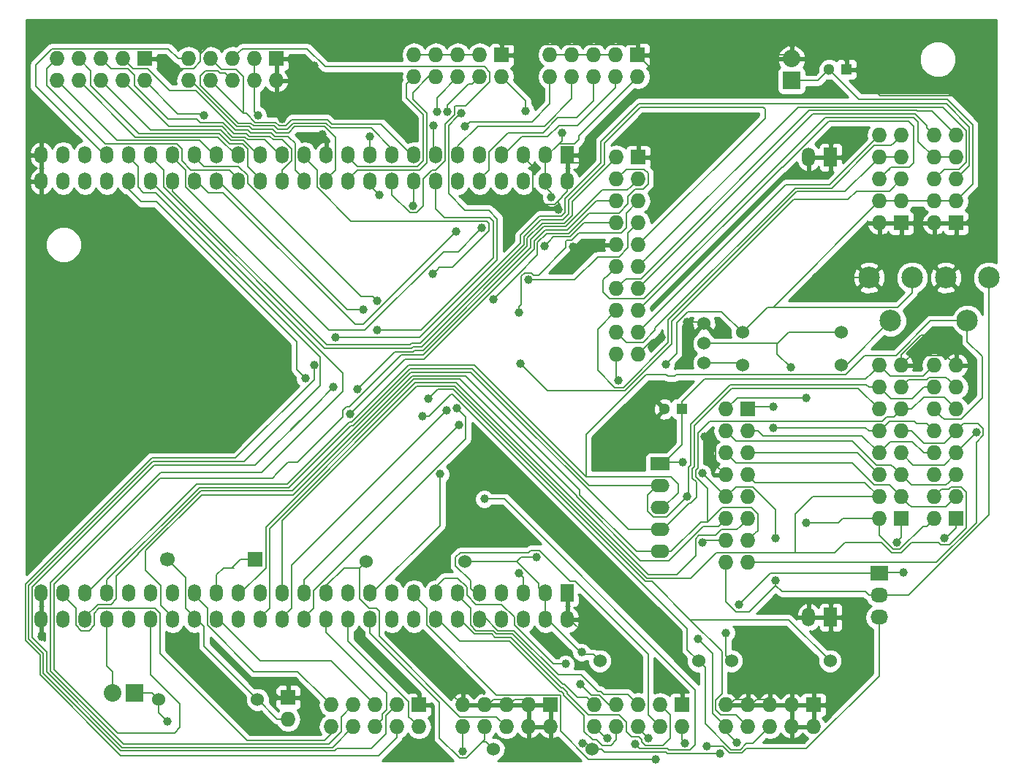
<source format=gbr>
G04 #@! TF.FileFunction,Copper,L2,Bot,Signal*
%FSLAX46Y46*%
G04 Gerber Fmt 4.6, Leading zero omitted, Abs format (unit mm)*
G04 Created by KiCad (PCBNEW 4.0.2-stable) date 15/07/2016 10:20:23*
%MOMM*%
G01*
G04 APERTURE LIST*
%ADD10C,0.100000*%
%ADD11R,1.500000X2.200000*%
%ADD12O,1.500000X2.200000*%
%ADD13O,1.500000X2.000000*%
%ADD14R,1.500000X2.000000*%
%ADD15R,1.300000X1.300000*%
%ADD16C,1.300000*%
%ADD17C,1.699260*%
%ADD18R,1.699260X1.699260*%
%ADD19R,1.727200X1.727200*%
%ADD20O,1.727200X1.727200*%
%ADD21R,2.032000X2.032000*%
%ADD22O,2.032000X2.032000*%
%ADD23R,2.032000X1.727200*%
%ADD24O,2.032000X1.727200*%
%ADD25R,2.199640X1.524000*%
%ADD26O,2.199640X1.524000*%
%ADD27C,1.524000*%
%ADD28C,2.499360*%
%ADD29C,1.000000*%
%ADD30C,0.200000*%
%ADD31C,0.254000*%
G04 APERTURE END LIST*
D10*
D11*
X200100000Y-107950000D03*
D12*
X197560000Y-107950000D03*
D13*
X108660000Y-105160000D03*
X111200000Y-105160000D03*
X113740000Y-105160000D03*
X116280000Y-105160000D03*
X118820000Y-105160000D03*
X121360000Y-105160000D03*
X123900000Y-105160000D03*
X126440000Y-105160000D03*
X128980000Y-105160000D03*
X131520000Y-105160000D03*
X134060000Y-105160000D03*
X136600000Y-105160000D03*
X139140000Y-105160000D03*
X141680000Y-105160000D03*
X144220000Y-105160000D03*
X146760000Y-105160000D03*
X149300000Y-105160000D03*
X151840000Y-105160000D03*
X154380000Y-105160000D03*
X156920000Y-105160000D03*
X159460000Y-105160000D03*
X162000000Y-105160000D03*
X164540000Y-105160000D03*
X167080000Y-105160000D03*
D14*
X169620000Y-105160000D03*
D13*
X169620000Y-108200000D03*
X167080000Y-108200000D03*
X164540000Y-108200000D03*
X162000000Y-108200000D03*
X159460000Y-108200000D03*
X156920000Y-108200000D03*
X154380000Y-108200000D03*
X151840000Y-108200000D03*
X149300000Y-108200000D03*
X146760000Y-108200000D03*
X144220000Y-108200000D03*
X141680000Y-108200000D03*
X139140000Y-108200000D03*
X136600000Y-108200000D03*
X134060000Y-108200000D03*
X131520000Y-108200000D03*
X128980000Y-108200000D03*
X126440000Y-108200000D03*
X123900000Y-108200000D03*
X121360000Y-108200000D03*
X118820000Y-108200000D03*
X116280000Y-108200000D03*
X113740000Y-108200000D03*
X111200000Y-108200000D03*
X108660000Y-108200000D03*
X108660000Y-57400000D03*
X111200000Y-57400000D03*
X113740000Y-57400000D03*
X116280000Y-57400000D03*
X118820000Y-57400000D03*
X121360000Y-57400000D03*
X123900000Y-57400000D03*
X126440000Y-57400000D03*
X128980000Y-57400000D03*
X131520000Y-57400000D03*
X134060000Y-57400000D03*
X136600000Y-57400000D03*
X139140000Y-57400000D03*
X141680000Y-57400000D03*
X144220000Y-57400000D03*
X146760000Y-57400000D03*
X149300000Y-57400000D03*
X151840000Y-57400000D03*
X154380000Y-57400000D03*
X156920000Y-57400000D03*
X159460000Y-57400000D03*
X162000000Y-57400000D03*
X164540000Y-57400000D03*
X167080000Y-57400000D03*
X169620000Y-57400000D03*
D14*
X169620000Y-54360000D03*
D13*
X167080000Y-54360000D03*
X164540000Y-54360000D03*
X162000000Y-54360000D03*
X159460000Y-54360000D03*
X156920000Y-54360000D03*
X154380000Y-54360000D03*
X151840000Y-54360000D03*
X149300000Y-54360000D03*
X146760000Y-54360000D03*
X144220000Y-54360000D03*
X141680000Y-54360000D03*
X139140000Y-54360000D03*
X136600000Y-54360000D03*
X134060000Y-54360000D03*
X131520000Y-54360000D03*
X128980000Y-54360000D03*
X126440000Y-54360000D03*
X123900000Y-54360000D03*
X121360000Y-54360000D03*
X118820000Y-54360000D03*
X116280000Y-54360000D03*
X113740000Y-54360000D03*
X111200000Y-54360000D03*
X108660000Y-54360000D03*
D12*
X197560000Y-54610000D03*
D11*
X200100000Y-54610000D03*
D15*
X182880000Y-83820000D03*
D16*
X180880000Y-83820000D03*
D15*
X201930000Y-44450000D03*
D16*
X199930000Y-44450000D03*
D17*
X123250000Y-101250000D03*
D18*
X133410000Y-101250000D03*
D19*
X177800000Y-54610000D03*
D20*
X175260000Y-54610000D03*
X177800000Y-57150000D03*
X175260000Y-57150000D03*
X177800000Y-59690000D03*
X175260000Y-59690000D03*
X177800000Y-62230000D03*
X175260000Y-62230000D03*
X177800000Y-64770000D03*
X175260000Y-64770000D03*
X177800000Y-67310000D03*
X175260000Y-67310000D03*
X177800000Y-69850000D03*
X175260000Y-69850000D03*
X177800000Y-72390000D03*
X175260000Y-72390000D03*
X177800000Y-74930000D03*
X175260000Y-74930000D03*
X177800000Y-77470000D03*
X175260000Y-77470000D03*
D19*
X190500000Y-83820000D03*
D20*
X187960000Y-83820000D03*
X190500000Y-86360000D03*
X187960000Y-86360000D03*
X190500000Y-88900000D03*
X187960000Y-88900000D03*
X190500000Y-91440000D03*
X187960000Y-91440000D03*
X190500000Y-93980000D03*
X187960000Y-93980000D03*
X190500000Y-96520000D03*
X187960000Y-96520000D03*
X190500000Y-99060000D03*
X187960000Y-99060000D03*
X190500000Y-101600000D03*
X187960000Y-101600000D03*
D21*
X195580000Y-45720000D03*
D22*
X195580000Y-43180000D03*
D19*
X198120000Y-118110000D03*
D20*
X198120000Y-120650000D03*
X195580000Y-118110000D03*
X195580000Y-120650000D03*
X193040000Y-118110000D03*
X193040000Y-120650000D03*
X190500000Y-118110000D03*
X190500000Y-120650000D03*
X187960000Y-118110000D03*
X187960000Y-120650000D03*
D19*
X167640000Y-118110000D03*
D20*
X167640000Y-120650000D03*
X165100000Y-118110000D03*
X165100000Y-120650000D03*
X162560000Y-118110000D03*
X162560000Y-120650000D03*
X160020000Y-118110000D03*
X160020000Y-120650000D03*
X157480000Y-118110000D03*
X157480000Y-120650000D03*
D19*
X177750000Y-42750000D03*
D20*
X177750000Y-45290000D03*
X175210000Y-42750000D03*
X175210000Y-45290000D03*
X172670000Y-42750000D03*
X172670000Y-45290000D03*
X170130000Y-42750000D03*
X170130000Y-45290000D03*
X167590000Y-42750000D03*
X167590000Y-45290000D03*
D19*
X162000000Y-42750000D03*
D20*
X162000000Y-45290000D03*
X159460000Y-42750000D03*
X159460000Y-45290000D03*
X156920000Y-42750000D03*
X156920000Y-45290000D03*
X154380000Y-42750000D03*
X154380000Y-45290000D03*
X151840000Y-42750000D03*
X151840000Y-45290000D03*
D19*
X214630000Y-62230000D03*
D20*
X212090000Y-62230000D03*
X214630000Y-59690000D03*
X212090000Y-59690000D03*
X214630000Y-57150000D03*
X212090000Y-57150000D03*
X214630000Y-54610000D03*
X212090000Y-54610000D03*
X214630000Y-52070000D03*
X212090000Y-52070000D03*
D19*
X120650000Y-43180000D03*
D20*
X120650000Y-45720000D03*
X118110000Y-43180000D03*
X118110000Y-45720000D03*
X115570000Y-43180000D03*
X115570000Y-45720000D03*
X113030000Y-43180000D03*
X113030000Y-45720000D03*
X110490000Y-43180000D03*
X110490000Y-45720000D03*
D19*
X182880000Y-118110000D03*
D20*
X182880000Y-120650000D03*
X180340000Y-118110000D03*
X180340000Y-120650000D03*
X177800000Y-118110000D03*
X177800000Y-120650000D03*
X175260000Y-118110000D03*
X175260000Y-120650000D03*
X172720000Y-118110000D03*
X172720000Y-120650000D03*
D19*
X152400000Y-118110000D03*
D20*
X152400000Y-120650000D03*
X149860000Y-118110000D03*
X149860000Y-120650000D03*
X147320000Y-118110000D03*
X147320000Y-120650000D03*
X144780000Y-118110000D03*
X144780000Y-120650000D03*
X142240000Y-118110000D03*
X142240000Y-120650000D03*
D19*
X214630000Y-96520000D03*
D20*
X212090000Y-96520000D03*
X214630000Y-93980000D03*
X212090000Y-93980000D03*
X214630000Y-91440000D03*
X212090000Y-91440000D03*
X214630000Y-88900000D03*
X212090000Y-88900000D03*
X214630000Y-86360000D03*
X212090000Y-86360000D03*
X214630000Y-83820000D03*
X212090000Y-83820000D03*
X214630000Y-81280000D03*
X212090000Y-81280000D03*
X214630000Y-78740000D03*
X212090000Y-78740000D03*
D19*
X208280000Y-96520000D03*
D20*
X205740000Y-96520000D03*
X208280000Y-93980000D03*
X205740000Y-93980000D03*
X208280000Y-91440000D03*
X205740000Y-91440000D03*
X208280000Y-88900000D03*
X205740000Y-88900000D03*
X208280000Y-86360000D03*
X205740000Y-86360000D03*
X208280000Y-83820000D03*
X205740000Y-83820000D03*
X208280000Y-81280000D03*
X205740000Y-81280000D03*
X208280000Y-78740000D03*
X205740000Y-78740000D03*
D23*
X205740000Y-102870000D03*
D24*
X205740000Y-105410000D03*
X205740000Y-107950000D03*
D19*
X135890000Y-43180000D03*
D20*
X135890000Y-45720000D03*
X133350000Y-43180000D03*
X133350000Y-45720000D03*
X130810000Y-43180000D03*
X130810000Y-45720000D03*
X128270000Y-43180000D03*
X128270000Y-45720000D03*
X125730000Y-43180000D03*
X125730000Y-45720000D03*
D21*
X119500000Y-116750000D03*
D22*
X116960000Y-116750000D03*
D19*
X208280000Y-62230000D03*
D20*
X205740000Y-62230000D03*
X208280000Y-59690000D03*
X205740000Y-59690000D03*
X208280000Y-57150000D03*
X205740000Y-57150000D03*
X208280000Y-54610000D03*
X205740000Y-54610000D03*
X208280000Y-52070000D03*
X205740000Y-52070000D03*
D25*
X180340000Y-90170000D03*
D26*
X180340000Y-92710000D03*
X180340000Y-95250000D03*
X180340000Y-97790000D03*
X180340000Y-100330000D03*
D27*
X133715000Y-117500000D03*
X122285000Y-117500000D03*
X200025000Y-113030000D03*
X188595000Y-113030000D03*
X161035000Y-123250000D03*
X172465000Y-123250000D03*
X201295000Y-78740000D03*
X189865000Y-78740000D03*
X157715000Y-101500000D03*
X146285000Y-101500000D03*
X173355000Y-113030000D03*
X184785000Y-113030000D03*
X189865000Y-74930000D03*
X201295000Y-74930000D03*
D28*
X215940640Y-73578720D03*
X213441280Y-68580000D03*
X218440000Y-68580000D03*
X207050640Y-73578720D03*
X204551280Y-68580000D03*
X209550000Y-68580000D03*
D19*
X137250000Y-117250000D03*
D20*
X137250000Y-119790000D03*
D27*
X185420000Y-76200000D03*
X185420000Y-73914000D03*
X185420000Y-78486000D03*
D29*
X183000000Y-90000000D03*
X185250000Y-91250000D03*
X193750000Y-103670020D03*
X193750000Y-98750000D03*
X193000000Y-106750000D03*
X172250000Y-54750000D03*
X180500000Y-110500000D03*
X163750000Y-94000000D03*
X172250000Y-108250000D03*
X177250000Y-113000000D03*
X185500000Y-87000000D03*
X178750000Y-82000000D03*
X108750000Y-51500000D03*
X136573321Y-50183684D03*
X140250000Y-41000000D03*
X140250000Y-44000000D03*
X170300020Y-65034424D03*
X168550001Y-60653788D03*
X201250000Y-69500000D03*
X183500000Y-73750000D03*
X180500000Y-75500000D03*
X141250000Y-52000000D03*
X211500000Y-71750000D03*
X212250000Y-75250000D03*
X181556527Y-115650724D03*
X173250000Y-110500000D03*
X156250000Y-114750000D03*
X150103600Y-114750000D03*
X152400000Y-118110000D03*
X134750000Y-115750000D03*
X108750000Y-110250000D03*
X181013090Y-78605510D03*
X171364734Y-122590098D03*
X166000000Y-101000000D03*
X171250000Y-112000000D03*
X184750000Y-110500000D03*
X188000000Y-109750000D03*
X189500000Y-106500000D03*
X208500000Y-102750000D03*
X207750000Y-99250000D03*
X213250000Y-98750000D03*
X175500000Y-80500000D03*
X189250000Y-122500000D03*
X187250000Y-123750000D03*
X157500000Y-123500000D03*
X123250000Y-120000000D03*
X154868230Y-91368230D03*
X145250000Y-81500000D03*
X155609151Y-83992664D03*
X161048180Y-71100957D03*
X156765727Y-83672726D03*
X163959301Y-72659301D03*
X144431472Y-84358629D03*
X139250000Y-80250000D03*
X165059301Y-68809301D03*
X156750000Y-63250000D03*
X166949980Y-64882319D03*
X159699980Y-62800006D03*
X193500000Y-83500000D03*
X193500000Y-86000000D03*
X197250000Y-82500000D03*
X217000000Y-86500000D03*
X183500000Y-93929728D03*
X185250000Y-99250000D03*
X152838033Y-84661179D03*
X146000000Y-72250000D03*
X153538886Y-82592513D03*
X147583025Y-71285576D03*
X127500000Y-49783673D03*
X133769892Y-49783654D03*
X167750000Y-59250000D03*
X169000000Y-51750000D03*
X164750000Y-49250000D03*
X163985431Y-102866532D03*
X183250000Y-122549969D03*
X185750000Y-122949980D03*
X157750000Y-51038000D03*
X151750000Y-60250000D03*
X155723000Y-49300020D03*
X147828000Y-58999980D03*
X154483021Y-49300020D03*
X146750000Y-52250000D03*
X179860227Y-124400043D03*
X179000000Y-122000000D03*
X171144471Y-115696508D03*
X169398601Y-113384937D03*
X177444475Y-122647088D03*
X154002186Y-68169316D03*
X174250000Y-122000000D03*
X160000000Y-94250000D03*
X157323021Y-49467456D03*
X154130010Y-50940700D03*
X142750000Y-75500000D03*
X140250000Y-78750000D03*
X147611830Y-74618692D03*
X142500000Y-81250000D03*
X195500000Y-79000000D03*
X197250000Y-97000000D03*
X164199980Y-78579408D03*
X157049970Y-85666450D03*
D30*
X183000000Y-90000000D02*
X180510000Y-90000000D01*
X180510000Y-90000000D02*
X180340000Y-90170000D01*
X187960000Y-93980000D02*
X185250000Y-91270000D01*
X185250000Y-91270000D02*
X185250000Y-91250000D01*
X187960000Y-102821314D02*
X187960000Y-101600000D01*
X187960000Y-106144004D02*
X187960000Y-102821314D01*
X189115998Y-107300002D02*
X187960000Y-106144004D01*
X190699998Y-107300002D02*
X189115998Y-107300002D01*
X193750000Y-104250000D02*
X190699998Y-107300002D01*
X193750000Y-104250000D02*
X193750000Y-103670020D01*
X187960000Y-93980000D02*
X189123601Y-92816399D01*
X189123601Y-92816399D02*
X191058529Y-92816399D01*
X191058529Y-92816399D02*
X193750000Y-95507870D01*
X193750000Y-95507870D02*
X193750000Y-98042894D01*
X193750000Y-98042894D02*
X193750000Y-98750000D01*
X185500011Y-80349989D02*
X197250000Y-80349989D01*
X197250000Y-80349989D02*
X204130011Y-80349989D01*
X197400011Y-80349989D02*
X197250000Y-80349989D01*
X204114000Y-105000000D02*
X194500000Y-105000000D01*
X193750000Y-104250000D02*
X194500000Y-105000000D01*
X205740000Y-105410000D02*
X204524000Y-105410000D01*
X204524000Y-105410000D02*
X204114000Y-105000000D01*
X218440000Y-68580000D02*
X218440000Y-96108602D01*
X218440000Y-96108602D02*
X209138602Y-105410000D01*
X209138602Y-105410000D02*
X206956000Y-105410000D01*
X206956000Y-105410000D02*
X205740000Y-105410000D01*
X204130011Y-80349989D02*
X204876401Y-79603599D01*
X204876401Y-79603599D02*
X205740000Y-78740000D01*
X182880000Y-83820000D02*
X182880000Y-82970000D01*
X182880000Y-82970000D02*
X185500011Y-80349989D01*
X182880000Y-83820000D02*
X182880000Y-87967820D01*
X182880000Y-87967820D02*
X180677820Y-90170000D01*
X180677820Y-90170000D02*
X180340000Y-90170000D01*
X207000000Y-80000000D02*
X210830000Y-80000000D01*
X210830000Y-80000000D02*
X212090000Y-78740000D01*
X205740000Y-78740000D02*
X207000000Y-80000000D01*
X193000000Y-106750000D02*
X193750000Y-107500000D01*
X193750000Y-107500000D02*
X195500000Y-107500000D01*
X195500000Y-107500000D02*
X196000000Y-108000000D01*
X196000000Y-108000000D02*
X197500000Y-108000000D01*
X197500000Y-108000000D02*
X197560000Y-107950000D01*
X169620000Y-54610000D02*
X169500000Y-54500000D01*
X169500000Y-54500000D02*
X170250000Y-55250000D01*
X170250000Y-55250000D02*
X171250000Y-55250000D01*
X171250000Y-55250000D02*
X171750000Y-54750000D01*
X171750000Y-54750000D02*
X172250000Y-54750000D01*
X180500000Y-110500000D02*
X164000000Y-94000000D01*
X164000000Y-94000000D02*
X163750000Y-94000000D01*
X172250000Y-108250000D02*
X173500000Y-109500000D01*
X173500000Y-109500000D02*
X173750000Y-109500000D01*
X173750000Y-109500000D02*
X177250000Y-113000000D01*
X162560000Y-118110000D02*
X162500000Y-118000000D01*
X162500000Y-118000000D02*
X162000000Y-117500000D01*
X162000000Y-117500000D02*
X161000000Y-117500000D01*
X161000000Y-117500000D02*
X160500000Y-118000000D01*
X160500000Y-118000000D02*
X160000000Y-118000000D01*
X160000000Y-118000000D02*
X160020000Y-118110000D01*
X165100000Y-118110000D02*
X165000000Y-118000000D01*
X165000000Y-118000000D02*
X164500000Y-117500000D01*
X164500000Y-117500000D02*
X163500000Y-117500000D01*
X163500000Y-117500000D02*
X163000000Y-118000000D01*
X163000000Y-118000000D02*
X162500000Y-118000000D01*
X162500000Y-118000000D02*
X162560000Y-118110000D01*
X200100000Y-54610000D02*
X200000000Y-54500000D01*
X200000000Y-54500000D02*
X197500000Y-54500000D01*
X197500000Y-54500000D02*
X197560000Y-54610000D01*
X193040000Y-118110000D02*
X193000000Y-118000000D01*
X193000000Y-118000000D02*
X192500000Y-117500000D01*
X192500000Y-117500000D02*
X191500000Y-117500000D01*
X191500000Y-117500000D02*
X191000000Y-118000000D01*
X191000000Y-118000000D02*
X190500000Y-118000000D01*
X190500000Y-118000000D02*
X190500000Y-118110000D01*
X190500000Y-118110000D02*
X190500000Y-118000000D01*
X190500000Y-118000000D02*
X190000000Y-117500000D01*
X190000000Y-117500000D02*
X189000000Y-117500000D01*
X189000000Y-117500000D02*
X188500000Y-118000000D01*
X188500000Y-118000000D02*
X188000000Y-118000000D01*
X188000000Y-118000000D02*
X187960000Y-118110000D01*
X197560000Y-107950000D02*
X197500000Y-108000000D01*
X197500000Y-108000000D02*
X200000000Y-108000000D01*
X200000000Y-108000000D02*
X200100000Y-107950000D01*
X186796399Y-90276399D02*
X186796399Y-88296399D01*
X187960000Y-91440000D02*
X186796399Y-90276399D01*
X186796399Y-88296399D02*
X185500000Y-87000000D01*
X178750000Y-82000000D02*
X180570000Y-83820000D01*
X180570000Y-83820000D02*
X180880000Y-83820000D01*
X108750000Y-51500000D02*
X108750000Y-52207106D01*
X108750000Y-52207106D02*
X108660000Y-52297106D01*
X108660000Y-52297106D02*
X108660000Y-57150000D01*
X135890000Y-49500363D02*
X136073322Y-49683685D01*
X136073322Y-49683685D02*
X136573321Y-50183684D01*
X135890000Y-45720000D02*
X135890000Y-49500363D01*
X128727870Y-41000000D02*
X140250000Y-41000000D01*
X140250000Y-41000000D02*
X161313600Y-41000000D01*
X137500000Y-43750000D02*
X137750000Y-44000000D01*
X137750000Y-44000000D02*
X140250000Y-44000000D01*
X137500000Y-43726400D02*
X137500000Y-43750000D01*
X135890000Y-43180000D02*
X136953600Y-43180000D01*
X136953600Y-43180000D02*
X137500000Y-43726400D01*
X170564444Y-64770000D02*
X170300020Y-65034424D01*
X175260000Y-64770000D02*
X170564444Y-64770000D01*
X168550001Y-59634003D02*
X168550001Y-59946682D01*
X168550001Y-59946682D02*
X168550001Y-60653788D01*
X169620000Y-58564004D02*
X168550001Y-59634003D01*
X201250000Y-69500000D02*
X202170000Y-68580000D01*
X202170000Y-68580000D02*
X204551280Y-68580000D01*
X183500000Y-73750000D02*
X185256000Y-73750000D01*
X185256000Y-73750000D02*
X185420000Y-73914000D01*
X179520000Y-75750000D02*
X180250000Y-75750000D01*
X180250000Y-75750000D02*
X180500000Y-75500000D01*
X177800000Y-77470000D02*
X179520000Y-75750000D01*
X165590010Y-58975986D02*
X165590010Y-55660010D01*
X168134002Y-60050002D02*
X166664026Y-60050002D01*
X166664026Y-60050002D02*
X165590010Y-58975986D01*
X169620000Y-58564004D02*
X168134002Y-60050002D01*
X169620000Y-58445700D02*
X169620000Y-58564004D01*
X165590010Y-55660010D02*
X164540000Y-54610000D01*
X169620000Y-58195700D02*
X169620000Y-58445700D01*
X169620000Y-57150000D02*
X169620000Y-57945700D01*
X169620000Y-57945700D02*
X169620000Y-58195700D01*
X141680000Y-54610000D02*
X141680000Y-52430000D01*
X141680000Y-52430000D02*
X141250000Y-52000000D01*
X161313600Y-41000000D02*
X162000000Y-41686400D01*
X162000000Y-41686400D02*
X162000000Y-42750000D01*
X120650000Y-43180000D02*
X121713600Y-43180000D01*
X121713600Y-43180000D02*
X122877201Y-44343601D01*
X122877201Y-44343601D02*
X126288529Y-44343601D01*
X126288529Y-44343601D02*
X127106399Y-43525731D01*
X127106399Y-43525731D02*
X127106399Y-42621471D01*
X127106399Y-42621471D02*
X128727870Y-41000000D01*
X169620000Y-54610000D02*
X170640000Y-54610000D01*
X179250000Y-44250000D02*
X177750000Y-42750000D01*
X179250000Y-46000000D02*
X179250000Y-44250000D01*
X170640000Y-54610000D02*
X179250000Y-46000000D01*
X211500000Y-71750000D02*
X211500000Y-70521280D01*
X211500000Y-70521280D02*
X213441280Y-68580000D01*
X210548686Y-75250000D02*
X212250000Y-75250000D01*
X208280000Y-78740000D02*
X208280000Y-77518686D01*
X208280000Y-77518686D02*
X210548686Y-75250000D01*
X217250000Y-50500000D02*
X217250000Y-60673600D01*
X217250000Y-60673600D02*
X215693600Y-62230000D01*
X215693600Y-62230000D02*
X214630000Y-62230000D01*
X214250000Y-47500000D02*
X217250000Y-50500000D01*
X205830000Y-47500000D02*
X214250000Y-47500000D01*
X201930000Y-44450000D02*
X202780000Y-44450000D01*
X202780000Y-44450000D02*
X205830000Y-47500000D01*
X195580000Y-43180000D02*
X201510000Y-43180000D01*
X201510000Y-43180000D02*
X201930000Y-43600000D01*
X201930000Y-43600000D02*
X201930000Y-44450000D01*
X177750000Y-42750000D02*
X195150000Y-42750000D01*
X195150000Y-42750000D02*
X195580000Y-43180000D01*
X177750000Y-41686400D02*
X177750000Y-42750000D01*
X177649999Y-41586399D02*
X177750000Y-41686400D01*
X162100001Y-41586399D02*
X177649999Y-41586399D01*
X162000000Y-41686400D02*
X162100001Y-41586399D01*
X169620000Y-57150000D02*
X169620000Y-54610000D01*
X214630000Y-78740000D02*
X213466399Y-77576399D01*
X213466399Y-77576399D02*
X209443601Y-77576399D01*
X209443601Y-77576399D02*
X209143599Y-77876401D01*
X209143599Y-77876401D02*
X208280000Y-78740000D01*
X205740000Y-62230000D02*
X205740000Y-67391280D01*
X205740000Y-67391280D02*
X204551280Y-68580000D01*
X214630000Y-62230000D02*
X214630000Y-67391280D01*
X214630000Y-67391280D02*
X213441280Y-68580000D01*
X212090000Y-62230000D02*
X213311314Y-62230000D01*
X213311314Y-62230000D02*
X214630000Y-62230000D01*
X208280000Y-62230000D02*
X209343600Y-62230000D01*
X209343600Y-62230000D02*
X212090000Y-62230000D01*
X205740000Y-62230000D02*
X208280000Y-62230000D01*
X182880000Y-116974197D02*
X182056526Y-116150723D01*
X182880000Y-118110000D02*
X182880000Y-116974197D01*
X182056526Y-116150723D02*
X181556527Y-115650724D01*
X195580000Y-120650000D02*
X195580000Y-119428686D01*
X195580000Y-119428686D02*
X195580000Y-118110000D01*
X187960000Y-118110000D02*
X198120000Y-118110000D01*
X195580000Y-118110000D02*
X198120000Y-118110000D01*
X198120000Y-120650000D02*
X198120000Y-118110000D01*
X173250000Y-110500000D02*
X172170000Y-110500000D01*
X172170000Y-110500000D02*
X169620000Y-107950000D01*
X165100000Y-120650000D02*
X165100000Y-118110000D01*
X167640000Y-120650000D02*
X165100000Y-120650000D01*
X167640000Y-120650000D02*
X167640000Y-118110000D01*
X169620000Y-105410000D02*
X169620000Y-107950000D01*
X157480000Y-118110000D02*
X158701314Y-118110000D01*
X158701314Y-118110000D02*
X167640000Y-118110000D01*
X156250000Y-114750000D02*
X156250000Y-116880000D01*
X156250000Y-116880000D02*
X157480000Y-118110000D01*
X152400000Y-118110000D02*
X152400000Y-117046400D01*
X152400000Y-117046400D02*
X150103600Y-114750000D01*
X134750000Y-115750000D02*
X136250000Y-117250000D01*
X136250000Y-117250000D02*
X137250000Y-117250000D01*
X108660000Y-110160000D02*
X108750000Y-110250000D01*
X108660000Y-107950000D02*
X108660000Y-110160000D01*
X108660000Y-105410000D02*
X108660000Y-107950000D01*
X135890000Y-44450000D02*
X135890000Y-43180000D01*
X135890000Y-45720000D02*
X135890000Y-44450000D01*
X182249999Y-77368601D02*
X181513089Y-78105511D01*
X182249999Y-73815999D02*
X182249999Y-77368601D01*
X183565998Y-72500000D02*
X182249999Y-73815999D01*
X189865000Y-74930000D02*
X187435000Y-72500000D01*
X187435000Y-72500000D02*
X183565998Y-72500000D01*
X181513089Y-78105511D02*
X181013090Y-78605510D01*
X181184004Y-123750000D02*
X186542894Y-123750000D01*
X173892621Y-123599991D02*
X178284589Y-123599991D01*
X186542894Y-123750000D02*
X187250000Y-123750000D01*
X178284621Y-123600023D02*
X181034027Y-123600023D01*
X173542630Y-123250000D02*
X173892621Y-123599991D01*
X181034027Y-123600023D02*
X181184004Y-123750000D01*
X178284589Y-123599991D02*
X178284621Y-123600023D01*
X172465000Y-123250000D02*
X173542630Y-123250000D01*
X172465000Y-123250000D02*
X171703001Y-122488001D01*
X171703001Y-122488001D02*
X171466831Y-122488001D01*
X171466831Y-122488001D02*
X171364734Y-122590098D01*
X166000000Y-101000000D02*
X164250298Y-101000000D01*
X164250298Y-101000000D02*
X163750298Y-101500000D01*
X163750298Y-101500000D02*
X166250000Y-103999702D01*
X157715000Y-101500000D02*
X163750298Y-101500000D01*
X166250000Y-104580000D02*
X167080000Y-105410000D01*
X166250000Y-103999702D02*
X166250000Y-104580000D01*
X186396388Y-112146388D02*
X184750000Y-110500000D01*
X186396388Y-119086388D02*
X186396388Y-112146388D01*
X187960000Y-120650000D02*
X186396388Y-119086388D01*
X188000000Y-109750000D02*
X188000000Y-112435000D01*
X188000000Y-112435000D02*
X188595000Y-113030000D01*
X205740000Y-102870000D02*
X193130000Y-102870000D01*
X193130000Y-102870000D02*
X189500000Y-106500000D01*
X208500000Y-102750000D02*
X205860000Y-102750000D01*
X205860000Y-102750000D02*
X205740000Y-102870000D01*
X207750000Y-99250000D02*
X208280000Y-98720000D01*
X208280000Y-98720000D02*
X208280000Y-96520000D01*
X214630000Y-96520000D02*
X214630000Y-97583600D01*
X214630000Y-97583600D02*
X213463600Y-98750000D01*
X213463600Y-98750000D02*
X213250000Y-98750000D01*
X175260000Y-77470000D02*
X175260000Y-80260000D01*
X175260000Y-80260000D02*
X175500000Y-80500000D01*
X203380011Y-47900011D02*
X200579999Y-45099999D01*
X213650011Y-47900011D02*
X203380011Y-47900011D01*
X200579999Y-45099999D02*
X199930000Y-44450000D01*
X216593622Y-50843622D02*
X213650011Y-47900011D01*
X214630000Y-59690000D02*
X216593622Y-57726378D01*
X216593622Y-57726378D02*
X216593622Y-50843622D01*
X195580000Y-45720000D02*
X198660000Y-45720000D01*
X198660000Y-45720000D02*
X199930000Y-44450000D01*
X205740000Y-59690000D02*
X193430000Y-72000000D01*
X193430000Y-72000000D02*
X192795000Y-72000000D01*
X207897314Y-72000000D02*
X192795000Y-72000000D01*
X192795000Y-72000000D02*
X189865000Y-74930000D01*
X209550000Y-68580000D02*
X209550000Y-70347314D01*
X209550000Y-70347314D02*
X207897314Y-72000000D01*
X189250000Y-122500000D02*
X187960000Y-121210000D01*
X187960000Y-121210000D02*
X187960000Y-120650000D01*
X167080000Y-107950000D02*
X167080000Y-105410000D01*
X173355000Y-113030000D02*
X172593001Y-112268001D01*
X172593001Y-112268001D02*
X171398001Y-112268001D01*
X171398001Y-112268001D02*
X167080000Y-107950000D01*
X157500000Y-123500000D02*
X157500000Y-120670000D01*
X157500000Y-120670000D02*
X157480000Y-120650000D01*
X122285000Y-117500000D02*
X122285000Y-119035000D01*
X122285000Y-119035000D02*
X123250000Y-120000000D01*
X119500000Y-116750000D02*
X121535000Y-116750000D01*
X121535000Y-116750000D02*
X122285000Y-117500000D01*
X205740000Y-59690000D02*
X208280000Y-59690000D01*
X208280000Y-59690000D02*
X212090000Y-59690000D01*
X212090000Y-59690000D02*
X214630000Y-59690000D01*
X133715000Y-117500000D02*
X133750000Y-117500000D01*
X133750000Y-117500000D02*
X136000000Y-119750000D01*
X136000000Y-119750000D02*
X137250000Y-119750000D01*
X137250000Y-119750000D02*
X137250000Y-119790000D01*
X133715000Y-117500000D02*
X127529979Y-111314979D01*
X127529979Y-111314979D02*
X127529979Y-109039979D01*
X127529979Y-109039979D02*
X126440000Y-107950000D01*
X130465000Y-114250000D02*
X133715000Y-117500000D01*
X126440000Y-107950000D02*
X125389990Y-106899990D01*
X125389990Y-106899990D02*
X125389990Y-103389990D01*
X125389990Y-103389990D02*
X124099629Y-102099629D01*
X124099629Y-102099629D02*
X123250000Y-101250000D01*
X130750000Y-102247460D02*
X131000520Y-102247460D01*
X129752540Y-102247460D02*
X130750000Y-102247460D01*
X130750000Y-102247460D02*
X131747460Y-101250000D01*
X131747460Y-101250000D02*
X133410000Y-101250000D01*
X128980000Y-105410000D02*
X128980000Y-103020000D01*
X128980000Y-103020000D02*
X129752540Y-102247460D01*
X169265398Y-62253830D02*
X170150043Y-61369185D01*
X174396401Y-55489937D02*
X174396401Y-55473599D01*
X164949945Y-64936393D02*
X164949945Y-64001250D01*
X151703664Y-77149934D02*
X151852998Y-77000600D01*
X170150043Y-61369185D02*
X170150043Y-59736295D01*
X166697365Y-62253830D02*
X169265398Y-62253830D01*
X152885738Y-77000600D02*
X164949945Y-64936393D01*
X149600066Y-77149934D02*
X151703664Y-77149934D01*
X164949945Y-64001250D02*
X166697365Y-62253830D01*
X145250000Y-81500000D02*
X149600066Y-77149934D01*
X174396401Y-55473599D02*
X175260000Y-54610000D01*
X170150043Y-59736295D02*
X174396401Y-55489937D01*
X151852998Y-77000600D02*
X152885738Y-77000600D01*
X154868230Y-92075336D02*
X154868230Y-91368230D01*
X146760000Y-105410000D02*
X154868230Y-97301770D01*
X154868230Y-97301770D02*
X154868230Y-92075336D01*
X169431087Y-62653841D02*
X173668622Y-58416306D01*
X176533694Y-58416306D02*
X176936401Y-58013599D01*
X135984318Y-91250000D02*
X137250000Y-89984318D01*
X135984318Y-91265682D02*
X135984318Y-91250000D01*
X110149991Y-104115740D02*
X122465709Y-91800022D01*
X176936401Y-58013599D02*
X177800000Y-57150000D01*
X173668622Y-58416306D02*
X176533694Y-58416306D01*
X121360000Y-114610000D02*
X124750000Y-118000000D01*
X166863054Y-62653841D02*
X169431087Y-62653841D01*
X165349956Y-64166939D02*
X166863054Y-62653841D01*
X165349956Y-65102083D02*
X165349956Y-64166939D01*
X144047470Y-83558627D02*
X144330195Y-83558627D01*
X143631470Y-83974627D02*
X144047470Y-83558627D01*
X138331382Y-89984318D02*
X143631470Y-84684230D01*
X137250000Y-89984318D02*
X138331382Y-89984318D01*
X135449978Y-91800022D02*
X135984318Y-91265682D01*
X122465709Y-91800022D02*
X135449978Y-91800022D01*
X110149991Y-114011993D02*
X110149991Y-104115740D01*
X124750000Y-120750000D02*
X124100042Y-121399958D01*
X121360000Y-107950000D02*
X121360000Y-114610000D01*
X124750000Y-118000000D02*
X124750000Y-120750000D01*
X117537956Y-121399958D02*
X110149991Y-114011993D01*
X124100042Y-121399958D02*
X117537956Y-121399958D01*
X152902093Y-77549945D02*
X165349956Y-65102083D01*
X144330195Y-83558627D02*
X150338877Y-77549945D01*
X150338877Y-77549945D02*
X152902093Y-77549945D01*
X143631470Y-84684230D02*
X143631470Y-83974627D01*
X176636399Y-59131471D02*
X176636399Y-60035731D01*
X166149978Y-64498317D02*
X166149978Y-65968922D01*
X163859289Y-68289848D02*
X161548179Y-70600958D01*
X161548179Y-70600958D02*
X161048180Y-71100957D01*
X163859289Y-68259611D02*
X163859289Y-68289848D01*
X166149978Y-65968922D02*
X163859289Y-68259611D01*
X167194430Y-63453865D02*
X166149978Y-64498317D01*
X176636399Y-60035731D02*
X175605731Y-61066399D01*
X177454269Y-58313601D02*
X176636399Y-59131471D01*
X178963601Y-57708529D02*
X178358529Y-58313601D01*
X175260000Y-57150000D02*
X176423601Y-55986399D01*
X176423601Y-55986399D02*
X178486399Y-55986399D01*
X175605731Y-61066399D02*
X172149929Y-61066399D01*
X178486399Y-55986399D02*
X178963601Y-56463601D01*
X178963601Y-56463601D02*
X178963601Y-57708529D01*
X169762463Y-63453865D02*
X167194430Y-63453865D01*
X172149929Y-61066399D02*
X169762463Y-63453865D01*
X178358529Y-58313601D02*
X177454269Y-58313601D01*
X136600000Y-107950000D02*
X137650010Y-106899990D01*
X155109152Y-84492663D02*
X155609151Y-83992664D01*
X137650010Y-106899990D02*
X137650010Y-101951805D01*
X137650010Y-101951805D02*
X155109152Y-84492663D01*
X166250000Y-68259300D02*
X165693302Y-68259300D01*
X170954128Y-63393601D02*
X170093842Y-64253887D01*
X163959301Y-71952195D02*
X163959301Y-72659301D01*
X164259300Y-68425300D02*
X164259300Y-71652196D01*
X164259300Y-71652196D02*
X163959301Y-71952195D01*
X165443302Y-68009300D02*
X164675300Y-68009300D01*
X176423601Y-62788529D02*
X175818529Y-63393601D01*
X177800000Y-59690000D02*
X176423601Y-61066399D01*
X169399979Y-65109321D02*
X166250000Y-68259300D01*
X169399979Y-64365999D02*
X169399979Y-65109321D01*
X176423601Y-61066399D02*
X176423601Y-62788529D01*
X175818529Y-63393601D02*
X170954128Y-63393601D01*
X165693302Y-68259300D02*
X165443302Y-68009300D01*
X164675300Y-68009300D02*
X164259300Y-68425300D01*
X170093842Y-64253887D02*
X169512092Y-64253887D01*
X169512092Y-64253887D02*
X169399979Y-64365999D01*
X157265726Y-84172725D02*
X156765727Y-83672726D01*
X157849989Y-87255073D02*
X157849989Y-84756988D01*
X157849989Y-84756988D02*
X157265726Y-84172725D01*
X139140000Y-107950000D02*
X140190010Y-106899990D01*
X140190010Y-104915052D02*
X157849989Y-87255073D01*
X140190010Y-106899990D02*
X140190010Y-104915052D01*
X175260000Y-59690000D02*
X172960628Y-59690000D01*
X165749967Y-64332628D02*
X165749967Y-65267772D01*
X150781014Y-78009087D02*
X144931471Y-83858630D01*
X153008651Y-78009087D02*
X150781014Y-78009087D01*
X165749967Y-65267772D02*
X153008651Y-78009087D01*
X169596774Y-63053854D02*
X167028741Y-63053854D01*
X172960628Y-59690000D02*
X169596774Y-63053854D01*
X144931471Y-83858630D02*
X144431472Y-84358629D01*
X167028741Y-63053854D02*
X165749967Y-64332628D01*
X138250000Y-76000000D02*
X138250000Y-79250000D01*
X138250000Y-79250000D02*
X139250000Y-80250000D01*
X122000000Y-59750000D02*
X138250000Y-76000000D01*
X120250000Y-59750000D02*
X122000000Y-59750000D01*
X118820000Y-58320000D02*
X120250000Y-59750000D01*
X118820000Y-57150000D02*
X118820000Y-58320000D01*
X175250000Y-59700000D02*
X175260000Y-59690000D01*
X175605731Y-66146399D02*
X173103601Y-66146399D01*
X165766407Y-68809301D02*
X165059301Y-68809301D01*
X170440699Y-68809301D02*
X165766407Y-68809301D01*
X176636399Y-65115731D02*
X175605731Y-66146399D01*
X177800000Y-62230000D02*
X176636399Y-63393601D01*
X173103601Y-66146399D02*
X170440699Y-68809301D01*
X176636399Y-63393601D02*
X176636399Y-65115731D01*
X146000000Y-74000000D02*
X156750000Y-63250000D01*
X145000000Y-74000000D02*
X146000000Y-74000000D01*
X129700010Y-58700010D02*
X145000000Y-74000000D01*
X126440000Y-57150000D02*
X127990010Y-58700010D01*
X127990010Y-58700010D02*
X129700010Y-58700010D01*
X167978423Y-63853876D02*
X167449979Y-64382320D01*
X169928154Y-63853876D02*
X167978423Y-63853876D01*
X167449979Y-64382320D02*
X166949980Y-64882319D01*
X175260000Y-62230000D02*
X171552030Y-62230000D01*
X171552030Y-62230000D02*
X169928154Y-63853876D01*
X141955071Y-74650009D02*
X146165691Y-74650009D01*
X125389990Y-58084928D02*
X141955071Y-74650009D01*
X159199981Y-63300005D02*
X159699980Y-62800006D01*
X123900000Y-54610000D02*
X125389990Y-56099990D01*
X156949984Y-65550002D02*
X159199981Y-63300005D01*
X146165691Y-74650009D02*
X155265698Y-65550002D01*
X125389990Y-56099990D02*
X125389990Y-58084928D01*
X155265698Y-65550002D02*
X156949984Y-65550002D01*
X178035674Y-48800027D02*
X173900011Y-52935690D01*
X152720049Y-76600589D02*
X151687309Y-76600589D01*
X166531676Y-61853819D02*
X164549934Y-63835561D01*
X169099709Y-61853819D02*
X166531676Y-61853819D01*
X169750032Y-61203496D02*
X169099709Y-61853819D01*
X141514985Y-76749923D02*
X122849990Y-58084928D01*
X151537975Y-76749923D02*
X141514985Y-76749923D01*
X169750032Y-59570606D02*
X169750032Y-61203496D01*
X177800000Y-64770000D02*
X192500000Y-50070000D01*
X192500000Y-49000000D02*
X192300027Y-48800027D01*
X192300027Y-48800027D02*
X178035674Y-48800027D01*
X192500000Y-50070000D02*
X192500000Y-49000000D01*
X151687309Y-76600589D02*
X151537975Y-76749923D01*
X122849990Y-58084928D02*
X122849990Y-56099990D01*
X122849990Y-56099990D02*
X121360000Y-54610000D01*
X173900011Y-52935690D02*
X173900011Y-55420627D01*
X173900011Y-55420627D02*
X169750032Y-59570606D01*
X164549934Y-63835561D02*
X164549934Y-64770704D01*
X164549934Y-64770704D02*
X152720049Y-76600589D01*
X215793601Y-51511471D02*
X213132119Y-48849989D01*
X214975731Y-55986399D02*
X215793601Y-55168529D01*
X215793601Y-55168529D02*
X215793601Y-51511471D01*
X196309973Y-48800027D02*
X178663599Y-66446401D01*
X213253601Y-55986399D02*
X214975731Y-55986399D01*
X212090000Y-57150000D02*
X213253601Y-55986399D01*
X209252931Y-48799969D02*
X209252873Y-48800027D01*
X210247069Y-48799969D02*
X209252931Y-48799969D01*
X209252873Y-48800027D02*
X196309973Y-48800027D01*
X213132119Y-48849989D02*
X210297089Y-48849989D01*
X178663599Y-66446401D02*
X177800000Y-67310000D01*
X210297089Y-48849989D02*
X210247069Y-48799969D01*
X212090000Y-54610000D02*
X210250000Y-52770000D01*
X210250000Y-52770000D02*
X210250000Y-50500000D01*
X210250000Y-50500000D02*
X209750060Y-50000060D01*
X209750060Y-50000060D02*
X199499940Y-50000060D01*
X199499940Y-50000060D02*
X178486399Y-71013601D01*
X174513601Y-71013601D02*
X173750000Y-70250000D01*
X173750000Y-70250000D02*
X173750000Y-68820000D01*
X178486399Y-71013601D02*
X174513601Y-71013601D01*
X173750000Y-68820000D02*
X174396401Y-68173599D01*
X174396401Y-68173599D02*
X175260000Y-67310000D01*
X214630000Y-54610000D02*
X212090000Y-54610000D01*
X211226401Y-51206401D02*
X212090000Y-52070000D01*
X211226401Y-50910701D02*
X211226401Y-51206401D01*
X209584251Y-49600049D02*
X209584309Y-49599991D01*
X198049951Y-49600049D02*
X209584251Y-49600049D01*
X177800000Y-69850000D02*
X198049951Y-49600049D01*
X209584309Y-49599991D02*
X209915691Y-49599991D01*
X209915691Y-49599991D02*
X211226401Y-50910701D01*
X211810000Y-49250000D02*
X210131400Y-49250000D01*
X176423601Y-68686399D02*
X176123599Y-68986401D01*
X176123599Y-68986401D02*
X175260000Y-69850000D01*
X178145731Y-68686399D02*
X176423601Y-68686399D01*
X214630000Y-52070000D02*
X211810000Y-49250000D01*
X210131400Y-49250000D02*
X210081380Y-49199980D01*
X209418562Y-49200038D02*
X197632092Y-49200038D01*
X197632092Y-49200038D02*
X178145731Y-68686399D01*
X209418620Y-49199980D02*
X209418562Y-49200038D01*
X210081380Y-49199980D02*
X209418620Y-49199980D01*
X206603599Y-56286401D02*
X207116399Y-55773601D01*
X207116399Y-55773601D02*
X209226399Y-55773601D01*
X209226399Y-55773601D02*
X209750000Y-55250000D01*
X209750000Y-55250000D02*
X209750000Y-51000000D01*
X209750000Y-51000000D02*
X209150071Y-50400071D01*
X209150071Y-50400071D02*
X199934991Y-50400071D01*
X199934991Y-50400071D02*
X194585062Y-55750000D01*
X194585062Y-55750000D02*
X194440000Y-55750000D01*
X194440000Y-55750000D02*
X177800000Y-72390000D01*
X206603599Y-56286401D02*
X205740000Y-57150000D01*
X206903601Y-55986399D02*
X206603599Y-56286401D01*
X204876401Y-55473599D02*
X205740000Y-54610000D01*
X201749990Y-58600010D02*
X204876401Y-55473599D01*
X196150286Y-58600010D02*
X201749990Y-58600010D01*
X181300002Y-76118620D02*
X181300002Y-73450294D01*
X175115998Y-81300002D02*
X176118620Y-81300002D01*
X181300002Y-73450294D02*
X196150286Y-58600010D01*
X173100000Y-79284004D02*
X175115998Y-81300002D01*
X176118620Y-81300002D02*
X181300002Y-76118620D01*
X173100000Y-74550000D02*
X173100000Y-79284004D01*
X175260000Y-72390000D02*
X173100000Y-74550000D01*
X205740000Y-54610000D02*
X208280000Y-54610000D01*
X200010012Y-57799988D02*
X194930012Y-57799988D01*
X194930012Y-57799988D02*
X178663599Y-74066401D01*
X205740000Y-52070000D02*
X200010012Y-57799988D01*
X178663599Y-74066401D02*
X177800000Y-74930000D01*
X179783588Y-74401008D02*
X195984597Y-58199999D01*
X179783588Y-74668542D02*
X179783588Y-74401008D01*
X178358529Y-76093601D02*
X179783588Y-74668542D01*
X176423601Y-76093601D02*
X178358529Y-76093601D01*
X175260000Y-74930000D02*
X176423601Y-76093601D01*
X207416401Y-52933599D02*
X208280000Y-52070000D01*
X207116399Y-53233601D02*
X207416401Y-52933599D01*
X205181471Y-53233601D02*
X207116399Y-53233601D01*
X200215073Y-58199999D02*
X205181471Y-53233601D01*
X195984597Y-58199999D02*
X200215073Y-58199999D01*
X193500000Y-83500000D02*
X190820000Y-83500000D01*
X190820000Y-83500000D02*
X190500000Y-83820000D01*
X204158686Y-86000000D02*
X193500000Y-86000000D01*
X205740000Y-86360000D02*
X204518686Y-86360000D01*
X204518686Y-86360000D02*
X204158686Y-86000000D01*
X206803601Y-85196399D02*
X206803601Y-85296399D01*
X206803601Y-85296399D02*
X205740000Y-86360000D01*
X210096401Y-85496401D02*
X209796399Y-85196399D01*
X209796399Y-85196399D02*
X206803601Y-85196399D01*
X212090000Y-86360000D02*
X211226401Y-85496401D01*
X211226401Y-85496401D02*
X210096401Y-85496401D01*
X197250000Y-82500000D02*
X189280000Y-82500000D01*
X189280000Y-82500000D02*
X187960000Y-83820000D01*
X214630000Y-88900000D02*
X217000000Y-86530000D01*
X217000000Y-86530000D02*
X217000000Y-86500000D01*
X214630000Y-88900000D02*
X213253601Y-90276399D01*
X213253601Y-90276399D02*
X209656399Y-90276399D01*
X209656399Y-90276399D02*
X208280000Y-88900000D01*
X191721314Y-86360000D02*
X190500000Y-86360000D01*
X192261325Y-86900011D02*
X191721314Y-86360000D01*
X203740011Y-86900011D02*
X192261325Y-86900011D01*
X205740000Y-88900000D02*
X203740011Y-86900011D01*
X209568686Y-87600000D02*
X207040000Y-87600000D01*
X207040000Y-87600000D02*
X205740000Y-88900000D01*
X212090000Y-88900000D02*
X210868686Y-88900000D01*
X210868686Y-88900000D02*
X209568686Y-87600000D01*
X187960000Y-86360000D02*
X189123601Y-87523601D01*
X189123601Y-87523601D02*
X202641471Y-87523601D01*
X202641471Y-87523601D02*
X205394269Y-90276399D01*
X205394269Y-90276399D02*
X207116399Y-90276399D01*
X207116399Y-90276399D02*
X207416401Y-90576401D01*
X207416401Y-90576401D02*
X208280000Y-91440000D01*
X213766401Y-92303599D02*
X214630000Y-91440000D01*
X209443601Y-92603601D02*
X213466399Y-92603601D01*
X213466399Y-92603601D02*
X213766401Y-92303599D01*
X208280000Y-91440000D02*
X209443601Y-92603601D01*
X203200000Y-88900000D02*
X191721314Y-88900000D01*
X205740000Y-91440000D02*
X203200000Y-88900000D01*
X191721314Y-88900000D02*
X190500000Y-88900000D01*
X214630000Y-93980000D02*
X213466399Y-95143601D01*
X213466399Y-95143601D02*
X209443601Y-95143601D01*
X209443601Y-95143601D02*
X209143599Y-94843599D01*
X209143599Y-94843599D02*
X208280000Y-93980000D01*
X187960000Y-88900000D02*
X189123601Y-90063601D01*
X189123601Y-90063601D02*
X202641471Y-90063601D01*
X202641471Y-90063601D02*
X205181471Y-92603601D01*
X205181471Y-92603601D02*
X206903601Y-92603601D01*
X206903601Y-92603601D02*
X207416401Y-93116401D01*
X207416401Y-93116401D02*
X208280000Y-93980000D01*
X156525600Y-81144200D02*
X152171500Y-81144200D01*
X186879301Y-100436399D02*
X183915689Y-103400011D01*
X196000000Y-100436399D02*
X186879301Y-100436399D01*
X152171500Y-81144200D02*
X136600000Y-96715700D01*
X183915689Y-103400011D02*
X178781411Y-103400011D01*
X136600000Y-96715700D02*
X136600000Y-105410000D01*
X178781411Y-103400011D02*
X156525600Y-81144200D01*
X200563601Y-100436399D02*
X196000000Y-100436399D01*
X201750000Y-99250000D02*
X200563601Y-100436399D01*
X207200310Y-100450012D02*
X206000298Y-99250000D01*
X206000298Y-99250000D02*
X201750000Y-99250000D01*
X208299690Y-100450012D02*
X207200310Y-100450012D01*
X212953599Y-93116401D02*
X213771469Y-93116401D01*
X212565996Y-99250000D02*
X209499702Y-99250000D01*
X215793601Y-97623601D02*
X213867200Y-99550002D01*
X215188529Y-92816399D02*
X215793601Y-93421471D01*
X212865998Y-99550002D02*
X212565996Y-99250000D01*
X215793601Y-93421471D02*
X215793601Y-97623601D01*
X214071471Y-92816399D02*
X215188529Y-92816399D01*
X209499702Y-99250000D02*
X208299690Y-100450012D01*
X213867200Y-99550002D02*
X212865998Y-99550002D01*
X212090000Y-93980000D02*
X212953599Y-93116401D01*
X213771469Y-93116401D02*
X214071471Y-92816399D01*
X198020000Y-93980000D02*
X196000000Y-96000000D01*
X196000000Y-96000000D02*
X196000000Y-100436399D01*
X204020000Y-93980000D02*
X198020000Y-93980000D01*
X204020000Y-93980000D02*
X205740000Y-93980000D01*
X205740000Y-93980000D02*
X204063599Y-92303599D01*
X204063599Y-92303599D02*
X191363599Y-92303599D01*
X191363599Y-92303599D02*
X190500000Y-91440000D01*
X189270000Y-97750000D02*
X189636401Y-97383599D01*
X189636401Y-97383599D02*
X190500000Y-96520000D01*
X187434300Y-97750000D02*
X189270000Y-97750000D01*
X152005811Y-80744189D02*
X156691289Y-80744189D01*
X135110010Y-106899990D02*
X135110010Y-97639990D01*
X186734302Y-98449998D02*
X187434300Y-97750000D01*
X135110010Y-97639990D02*
X152005811Y-80744189D01*
X134060000Y-107950000D02*
X135110010Y-106899990D01*
X184449998Y-98865998D02*
X184865998Y-98449998D01*
X184865998Y-98449998D02*
X186734302Y-98449998D01*
X182297870Y-103000000D02*
X184449998Y-100847872D01*
X178947100Y-103000000D02*
X182297870Y-103000000D01*
X184449998Y-100847872D02*
X184449998Y-98865998D01*
X156691289Y-80744189D02*
X178947100Y-103000000D01*
X134709999Y-102220001D02*
X134709999Y-97474301D01*
X170650009Y-93952909D02*
X178089110Y-101392010D01*
X134709999Y-97474301D02*
X151840122Y-80344178D01*
X178089110Y-101392010D02*
X181358286Y-101392010D01*
X181358286Y-101392010D02*
X185366697Y-97383599D01*
X185366697Y-97383599D02*
X187096401Y-97383599D01*
X131520000Y-105410000D02*
X134709999Y-102220001D01*
X170650009Y-93834309D02*
X170650009Y-93952909D01*
X151840122Y-80344178D02*
X157159878Y-80344178D01*
X157159878Y-80344178D02*
X170650009Y-93834309D01*
X187096401Y-97383599D02*
X187960000Y-96520000D01*
X184449998Y-91634002D02*
X185834300Y-93018304D01*
X184449998Y-90865998D02*
X184449998Y-91634002D01*
X185834300Y-93018304D02*
X185834300Y-96923570D01*
X184699998Y-86615998D02*
X184699998Y-90615998D01*
X207416401Y-84683599D02*
X206598531Y-84683599D01*
X208280000Y-83820000D02*
X207416401Y-84683599D01*
X186119597Y-85196399D02*
X184699998Y-86615998D01*
X206085731Y-85196399D02*
X186119597Y-85196399D01*
X184699998Y-90615998D02*
X184449998Y-90865998D01*
X206598531Y-84683599D02*
X206085731Y-85196399D01*
X120750000Y-102500000D02*
X120750000Y-100250000D01*
X179040180Y-100330000D02*
X180340000Y-100330000D01*
X177592800Y-100330000D02*
X179040180Y-100330000D01*
X127250000Y-93750000D02*
X137868600Y-93750000D01*
X120750000Y-100250000D02*
X127250000Y-93750000D01*
X123900000Y-107950000D02*
X122500000Y-106550000D01*
X137868600Y-93750000D02*
X151674433Y-79944167D01*
X151674433Y-79944167D02*
X157825567Y-79944167D01*
X171050020Y-93168620D02*
X171050020Y-93787220D01*
X122500000Y-104250000D02*
X120750000Y-102500000D01*
X122500000Y-106550000D02*
X122500000Y-104250000D01*
X157825567Y-79944167D02*
X171050020Y-93168620D01*
X171050020Y-93787220D02*
X177592800Y-100330000D01*
X181639820Y-100330000D02*
X180340000Y-100330000D01*
X185834300Y-96923570D02*
X185046250Y-96923570D01*
X185046250Y-96923570D02*
X181639820Y-100330000D01*
X185834300Y-96923570D02*
X187557870Y-95200000D01*
X191663601Y-95961471D02*
X191663601Y-97896399D01*
X187557870Y-95200000D02*
X190902130Y-95200000D01*
X190902130Y-95200000D02*
X191663601Y-95961471D01*
X191363599Y-98196401D02*
X190500000Y-99060000D01*
X191663601Y-97896399D02*
X191363599Y-98196401D01*
X210877713Y-82443601D02*
X209501314Y-83820000D01*
X209501314Y-83820000D02*
X208280000Y-83820000D01*
X213253601Y-82443601D02*
X210877713Y-82443601D01*
X214630000Y-83820000D02*
X213253601Y-82443601D01*
X204518686Y-81280000D02*
X204238686Y-81000000D01*
X205740000Y-81280000D02*
X204518686Y-81280000D01*
X183649976Y-90534620D02*
X183649976Y-93779752D01*
X183899976Y-90284620D02*
X183649976Y-90534620D01*
X181117718Y-96312010D02*
X179562282Y-96312010D01*
X204238686Y-81000000D02*
X188492170Y-81000000D01*
X188492170Y-81000000D02*
X183899976Y-85592194D01*
X183899976Y-85592194D02*
X183899976Y-90284620D01*
X179562282Y-96312010D02*
X178940170Y-95689898D01*
X178940170Y-95689898D02*
X178940170Y-93772010D01*
X178940170Y-93772010D02*
X180002180Y-92710000D01*
X183649976Y-93779752D02*
X181117718Y-96312010D01*
X180002180Y-92710000D02*
X180340000Y-92710000D01*
X158578445Y-79144145D02*
X151343055Y-79144145D01*
X116280000Y-103588600D02*
X116280000Y-105410000D01*
X172144300Y-92710000D02*
X158578445Y-79144145D01*
X151343055Y-79144145D02*
X144787188Y-85700012D01*
X137337189Y-92900011D02*
X126968589Y-92900011D01*
X180340000Y-92710000D02*
X172144300Y-92710000D01*
X144787188Y-85700012D02*
X144537188Y-85700012D01*
X126968589Y-92900011D02*
X116280000Y-103588600D01*
X144537188Y-85700012D02*
X137337189Y-92900011D01*
X185440000Y-99060000D02*
X185250000Y-99250000D01*
X187960000Y-99060000D02*
X185440000Y-99060000D01*
X209548686Y-82600000D02*
X207060000Y-82600000D01*
X207060000Y-82600000D02*
X205740000Y-81280000D01*
X212090000Y-81280000D02*
X210868686Y-81280000D01*
X210868686Y-81280000D02*
X209548686Y-82600000D01*
X191721314Y-101600000D02*
X190500000Y-101600000D01*
X212382902Y-101600000D02*
X191721314Y-101600000D01*
X217000000Y-87684004D02*
X217000000Y-96982902D01*
X217800002Y-86115998D02*
X217800002Y-86884002D01*
X217800002Y-86884002D02*
X217000000Y-87684004D01*
X215493599Y-85496401D02*
X217180405Y-85496401D01*
X217180405Y-85496401D02*
X217800002Y-86115998D01*
X214630000Y-86360000D02*
X215493599Y-85496401D01*
X217000000Y-96982902D02*
X212382902Y-101600000D01*
X213766401Y-87223599D02*
X214630000Y-86360000D01*
X213253601Y-87736399D02*
X213766401Y-87223599D01*
X210877713Y-87736399D02*
X213253601Y-87736399D01*
X209501314Y-86360000D02*
X210877713Y-87736399D01*
X208280000Y-86360000D02*
X209501314Y-86360000D01*
X184785000Y-113030000D02*
X183505000Y-111750000D01*
X158275600Y-84025600D02*
X183505000Y-109255000D01*
X183505000Y-109255000D02*
X183505000Y-111750000D01*
X158250000Y-84025600D02*
X158275600Y-84025600D01*
X158250000Y-84025600D02*
X156321657Y-82097257D01*
X156321657Y-82097257D02*
X156109061Y-82097257D01*
X153545139Y-84661179D02*
X152838033Y-84661179D01*
X156109061Y-82097257D02*
X153545139Y-84661179D01*
X185546999Y-120297295D02*
X185546999Y-113791999D01*
X185546999Y-113791999D02*
X184785000Y-113030000D01*
X193040000Y-120650000D02*
X191090011Y-122599989D01*
X191090011Y-122599989D02*
X190334013Y-122599989D01*
X188549705Y-123300001D02*
X185546999Y-120297295D01*
X190334013Y-122599989D02*
X189634001Y-123300001D01*
X189634001Y-123300001D02*
X188549705Y-123300001D01*
X146000000Y-72250000D02*
X144080000Y-72250000D01*
X144080000Y-72250000D02*
X128980000Y-57150000D01*
X178615722Y-103800022D02*
X156364260Y-81548560D01*
X154582839Y-81548560D02*
X154038885Y-82092514D01*
X154038885Y-82092514D02*
X153538886Y-82592513D01*
X156364260Y-81548560D02*
X154582839Y-81548560D01*
X179365722Y-103800022D02*
X178615722Y-103800022D01*
X183815700Y-108250000D02*
X179365722Y-103800022D01*
X183842798Y-108250000D02*
X183815700Y-108250000D01*
X187496412Y-111903614D02*
X183842798Y-108250000D01*
X187496412Y-116851458D02*
X187496412Y-111903614D01*
X186796399Y-117551471D02*
X187496412Y-116851458D01*
X189123601Y-119273601D02*
X187401471Y-119273601D01*
X187401471Y-119273601D02*
X186796399Y-118668529D01*
X190500000Y-120650000D02*
X189123601Y-119273601D01*
X186796399Y-118668529D02*
X186796399Y-117551471D01*
X195245000Y-108250000D02*
X183815700Y-108250000D01*
X200025000Y-113030000D02*
X195245000Y-108250000D01*
X147583025Y-71285576D02*
X147083026Y-70785577D01*
X147083026Y-70785577D02*
X145710639Y-70785577D01*
X145710639Y-70785577D02*
X132570010Y-57644948D01*
X132570010Y-57644948D02*
X132570010Y-56715072D01*
X132570010Y-56715072D02*
X131514948Y-55660010D01*
X131514948Y-55660010D02*
X127490010Y-55660010D01*
X127490010Y-55660010D02*
X126440000Y-54610000D01*
X146649990Y-106899990D02*
X145523001Y-105773001D01*
X145523001Y-105773001D02*
X145523001Y-102261999D01*
X145523001Y-102261999D02*
X146285000Y-101500000D01*
X147810010Y-110162140D02*
X147810010Y-107250000D01*
X147810010Y-107250000D02*
X147460000Y-106899990D01*
X147460000Y-106899990D02*
X146649990Y-106899990D01*
X161396399Y-119486399D02*
X157134269Y-119486399D01*
X162560000Y-120650000D02*
X161396399Y-119486399D01*
X157134269Y-119486399D02*
X147810010Y-110162140D01*
X143738001Y-102261999D02*
X141680000Y-104320000D01*
X141680000Y-104320000D02*
X141680000Y-105410000D01*
X145523001Y-102261999D02*
X143738001Y-102261999D01*
X157899999Y-124300001D02*
X159800000Y-122400000D01*
X157115999Y-124300001D02*
X157899999Y-124300001D01*
X154800000Y-121984002D02*
X157115999Y-124300001D01*
X154800000Y-117865700D02*
X154800000Y-121984002D01*
X146760000Y-109825700D02*
X154800000Y-117865700D01*
X146760000Y-107950000D02*
X146760000Y-109825700D01*
X159800000Y-122400000D02*
X160185000Y-122400000D01*
X160185000Y-122400000D02*
X161035000Y-123250000D01*
X160020000Y-122180000D02*
X160020000Y-122000000D01*
X160020000Y-122000000D02*
X160020000Y-120650000D01*
X159800000Y-122400000D02*
X160020000Y-122180000D01*
X133350000Y-45720000D02*
X133350000Y-49363762D01*
X133350000Y-49363762D02*
X133769892Y-49783654D01*
X124480020Y-49550020D02*
X127266347Y-49550020D01*
X120650000Y-45720000D02*
X124480020Y-49550020D01*
X127266347Y-49550020D02*
X127500000Y-49783673D01*
X167080000Y-58080000D02*
X167750000Y-58750000D01*
X167750000Y-58750000D02*
X167750000Y-59250000D01*
X167080000Y-57150000D02*
X167080000Y-58080000D01*
X169000000Y-51750000D02*
X169000000Y-52689998D01*
X169000000Y-52689998D02*
X168629999Y-53059999D01*
X170950012Y-52549690D02*
X170950012Y-52089989D01*
X170950012Y-52089989D02*
X177366719Y-45673282D01*
X177366719Y-45673282D02*
X177732143Y-45689610D01*
X167080000Y-54610000D02*
X168629999Y-53059999D01*
X170439703Y-53059999D02*
X170950012Y-52549690D01*
X168629999Y-53059999D02*
X170439703Y-53059999D01*
X162000000Y-45290000D02*
X164750000Y-48040000D01*
X164750000Y-48040000D02*
X164750000Y-49250000D01*
X164540000Y-103421101D02*
X164485430Y-103366531D01*
X164540000Y-105410000D02*
X164540000Y-103421101D01*
X164485430Y-103366531D02*
X163985431Y-102866532D01*
X187633984Y-122949980D02*
X186457106Y-122949980D01*
X190299722Y-123199980D02*
X189799690Y-123700012D01*
X189799690Y-123700012D02*
X188384016Y-123700012D01*
X188384016Y-123700012D02*
X187633984Y-122949980D01*
X205740000Y-114752130D02*
X197292150Y-123199980D01*
X205740000Y-107950000D02*
X205740000Y-114752130D01*
X197292150Y-123199980D02*
X190299722Y-123199980D01*
X186457106Y-122949980D02*
X185750000Y-122949980D01*
X182880000Y-120650000D02*
X182880000Y-122179969D01*
X182880000Y-122179969D02*
X183250000Y-122549969D01*
X144220000Y-107950000D02*
X144220000Y-110747870D01*
X144220000Y-110747870D02*
X151236399Y-117764269D01*
X151236399Y-117764269D02*
X151236399Y-119486399D01*
X151236399Y-119486399D02*
X151536401Y-119786401D01*
X151536401Y-119786401D02*
X152400000Y-120650000D01*
X167080000Y-54610000D02*
X167080000Y-57150000D01*
X133350000Y-44450000D02*
X133350000Y-43180000D01*
X133350000Y-45720000D02*
X133350000Y-44450000D01*
X172670000Y-42750000D02*
X175210000Y-42750000D01*
X170130000Y-42750000D02*
X172670000Y-42750000D01*
X167590000Y-42750000D02*
X170130000Y-42750000D01*
X175210000Y-46540000D02*
X175210000Y-45576911D01*
X162000000Y-54610000D02*
X164360000Y-52250000D01*
X170800001Y-50949999D02*
X175210000Y-46540000D01*
X167315998Y-52250000D02*
X168615999Y-50949999D01*
X168615999Y-50949999D02*
X170800001Y-50949999D01*
X164360000Y-52250000D02*
X167315998Y-52250000D01*
X175210000Y-45576911D02*
X175197207Y-45576339D01*
X170700012Y-50049988D02*
X172670000Y-48080000D01*
X172670000Y-48080000D02*
X172670000Y-45463413D01*
X172670000Y-45463413D02*
X172662268Y-45463067D01*
X168450310Y-50049988D02*
X170700012Y-50049988D01*
X162750000Y-51750000D02*
X166750298Y-51750000D01*
X166750298Y-51750000D02*
X168450310Y-50049988D01*
X160510010Y-53989990D02*
X162750000Y-51750000D01*
X159460000Y-57150000D02*
X160510010Y-56099990D01*
X160510010Y-56099990D02*
X160510010Y-53989990D01*
X166934598Y-51000000D02*
X170130000Y-47804598D01*
X159250000Y-51000000D02*
X166934598Y-51000000D01*
X170130000Y-45349915D02*
X170127330Y-45349795D01*
X156920000Y-54610000D02*
X156920000Y-53330000D01*
X170130000Y-47804598D02*
X170130000Y-45349915D01*
X156920000Y-53330000D02*
X159250000Y-51000000D01*
X165500000Y-50500000D02*
X158288000Y-50500000D01*
X158288000Y-50500000D02*
X157750000Y-51038000D01*
X167590000Y-48410000D02*
X165500000Y-50500000D01*
X167590000Y-45290000D02*
X167590000Y-48410000D01*
X167746399Y-44556399D02*
X168046401Y-44856401D01*
X151840000Y-57150000D02*
X151840000Y-60160000D01*
X151840000Y-60160000D02*
X151750000Y-60250000D01*
X156920000Y-42750000D02*
X159460000Y-42750000D01*
X154380000Y-42750000D02*
X156920000Y-42750000D01*
X151840000Y-42750000D02*
X154380000Y-42750000D01*
X159460000Y-45290000D02*
X158596401Y-46153599D01*
X155723000Y-48592914D02*
X155723000Y-49300020D01*
X158596401Y-46153599D02*
X158162315Y-46153599D01*
X158162315Y-46153599D02*
X155723000Y-48592914D01*
X146760000Y-57931980D02*
X147328001Y-58499981D01*
X147328001Y-58499981D02*
X147828000Y-58999980D01*
X146760000Y-57150000D02*
X146760000Y-57931980D01*
X154483021Y-47726979D02*
X154483021Y-48592914D01*
X156920000Y-45290000D02*
X154483021Y-47726979D01*
X154483021Y-48592914D02*
X154483021Y-49300020D01*
X146760000Y-54610000D02*
X146760000Y-52260000D01*
X146760000Y-52260000D02*
X146750000Y-52250000D01*
X153329990Y-49513994D02*
X153329990Y-55250000D01*
X151699998Y-47115998D02*
X151699998Y-47884002D01*
X151699998Y-47884002D02*
X153329990Y-49513994D01*
X154380000Y-45290000D02*
X153525996Y-45290000D01*
X152500000Y-56099990D02*
X152274928Y-56099990D01*
X152500000Y-56079990D02*
X152500000Y-56099990D01*
X153525996Y-45290000D02*
X151699998Y-47115998D01*
X153329990Y-55250000D02*
X152500000Y-56079990D01*
X152274928Y-56099990D02*
X152274928Y-56099989D01*
X152274928Y-56099989D02*
X152400000Y-56099989D01*
X152274928Y-56099990D02*
X145270010Y-56099990D01*
X145270010Y-56099990D02*
X144220000Y-57150000D01*
X152234959Y-55699979D02*
X145309979Y-55699979D01*
X151840000Y-45290000D02*
X150976401Y-46153599D01*
X150976401Y-46153599D02*
X150976401Y-47726105D01*
X150976401Y-47726105D02*
X152929979Y-49679683D01*
X152929979Y-55004959D02*
X152234959Y-55699979D01*
X152929979Y-49679683D02*
X152929979Y-55004959D01*
X145309979Y-55699979D02*
X144220000Y-54610000D01*
X177869985Y-48400016D02*
X173500000Y-52770001D01*
X210412816Y-48400016D02*
X210412758Y-48399958D01*
X213500000Y-48400016D02*
X210412816Y-48400016D01*
X123900000Y-58534320D02*
X123900000Y-57150000D01*
X151521620Y-76200578D02*
X151372286Y-76349912D01*
X164149923Y-63669872D02*
X164149923Y-64605015D01*
X168934020Y-61453808D02*
X166365987Y-61453808D01*
X169350021Y-61037807D02*
X168934020Y-61453808D01*
X216193611Y-55586389D02*
X216193611Y-51093627D01*
X169350021Y-59404917D02*
X169350021Y-61037807D01*
X173500000Y-55254938D02*
X169350021Y-59404917D01*
X173500000Y-52770001D02*
X173500000Y-55254938D01*
X209087184Y-48400016D02*
X177869985Y-48400016D01*
X209087242Y-48399958D02*
X209087184Y-48400016D01*
X210412758Y-48399958D02*
X209087242Y-48399958D01*
X216193611Y-51093627D02*
X213500000Y-48400016D01*
X151372286Y-76349912D02*
X141715566Y-76349912D01*
X214630000Y-57150000D02*
X216193611Y-55586389D01*
X164149923Y-64605015D02*
X152554360Y-76200578D01*
X141715566Y-76349912D02*
X123900000Y-58534320D01*
X166365987Y-61453808D02*
X164149923Y-63669872D01*
X152554360Y-76200578D02*
X151521620Y-76200578D01*
X118110000Y-43180000D02*
X119273601Y-44343601D01*
X138089990Y-52999990D02*
X138089990Y-56099990D01*
X135292241Y-51783708D02*
X135692252Y-52183719D01*
X138089990Y-56099990D02*
X139140000Y-57150000D01*
X137273719Y-52183719D02*
X138089990Y-52999990D01*
X132617684Y-51459946D02*
X132941446Y-51783708D01*
X131156538Y-51459946D02*
X132617684Y-51459946D01*
X126580193Y-46883601D02*
X131156538Y-51459946D01*
X123535731Y-46883601D02*
X126580193Y-46883601D01*
X119273601Y-44343601D02*
X120995731Y-44343601D01*
X135692252Y-52183719D02*
X137273719Y-52183719D01*
X120995731Y-44343601D02*
X123535731Y-46883601D01*
X132941446Y-51783708D02*
X135292241Y-51783708D01*
X123449935Y-51059935D02*
X129625127Y-51059935D01*
X132286306Y-52259968D02*
X132610068Y-52583730D01*
X129625127Y-51059935D02*
X130825160Y-52259968D01*
X132610068Y-52583730D02*
X134573730Y-52583730D01*
X134860020Y-52870020D02*
X136600000Y-54610000D01*
X130825160Y-52259968D02*
X132286306Y-52259968D01*
X118110000Y-45720000D02*
X123449935Y-51059935D01*
X134573730Y-52583730D02*
X134860020Y-52870020D01*
X132451995Y-51859957D02*
X132775757Y-52183719D01*
X123357879Y-50150009D02*
X126682332Y-50150009D01*
X119486399Y-45122099D02*
X119486399Y-46278529D01*
X130990849Y-51859957D02*
X132451995Y-51859957D01*
X137650010Y-55044928D02*
X136600000Y-56094938D01*
X136558670Y-52583730D02*
X137650010Y-53675072D01*
X135126552Y-52183719D02*
X135526563Y-52583730D01*
X135526563Y-52583730D02*
X136558670Y-52583730D01*
X132775757Y-52183719D02*
X135126552Y-52183719D01*
X126682332Y-50150009D02*
X127115998Y-50583675D01*
X127115998Y-50583675D02*
X129714567Y-50583675D01*
X119486399Y-46278529D02*
X123357879Y-50150009D01*
X118707901Y-44343601D02*
X119486399Y-45122099D01*
X115570000Y-43180000D02*
X116733601Y-44343601D01*
X116733601Y-44343601D02*
X118707901Y-44343601D01*
X136600000Y-56094938D02*
X136600000Y-57150000D01*
X137650010Y-53675072D02*
X137650010Y-55044928D01*
X129714567Y-50583675D02*
X130990849Y-51859957D01*
X129459438Y-51459946D02*
X130659471Y-52659979D01*
X134060000Y-54599362D02*
X134060000Y-54610000D01*
X121309946Y-51459946D02*
X129459438Y-51459946D01*
X115570000Y-45720000D02*
X121309946Y-51459946D01*
X132120617Y-52659979D02*
X134060000Y-54599362D01*
X130659471Y-52659979D02*
X132120617Y-52659979D01*
X132570010Y-53675072D02*
X132570010Y-55660010D01*
X130493782Y-53059990D02*
X131954928Y-53059990D01*
X131954928Y-53059990D02*
X132570010Y-53675072D01*
X113030000Y-43180000D02*
X114406399Y-44556399D01*
X132570010Y-55660010D02*
X134060000Y-57150000D01*
X119987827Y-51859957D02*
X129293749Y-51859957D01*
X114406399Y-44556399D02*
X114406399Y-46278529D01*
X129293749Y-51859957D02*
X130493782Y-53059990D01*
X114406399Y-46278529D02*
X119987827Y-51859957D01*
X129128068Y-52259968D02*
X131478100Y-54610000D01*
X131478100Y-54610000D02*
X131520000Y-54610000D01*
X119569968Y-52259968D02*
X129128068Y-52259968D01*
X113030000Y-45720000D02*
X119569968Y-52259968D01*
X110490000Y-43180000D02*
X109326399Y-44343601D01*
X109326399Y-44343601D02*
X109326399Y-46278529D01*
X124950010Y-55044928D02*
X126005072Y-56099990D01*
X109326399Y-46278529D02*
X116107860Y-53059990D01*
X116107860Y-53059990D02*
X124334928Y-53059990D01*
X124334928Y-53059990D02*
X124950010Y-53675072D01*
X124950010Y-53675072D02*
X124950010Y-55044928D01*
X126005072Y-56099990D02*
X130469990Y-56099990D01*
X130469990Y-56099990D02*
X131520000Y-57150000D01*
X110490000Y-45720000D02*
X117429979Y-52659979D01*
X127029979Y-52659979D02*
X128980000Y-54610000D01*
X117429979Y-52659979D02*
X127029979Y-52659979D01*
X156920000Y-107960638D02*
X156920000Y-107950000D01*
X169074979Y-116146377D02*
X168912077Y-116146377D01*
X169603623Y-116837923D02*
X169603623Y-116675021D01*
X169603623Y-116675021D02*
X169074979Y-116146377D01*
X158859383Y-109900021D02*
X156920000Y-107960638D01*
X161233694Y-110300032D02*
X160833683Y-109900021D01*
X180340000Y-118110000D02*
X181503601Y-119273601D01*
X181503601Y-119273601D02*
X181503601Y-121996399D01*
X181503601Y-121996399D02*
X180699999Y-122800001D01*
X180699999Y-122800001D02*
X178615999Y-122800001D01*
X178615999Y-122800001D02*
X178199999Y-122384001D01*
X178199999Y-122384001D02*
X178199999Y-122134001D01*
X178199999Y-122134001D02*
X177879599Y-121813601D01*
X177028673Y-121813601D02*
X176423601Y-121208529D01*
X176423601Y-121208529D02*
X176423601Y-120091471D01*
X177879599Y-121813601D02*
X177028673Y-121813601D01*
X160833683Y-109900021D02*
X158859383Y-109900021D01*
X176423601Y-120091471D02*
X175605731Y-119273601D01*
X175605731Y-119273601D02*
X172039301Y-119273601D01*
X163065732Y-110300032D02*
X161233694Y-110300032D01*
X172039301Y-119273601D02*
X169603623Y-116837923D01*
X168912077Y-116146377D02*
X163065732Y-110300032D01*
X180340000Y-120650000D02*
X178963601Y-119273601D01*
X178963601Y-119273601D02*
X178963601Y-112213599D01*
X178963601Y-112213599D02*
X170500002Y-103750000D01*
X169934002Y-103750000D02*
X166384001Y-100199999D01*
X166384001Y-100199999D02*
X165365999Y-100199999D01*
X170500002Y-103750000D02*
X169934002Y-103750000D01*
X165365999Y-100199999D02*
X165127999Y-100437999D01*
X158370021Y-104620021D02*
X159160000Y-105410000D01*
X165127999Y-100437999D02*
X157205239Y-100437999D01*
X156652999Y-100990239D02*
X156652999Y-102009761D01*
X158370021Y-103726783D02*
X158370021Y-104620021D01*
X159160000Y-105410000D02*
X159460000Y-105410000D01*
X157205239Y-100437999D02*
X156652999Y-100990239D01*
X156652999Y-102009761D02*
X158370021Y-103726783D01*
X159460000Y-107950000D02*
X160015062Y-107950000D01*
X173444218Y-116546388D02*
X173797841Y-116900011D01*
X161565072Y-109500010D02*
X163397110Y-109500010D01*
X160015062Y-107950000D02*
X161565072Y-109500010D01*
X171229373Y-114650011D02*
X173125750Y-116546388D01*
X168547111Y-114650011D02*
X171229373Y-114650011D01*
X176936401Y-117246401D02*
X177800000Y-118110000D01*
X173125750Y-116546388D02*
X173444218Y-116546388D01*
X173797841Y-116900011D02*
X176590011Y-116900011D01*
X163397110Y-109500010D02*
X168547111Y-114650011D01*
X176590011Y-116900011D02*
X176936401Y-117246401D01*
X179153121Y-124400043D02*
X179860227Y-124400043D01*
X172043281Y-124400043D02*
X179153121Y-124400043D01*
X168803601Y-117006399D02*
X168803601Y-121160363D01*
X168803601Y-121160363D02*
X172043281Y-124400043D01*
X161391461Y-116946399D02*
X168743601Y-116946399D01*
X153329990Y-108884928D02*
X161391461Y-116946399D01*
X153329990Y-106899990D02*
X153329990Y-108884928D01*
X168743601Y-116946399D02*
X168803601Y-117006399D01*
X151840000Y-105410000D02*
X153329990Y-106899990D01*
X177800000Y-120650000D02*
X177800000Y-120800000D01*
X177800000Y-120800000D02*
X179000000Y-122000000D01*
X168691495Y-113384937D02*
X169398601Y-113384937D01*
X154380000Y-105410000D02*
X154380000Y-104420000D01*
X161994948Y-106460010D02*
X163489990Y-107955052D01*
X163489990Y-108884928D02*
X167989999Y-113384937D01*
X157970010Y-105404948D02*
X159025072Y-106460010D01*
X157970010Y-104475072D02*
X157970010Y-105404948D01*
X159025072Y-106460010D02*
X161994948Y-106460010D01*
X154380000Y-104420000D02*
X155400000Y-103400000D01*
X155400000Y-103400000D02*
X156894938Y-103400000D01*
X156894938Y-103400000D02*
X157970010Y-104475072D01*
X167989999Y-113384937D02*
X168691495Y-113384937D01*
X163489990Y-107955052D02*
X163489990Y-108884928D01*
X172394362Y-116946399D02*
X171644470Y-116196507D01*
X173278529Y-116946399D02*
X172394362Y-116946399D01*
X174442130Y-118110000D02*
X173278529Y-116946399D01*
X175260000Y-118110000D02*
X174442130Y-118110000D01*
X171644470Y-116196507D02*
X171144471Y-115696508D01*
X154380000Y-107950000D02*
X157130043Y-110700043D01*
X157130043Y-110700043D02*
X162900043Y-110700043D01*
X175260000Y-121871314D02*
X175260000Y-120650000D01*
X171556399Y-121208529D02*
X172535869Y-122187999D01*
X168909290Y-116546388D02*
X169203612Y-116840710D01*
X169203612Y-117003612D02*
X171556399Y-119356399D01*
X175260000Y-122174004D02*
X175260000Y-121871314D01*
X168746388Y-116546388D02*
X168909290Y-116546388D01*
X172535869Y-122187999D02*
X173003995Y-122187999D01*
X162900043Y-110700043D02*
X168746388Y-116546388D01*
X174634002Y-122800002D02*
X175260000Y-122174004D01*
X171556399Y-119356399D02*
X171556399Y-121208529D01*
X169203612Y-116840710D02*
X169203612Y-117003612D01*
X173003995Y-122187999D02*
X173615998Y-122800002D01*
X173615998Y-122800002D02*
X174634002Y-122800002D01*
X158409990Y-106899990D02*
X158409990Y-108884928D01*
X158409990Y-108884928D02*
X159025072Y-109500010D01*
X169077766Y-115746366D02*
X169240668Y-115746366D01*
X161399383Y-109900021D02*
X163231421Y-109900021D01*
X170740703Y-117246401D02*
X171856401Y-117246401D01*
X160999372Y-109500010D02*
X161399383Y-109900021D01*
X169240668Y-115746366D02*
X170740703Y-117246401D01*
X163231421Y-109900021D02*
X169077766Y-115746366D01*
X159025072Y-109500010D02*
X160999372Y-109500010D01*
X156920000Y-105410000D02*
X158409990Y-106899990D01*
X171856401Y-117246401D02*
X172720000Y-118110000D01*
X181199716Y-123200012D02*
X181349693Y-123349989D01*
X177944474Y-123147087D02*
X178397385Y-123147087D01*
X184443612Y-116355361D02*
X162338251Y-94250000D01*
X178450310Y-123200012D02*
X181199716Y-123200012D01*
X160707106Y-94250000D02*
X160000000Y-94250000D01*
X162338251Y-94250000D02*
X160707106Y-94250000D01*
X183834013Y-123349989D02*
X184443612Y-122740390D01*
X181349693Y-123349989D02*
X183834013Y-123349989D01*
X178397385Y-123147087D02*
X178450310Y-123200012D01*
X177444475Y-122647088D02*
X177944474Y-123147087D01*
X184443612Y-122740390D02*
X184443612Y-116355361D01*
X160500000Y-62250000D02*
X160500000Y-63171500D01*
X144545062Y-62000000D02*
X160250000Y-62000000D01*
X140629990Y-56099990D02*
X140629990Y-58084928D01*
X160250000Y-62000000D02*
X160500000Y-62250000D01*
X139140000Y-54610000D02*
X140629990Y-56099990D01*
X160500000Y-63171500D02*
X156271544Y-67399956D01*
X140629990Y-58084928D02*
X144545062Y-62000000D01*
X154771546Y-67399956D02*
X154502185Y-67669317D01*
X156271544Y-67399956D02*
X154771546Y-67399956D01*
X154502185Y-67669317D02*
X154002186Y-68169316D01*
X172720000Y-120650000D02*
X174070000Y-122000000D01*
X174070000Y-122000000D02*
X174250000Y-122000000D01*
X120500000Y-58700010D02*
X119870010Y-58070020D01*
X119870010Y-55660010D02*
X118820000Y-54610000D01*
X119870010Y-58070020D02*
X119870010Y-55660010D01*
X141000000Y-81065700D02*
X141000000Y-77750000D01*
X121950010Y-58700010D02*
X120500000Y-58700010D01*
X141000000Y-77750000D02*
X121950010Y-58700010D01*
X107209979Y-104309383D02*
X121619353Y-89900009D01*
X121619353Y-89900009D02*
X132165691Y-89900009D01*
X132165691Y-89900009D02*
X141000000Y-81065700D01*
X117890929Y-123450031D02*
X108900011Y-114459113D01*
X108900011Y-114459113D02*
X108900011Y-112149715D01*
X108900011Y-112149715D02*
X107209979Y-110459683D01*
X107209979Y-110459683D02*
X107209979Y-104309383D01*
X149860000Y-118110000D02*
X148600000Y-119370000D01*
X148600000Y-119370000D02*
X148600000Y-121500000D01*
X148600000Y-121500000D02*
X146899989Y-123200011D01*
X146899989Y-123200011D02*
X142915698Y-123200011D01*
X142915698Y-123200011D02*
X142665678Y-123450031D01*
X142665678Y-123450031D02*
X117890929Y-123450031D01*
X142750000Y-75500000D02*
X152500000Y-75500000D01*
X161500000Y-66500000D02*
X161500000Y-61750000D01*
X160500000Y-60750000D02*
X157750000Y-60750000D01*
X157750000Y-60750000D02*
X155830021Y-58830021D01*
X155830021Y-58830021D02*
X155830021Y-50960456D01*
X155830021Y-50960456D02*
X156823022Y-49967455D01*
X156823022Y-49967455D02*
X157323021Y-49467456D01*
X161500000Y-61750000D02*
X160500000Y-60750000D01*
X152500000Y-75500000D02*
X161500000Y-66500000D01*
X140249999Y-80434005D02*
X140250000Y-79457106D01*
X140250000Y-79457106D02*
X140250000Y-78750000D01*
X106809968Y-104143694D02*
X121453662Y-89500000D01*
X121453662Y-89500000D02*
X131184004Y-89500000D01*
X131184004Y-89500000D02*
X140249999Y-80434005D01*
X149860000Y-120650000D02*
X149860000Y-121871314D01*
X149860000Y-121871314D02*
X147731314Y-124000000D01*
X140249999Y-80434005D02*
X140249999Y-78999999D01*
X147731314Y-124000000D02*
X117875198Y-124000000D01*
X108500000Y-114624802D02*
X108500000Y-112315404D01*
X117875198Y-124000000D02*
X108500000Y-114624802D01*
X108500000Y-112315404D02*
X106809968Y-110625372D01*
X106809968Y-110625372D02*
X106809968Y-104143694D01*
X154130010Y-54360010D02*
X154130010Y-51647806D01*
X154130010Y-51647806D02*
X154130010Y-50940700D01*
X154380000Y-54610000D02*
X154130010Y-54360010D01*
X134060000Y-113030000D02*
X128980000Y-107950000D01*
X147320000Y-118110000D02*
X142240000Y-113030000D01*
X142240000Y-113030000D02*
X134060000Y-113030000D01*
X148183599Y-119786401D02*
X147320000Y-120650000D01*
X148183599Y-119220701D02*
X148183599Y-119786401D01*
X148696399Y-116696399D02*
X148696399Y-118707901D01*
X148696399Y-118707901D02*
X148183599Y-119220701D01*
X141680000Y-109680000D02*
X148696399Y-116696399D01*
X141680000Y-107950000D02*
X141680000Y-109680000D01*
X144780000Y-118110000D02*
X143403601Y-119486399D01*
X143606096Y-79606096D02*
X121360000Y-57360000D01*
X134156065Y-91200031D02*
X143606096Y-81750000D01*
X122500000Y-91200031D02*
X134156065Y-91200031D01*
X111752931Y-101947100D02*
X122500000Y-91200031D01*
X143606096Y-81750000D02*
X143606096Y-79606096D01*
X111750000Y-101947100D02*
X111752931Y-101947100D01*
X109749980Y-103947120D02*
X111750000Y-101947100D01*
X109749980Y-114177682D02*
X109749980Y-103947120D01*
X141962121Y-122650009D02*
X118222307Y-122650009D01*
X143403601Y-121208529D02*
X141962121Y-122650009D01*
X143403601Y-119486399D02*
X143403601Y-121208529D01*
X118222307Y-122650009D02*
X109749980Y-114177682D01*
X121360000Y-57360000D02*
X121360000Y-57150000D01*
X137474697Y-86275303D02*
X140250000Y-83500000D01*
X140250000Y-83500000D02*
X142500000Y-81250000D01*
X133449980Y-90300020D02*
X140250000Y-83500000D01*
X133000000Y-90300020D02*
X133449980Y-90300020D01*
X121785042Y-90300020D02*
X133000000Y-90300020D01*
X107609990Y-104475072D02*
X121785042Y-90300020D01*
X142379980Y-123050020D02*
X118056618Y-123050020D01*
X107609990Y-110293994D02*
X107609990Y-104475072D01*
X109300022Y-111984026D02*
X107609990Y-110293994D01*
X109300022Y-114293424D02*
X109300022Y-111984026D01*
X118056618Y-123050020D02*
X109300022Y-114293424D01*
X144780000Y-120650000D02*
X142379980Y-123050020D01*
X147611830Y-74618692D02*
X152631308Y-74618692D01*
X152631308Y-74618692D02*
X161000000Y-66250000D01*
X161000000Y-62000000D02*
X160599989Y-61599989D01*
X161000000Y-66250000D02*
X161000000Y-62000000D01*
X160599989Y-61599989D02*
X155349989Y-61599989D01*
X155349989Y-61599989D02*
X154380000Y-60630000D01*
X154380000Y-60630000D02*
X154380000Y-57150000D01*
X141376401Y-117246401D02*
X142240000Y-118110000D01*
X138380000Y-114250000D02*
X141376401Y-117246401D01*
X133295062Y-114250000D02*
X138380000Y-114250000D01*
X127929990Y-108884928D02*
X133295062Y-114250000D01*
X127929990Y-106899990D02*
X127929990Y-108884928D01*
X126440000Y-105410000D02*
X127929990Y-106899990D01*
X111200000Y-105410000D02*
X112689990Y-106899990D01*
X142240000Y-121510000D02*
X142240000Y-120650000D01*
X112689990Y-106899990D02*
X112689990Y-108884928D01*
X113305072Y-109500010D02*
X114174928Y-109500010D01*
X112689990Y-108884928D02*
X113305072Y-109500010D01*
X114174928Y-109500010D02*
X114790010Y-108884928D01*
X114790010Y-108884928D02*
X114790010Y-107465690D01*
X114790010Y-107465690D02*
X115355710Y-106899990D01*
X115355710Y-106899990D02*
X121794928Y-106899990D01*
X121794928Y-106899990D02*
X122410010Y-107515072D01*
X122410010Y-107515072D02*
X122410010Y-112160010D01*
X122410010Y-112160010D02*
X132500000Y-122250000D01*
X132500000Y-122250000D02*
X141500000Y-122250000D01*
X141500000Y-122250000D02*
X142240000Y-121510000D01*
X210800403Y-97383599D02*
X211226401Y-97383599D01*
X205740000Y-98424002D02*
X207365999Y-100050001D01*
X211226401Y-97383599D02*
X212090000Y-96520000D01*
X208134001Y-100050001D02*
X210800403Y-97383599D01*
X207365999Y-100050001D02*
X208134001Y-100050001D01*
X205740000Y-96520000D02*
X205740000Y-98424002D01*
X193926762Y-77426762D02*
X193926762Y-76250000D01*
X193926762Y-76250000D02*
X193976762Y-76200000D01*
X195176762Y-75000000D02*
X195246762Y-74930000D01*
X185420000Y-76200000D02*
X193976762Y-76200000D01*
X193976762Y-76200000D02*
X195176762Y-75000000D01*
X201000000Y-97000000D02*
X201480000Y-96520000D01*
X193926762Y-77426762D02*
X195500000Y-79000000D01*
X197250000Y-97000000D02*
X201000000Y-97000000D01*
X201480000Y-96520000D02*
X205740000Y-96520000D01*
X195246762Y-74930000D02*
X200217370Y-74930000D01*
X200217370Y-74930000D02*
X201295000Y-74930000D01*
X207656587Y-77576399D02*
X204030363Y-77576399D01*
X182242305Y-79802001D02*
X182027906Y-80016400D01*
X178748021Y-79802001D02*
X171750000Y-86800022D01*
X181045505Y-79802001D02*
X178748021Y-79802001D01*
X182027906Y-80016400D02*
X181259904Y-80016400D01*
X181259904Y-80016400D02*
X181045505Y-79802001D01*
X201804761Y-79802001D02*
X182242305Y-79802001D01*
X211654266Y-73578720D02*
X207656587Y-77576399D01*
X171750000Y-86800022D02*
X171750000Y-91647990D01*
X215940640Y-73578720D02*
X211654266Y-73578720D01*
X204030363Y-77576399D02*
X201804761Y-79802001D01*
X144621499Y-85300001D02*
X151177366Y-78744134D01*
X151177366Y-78744134D02*
X158846144Y-78744134D01*
X158846144Y-78744134D02*
X171750000Y-91647990D01*
X137171500Y-92500000D02*
X144371499Y-85300001D01*
X144371499Y-85300001D02*
X144621499Y-85300001D01*
X113740000Y-105410000D02*
X126650000Y-92500000D01*
X126650000Y-92500000D02*
X137171500Y-92500000D01*
X171750000Y-91647990D02*
X181575810Y-91647990D01*
X182427820Y-93500000D02*
X180677820Y-95250000D01*
X181575810Y-91647990D02*
X182427820Y-92500000D01*
X180677820Y-95250000D02*
X180340000Y-95250000D01*
X182427820Y-92500000D02*
X182427820Y-93500000D01*
X217672130Y-82500000D02*
X215188529Y-84983601D01*
X215940640Y-73578720D02*
X215940640Y-75974941D01*
X215940640Y-75974941D02*
X217672130Y-77706431D01*
X217672130Y-77706431D02*
X217672130Y-82500000D01*
X215188529Y-84983601D02*
X213253601Y-84983601D01*
X213253601Y-84983601D02*
X212953599Y-84683599D01*
X212953599Y-84683599D02*
X212090000Y-83820000D01*
X208280000Y-81280000D02*
X209143599Y-80416401D01*
X209143599Y-80416401D02*
X211231469Y-80416401D01*
X211231469Y-80416401D02*
X211531471Y-80116399D01*
X211531471Y-80116399D02*
X213466399Y-80116399D01*
X213466399Y-80116399D02*
X213766401Y-80416401D01*
X213766401Y-80416401D02*
X214630000Y-81280000D01*
X184549987Y-92299691D02*
X184549987Y-94063743D01*
X184049987Y-90700309D02*
X184049987Y-91799691D01*
X184299987Y-90450309D02*
X184049987Y-90700309D01*
X188657859Y-81400011D02*
X184299987Y-85757883D01*
X205740000Y-83820000D02*
X203320011Y-81400011D01*
X203320011Y-81400011D02*
X188657859Y-81400011D01*
X184299987Y-85757883D02*
X184299987Y-90450309D01*
X183738091Y-94729729D02*
X180677820Y-97790000D01*
X180677820Y-97790000D02*
X180340000Y-97790000D01*
X184049987Y-91799691D02*
X184549987Y-92299691D01*
X184549987Y-94063743D02*
X183884001Y-94729729D01*
X183884001Y-94729729D02*
X183738091Y-94729729D01*
X151508744Y-79544156D02*
X137752878Y-93300022D01*
X176658600Y-97790000D02*
X158412756Y-79544156D01*
X119870010Y-100564290D02*
X119870010Y-100629990D01*
X180340000Y-97790000D02*
X176658600Y-97790000D01*
X117330010Y-105844928D02*
X116714928Y-106460010D01*
X127134278Y-93300022D02*
X119870010Y-100564290D01*
X115229990Y-106460010D02*
X113740000Y-107950000D01*
X119870010Y-100629990D02*
X117330010Y-103169990D01*
X116714928Y-106460010D02*
X115229990Y-106460010D01*
X158412756Y-79544156D02*
X151508744Y-79544156D01*
X137752878Y-93300022D02*
X127134278Y-93300022D01*
X117330010Y-103169990D02*
X117330010Y-105844928D01*
X131673599Y-42316401D02*
X130810000Y-43180000D01*
X131973601Y-42016399D02*
X131673599Y-42316401D01*
X141560403Y-44126399D02*
X139450403Y-42016399D01*
X160623601Y-44731471D02*
X160018529Y-44126399D01*
X160018529Y-44126399D02*
X141560403Y-44126399D01*
X139450403Y-42016399D02*
X131973601Y-42016399D01*
X160623601Y-45848529D02*
X160623601Y-44731471D01*
X157807269Y-48664861D02*
X160623601Y-45848529D01*
X156523001Y-48761215D02*
X156619355Y-48664861D01*
X156619355Y-48664861D02*
X157807269Y-48664861D01*
X155430010Y-55044928D02*
X155430010Y-50777012D01*
X152890010Y-60293994D02*
X152890010Y-57155052D01*
X153945072Y-56099990D02*
X154374948Y-56099990D01*
X154374948Y-56099990D02*
X155430010Y-55044928D01*
X152134002Y-61050002D02*
X152890010Y-60293994D01*
X152890010Y-57155052D02*
X153945072Y-56099990D01*
X151365998Y-61050002D02*
X152134002Y-61050002D01*
X155430010Y-50777012D02*
X156523001Y-49684021D01*
X149300000Y-58984004D02*
X151365998Y-61050002D01*
X156523001Y-49684021D02*
X156523001Y-48761215D01*
X149300000Y-57150000D02*
X149300000Y-58984004D01*
X136023630Y-51383697D02*
X135623619Y-50983686D01*
X137123012Y-51383697D02*
X136023630Y-51383697D01*
X127106399Y-45161471D02*
X127711471Y-44556399D01*
X131487916Y-50659923D02*
X127106399Y-46278405D01*
X137846786Y-50659923D02*
X137123012Y-51383697D01*
X129946401Y-44856401D02*
X130810000Y-45720000D01*
X129080699Y-44556399D02*
X129380701Y-44856401D01*
X127106399Y-46278405D02*
X127106399Y-45161471D01*
X142199702Y-51199998D02*
X141659627Y-50659923D01*
X141659627Y-50659923D02*
X137846786Y-50659923D01*
X146884002Y-51199998D02*
X142199702Y-51199998D01*
X149300000Y-53615996D02*
X146884002Y-51199998D01*
X132949062Y-50659924D02*
X131487916Y-50659923D01*
X135623619Y-50983686D02*
X133272823Y-50983685D01*
X149300000Y-54610000D02*
X149300000Y-53615996D01*
X127711471Y-44556399D02*
X129080699Y-44556399D01*
X133272823Y-50983685D02*
X132949062Y-50659924D01*
X129380701Y-44856401D02*
X129946401Y-44856401D01*
X137681097Y-50259912D02*
X141825316Y-50259912D01*
X136957323Y-50983686D02*
X137681097Y-50259912D01*
X133438512Y-50583674D02*
X135789310Y-50583677D01*
X148029987Y-50799987D02*
X151840000Y-54610000D01*
X142365391Y-50799987D02*
X148029987Y-50799987D01*
X135789310Y-50583677D02*
X136189319Y-50983686D01*
X132384838Y-49530000D02*
X133438512Y-50583674D01*
X132080000Y-49530000D02*
X132384838Y-49530000D01*
X136189319Y-50983686D02*
X136957323Y-50983686D01*
X141825316Y-50259912D02*
X142365391Y-50799987D01*
X128270000Y-43180000D02*
X129540000Y-44450000D01*
X128270000Y-45720000D02*
X132080000Y-49530000D01*
X129540000Y-44450000D02*
X131262130Y-44450000D01*
X131262130Y-44450000D02*
X132080000Y-45267870D01*
X132080000Y-45267870D02*
X132080000Y-49530000D01*
X108000000Y-43947870D02*
X108000000Y-46330000D01*
X108000000Y-46330000D02*
X116280000Y-54610000D01*
X125730000Y-43180000D02*
X124508686Y-43180000D01*
X124508686Y-43180000D02*
X123345085Y-42016399D01*
X123345085Y-42016399D02*
X109931471Y-42016399D01*
X109931471Y-42016399D02*
X108000000Y-43947870D01*
X142730010Y-52296006D02*
X142730010Y-56099990D01*
X135457930Y-51383697D02*
X135857941Y-51783708D01*
X131322227Y-51059935D02*
X132783373Y-51059935D01*
X125730000Y-45720000D02*
X125982292Y-45720000D01*
X142730010Y-56099990D02*
X141680000Y-57150000D01*
X141493938Y-51059934D02*
X142730010Y-52296006D01*
X138012475Y-51059934D02*
X141493938Y-51059934D01*
X137288701Y-51783708D02*
X138012475Y-51059934D01*
X135857941Y-51783708D02*
X137288701Y-51783708D01*
X133107135Y-51383697D02*
X135457930Y-51383697D01*
X125982292Y-45720000D02*
X131322227Y-51059935D01*
X132783373Y-51059935D02*
X133107135Y-51383697D01*
X116280000Y-113593160D02*
X116960000Y-114273160D01*
X116960000Y-114273160D02*
X116960000Y-116750000D01*
X116280000Y-113593160D02*
X116280000Y-107950000D01*
X116280000Y-107950000D02*
X116280000Y-109500000D01*
X116280000Y-111243160D02*
X116280000Y-109500000D01*
X206903601Y-58526399D02*
X203073601Y-58526399D01*
X164699979Y-79079407D02*
X164199980Y-78579408D01*
X195815996Y-59500000D02*
X181700013Y-73615983D01*
X176284309Y-81700013D02*
X167320585Y-81700013D01*
X181700013Y-73615983D02*
X181700013Y-76284309D01*
X202100000Y-59500000D02*
X195815996Y-59500000D01*
X208280000Y-57150000D02*
X206903601Y-58526399D01*
X167320585Y-81700013D02*
X164699979Y-79079407D01*
X203073601Y-58526399D02*
X202100000Y-59500000D01*
X181700013Y-76284309D02*
X176284309Y-81700013D01*
X139140000Y-105410000D02*
X139140000Y-103576420D01*
X139140000Y-103576420D02*
X156549971Y-86166449D01*
X156549971Y-86166449D02*
X157049970Y-85666450D01*
X207050640Y-73578720D02*
X201889360Y-78740000D01*
X201889360Y-78740000D02*
X201295000Y-78740000D01*
X185420000Y-78486000D02*
X189611000Y-78486000D01*
X189611000Y-78486000D02*
X189865000Y-78740000D01*
D31*
G36*
X145780657Y-109461375D02*
X146025000Y-109624640D01*
X146025000Y-109825700D01*
X146073360Y-110068819D01*
X146080949Y-110106972D01*
X146240277Y-110345423D01*
X152596002Y-116701148D01*
X152527000Y-116770150D01*
X152527000Y-117983000D01*
X153739850Y-117983000D01*
X153808852Y-117913998D01*
X154065000Y-118170147D01*
X154065000Y-121984002D01*
X154098534Y-122152586D01*
X154120949Y-122265274D01*
X154280277Y-122503725D01*
X156341551Y-124565000D01*
X148183275Y-124565000D01*
X148251037Y-124519723D01*
X150379724Y-122391037D01*
X150539051Y-122152586D01*
X150575580Y-121968943D01*
X150919670Y-121739029D01*
X151130000Y-121424248D01*
X151340330Y-121739029D01*
X151826511Y-122063885D01*
X152400000Y-122177959D01*
X152973489Y-122063885D01*
X153459670Y-121739029D01*
X153784526Y-121252848D01*
X153898600Y-120679359D01*
X153898600Y-120620641D01*
X153784526Y-120047152D01*
X153469474Y-119575644D01*
X153623299Y-119511927D01*
X153801927Y-119333298D01*
X153898600Y-119099909D01*
X153898600Y-118395750D01*
X153739850Y-118237000D01*
X152527000Y-118237000D01*
X152527000Y-118257000D01*
X152273000Y-118257000D01*
X152273000Y-118237000D01*
X152253000Y-118237000D01*
X152253000Y-117983000D01*
X152273000Y-117983000D01*
X152273000Y-116770150D01*
X152114250Y-116611400D01*
X151410090Y-116611400D01*
X151207070Y-116695494D01*
X144955000Y-110443424D01*
X144955000Y-109624640D01*
X145199343Y-109461375D01*
X145490000Y-109026376D01*
X145780657Y-109461375D01*
X145780657Y-109461375D01*
G37*
X145780657Y-109461375D02*
X146025000Y-109624640D01*
X146025000Y-109825700D01*
X146073360Y-110068819D01*
X146080949Y-110106972D01*
X146240277Y-110345423D01*
X152596002Y-116701148D01*
X152527000Y-116770150D01*
X152527000Y-117983000D01*
X153739850Y-117983000D01*
X153808852Y-117913998D01*
X154065000Y-118170147D01*
X154065000Y-121984002D01*
X154098534Y-122152586D01*
X154120949Y-122265274D01*
X154280277Y-122503725D01*
X156341551Y-124565000D01*
X148183275Y-124565000D01*
X148251037Y-124519723D01*
X150379724Y-122391037D01*
X150539051Y-122152586D01*
X150575580Y-121968943D01*
X150919670Y-121739029D01*
X151130000Y-121424248D01*
X151340330Y-121739029D01*
X151826511Y-122063885D01*
X152400000Y-122177959D01*
X152973489Y-122063885D01*
X153459670Y-121739029D01*
X153784526Y-121252848D01*
X153898600Y-120679359D01*
X153898600Y-120620641D01*
X153784526Y-120047152D01*
X153469474Y-119575644D01*
X153623299Y-119511927D01*
X153801927Y-119333298D01*
X153898600Y-119099909D01*
X153898600Y-118395750D01*
X153739850Y-118237000D01*
X152527000Y-118237000D01*
X152527000Y-118257000D01*
X152273000Y-118257000D01*
X152273000Y-118237000D01*
X152253000Y-118237000D01*
X152253000Y-117983000D01*
X152273000Y-117983000D01*
X152273000Y-116770150D01*
X152114250Y-116611400D01*
X151410090Y-116611400D01*
X151207070Y-116695494D01*
X144955000Y-110443424D01*
X144955000Y-109624640D01*
X145199343Y-109461375D01*
X145490000Y-109026376D01*
X145780657Y-109461375D01*
G36*
X150860657Y-109461375D02*
X151309983Y-109761605D01*
X151840000Y-109867032D01*
X152370017Y-109761605D01*
X152819343Y-109461375D01*
X152838428Y-109432812D01*
X160017015Y-116611400D01*
X159892998Y-116611400D01*
X159892998Y-116776182D01*
X159660974Y-116655042D01*
X159245053Y-116827312D01*
X158813179Y-117221510D01*
X158750000Y-117356313D01*
X158686821Y-117221510D01*
X158254947Y-116827312D01*
X157839026Y-116655042D01*
X157607000Y-116776183D01*
X157607000Y-117983000D01*
X159893000Y-117983000D01*
X159893000Y-117963000D01*
X160147000Y-117963000D01*
X160147000Y-117983000D01*
X162433000Y-117983000D01*
X162433000Y-117963000D01*
X162687000Y-117963000D01*
X162687000Y-117983000D01*
X164973000Y-117983000D01*
X164973000Y-117963000D01*
X165227000Y-117963000D01*
X165227000Y-117983000D01*
X167513000Y-117983000D01*
X167513000Y-117963000D01*
X167767000Y-117963000D01*
X167767000Y-117983000D01*
X167787000Y-117983000D01*
X167787000Y-118237000D01*
X167767000Y-118237000D01*
X167767000Y-120523000D01*
X167787000Y-120523000D01*
X167787000Y-120777000D01*
X167767000Y-120777000D01*
X167767000Y-121983817D01*
X167999026Y-122104958D01*
X168414947Y-121932688D01*
X168478485Y-121874693D01*
X171168791Y-124565000D01*
X161510702Y-124565000D01*
X161825303Y-124435010D01*
X162218629Y-124042370D01*
X162431757Y-123529100D01*
X162432242Y-122973339D01*
X162220010Y-122459697D01*
X161827370Y-122066371D01*
X161314100Y-121853243D01*
X160909266Y-121852890D01*
X161079670Y-121739029D01*
X161290000Y-121424248D01*
X161500330Y-121739029D01*
X161986511Y-122063885D01*
X162560000Y-122177959D01*
X163133489Y-122063885D01*
X163619670Y-121739029D01*
X163835664Y-121415772D01*
X163893179Y-121538490D01*
X164325053Y-121932688D01*
X164740974Y-122104958D01*
X164973000Y-121983817D01*
X164973000Y-120777000D01*
X165227000Y-120777000D01*
X165227000Y-121983817D01*
X165459026Y-122104958D01*
X165874947Y-121932688D01*
X166306821Y-121538490D01*
X166370000Y-121403687D01*
X166433179Y-121538490D01*
X166865053Y-121932688D01*
X167280974Y-122104958D01*
X167513000Y-121983817D01*
X167513000Y-120777000D01*
X165227000Y-120777000D01*
X164973000Y-120777000D01*
X164953000Y-120777000D01*
X164953000Y-120523000D01*
X164973000Y-120523000D01*
X164973000Y-118237000D01*
X165227000Y-118237000D01*
X165227000Y-120523000D01*
X167513000Y-120523000D01*
X167513000Y-118237000D01*
X165227000Y-118237000D01*
X164973000Y-118237000D01*
X162687000Y-118237000D01*
X162687000Y-118257000D01*
X162433000Y-118257000D01*
X162433000Y-118237000D01*
X160147000Y-118237000D01*
X160147000Y-118257000D01*
X159893000Y-118257000D01*
X159893000Y-118237000D01*
X157607000Y-118237000D01*
X157607000Y-118257000D01*
X157353000Y-118257000D01*
X157353000Y-118237000D01*
X157333000Y-118237000D01*
X157333000Y-117983000D01*
X157353000Y-117983000D01*
X157353000Y-116776183D01*
X157120974Y-116655042D01*
X156705053Y-116827312D01*
X156273179Y-117221510D01*
X156156909Y-117469592D01*
X148545010Y-109857694D01*
X148545010Y-109611283D01*
X148769983Y-109761605D01*
X149300000Y-109867032D01*
X149830017Y-109761605D01*
X150279343Y-109461375D01*
X150570000Y-109026376D01*
X150860657Y-109461375D01*
X150860657Y-109461375D01*
G37*
X150860657Y-109461375D02*
X151309983Y-109761605D01*
X151840000Y-109867032D01*
X152370017Y-109761605D01*
X152819343Y-109461375D01*
X152838428Y-109432812D01*
X160017015Y-116611400D01*
X159892998Y-116611400D01*
X159892998Y-116776182D01*
X159660974Y-116655042D01*
X159245053Y-116827312D01*
X158813179Y-117221510D01*
X158750000Y-117356313D01*
X158686821Y-117221510D01*
X158254947Y-116827312D01*
X157839026Y-116655042D01*
X157607000Y-116776183D01*
X157607000Y-117983000D01*
X159893000Y-117983000D01*
X159893000Y-117963000D01*
X160147000Y-117963000D01*
X160147000Y-117983000D01*
X162433000Y-117983000D01*
X162433000Y-117963000D01*
X162687000Y-117963000D01*
X162687000Y-117983000D01*
X164973000Y-117983000D01*
X164973000Y-117963000D01*
X165227000Y-117963000D01*
X165227000Y-117983000D01*
X167513000Y-117983000D01*
X167513000Y-117963000D01*
X167767000Y-117963000D01*
X167767000Y-117983000D01*
X167787000Y-117983000D01*
X167787000Y-118237000D01*
X167767000Y-118237000D01*
X167767000Y-120523000D01*
X167787000Y-120523000D01*
X167787000Y-120777000D01*
X167767000Y-120777000D01*
X167767000Y-121983817D01*
X167999026Y-122104958D01*
X168414947Y-121932688D01*
X168478485Y-121874693D01*
X171168791Y-124565000D01*
X161510702Y-124565000D01*
X161825303Y-124435010D01*
X162218629Y-124042370D01*
X162431757Y-123529100D01*
X162432242Y-122973339D01*
X162220010Y-122459697D01*
X161827370Y-122066371D01*
X161314100Y-121853243D01*
X160909266Y-121852890D01*
X161079670Y-121739029D01*
X161290000Y-121424248D01*
X161500330Y-121739029D01*
X161986511Y-122063885D01*
X162560000Y-122177959D01*
X163133489Y-122063885D01*
X163619670Y-121739029D01*
X163835664Y-121415772D01*
X163893179Y-121538490D01*
X164325053Y-121932688D01*
X164740974Y-122104958D01*
X164973000Y-121983817D01*
X164973000Y-120777000D01*
X165227000Y-120777000D01*
X165227000Y-121983817D01*
X165459026Y-122104958D01*
X165874947Y-121932688D01*
X166306821Y-121538490D01*
X166370000Y-121403687D01*
X166433179Y-121538490D01*
X166865053Y-121932688D01*
X167280974Y-122104958D01*
X167513000Y-121983817D01*
X167513000Y-120777000D01*
X165227000Y-120777000D01*
X164973000Y-120777000D01*
X164953000Y-120777000D01*
X164953000Y-120523000D01*
X164973000Y-120523000D01*
X164973000Y-118237000D01*
X165227000Y-118237000D01*
X165227000Y-120523000D01*
X167513000Y-120523000D01*
X167513000Y-118237000D01*
X165227000Y-118237000D01*
X164973000Y-118237000D01*
X162687000Y-118237000D01*
X162687000Y-118257000D01*
X162433000Y-118257000D01*
X162433000Y-118237000D01*
X160147000Y-118237000D01*
X160147000Y-118257000D01*
X159893000Y-118257000D01*
X159893000Y-118237000D01*
X157607000Y-118237000D01*
X157607000Y-118257000D01*
X157353000Y-118257000D01*
X157353000Y-118237000D01*
X157333000Y-118237000D01*
X157333000Y-117983000D01*
X157353000Y-117983000D01*
X157353000Y-116776183D01*
X157120974Y-116655042D01*
X156705053Y-116827312D01*
X156273179Y-117221510D01*
X156156909Y-117469592D01*
X148545010Y-109857694D01*
X148545010Y-109611283D01*
X148769983Y-109761605D01*
X149300000Y-109867032D01*
X149830017Y-109761605D01*
X150279343Y-109461375D01*
X150570000Y-109026376D01*
X150860657Y-109461375D01*
G36*
X193980276Y-105519723D02*
X194046027Y-105563656D01*
X194218728Y-105679051D01*
X194500000Y-105735000D01*
X203809553Y-105735000D01*
X204004277Y-105929724D01*
X204240082Y-106087283D01*
X204495585Y-106469670D01*
X204810366Y-106680000D01*
X204495585Y-106890330D01*
X204170729Y-107376511D01*
X204056655Y-107950000D01*
X204170729Y-108523489D01*
X204495585Y-109009670D01*
X204981766Y-109334526D01*
X205005000Y-109339148D01*
X205005000Y-114447683D01*
X199443091Y-120009592D01*
X199326821Y-119761510D01*
X199143881Y-119594529D01*
X199343299Y-119511927D01*
X199521927Y-119333298D01*
X199618600Y-119099909D01*
X199618600Y-118395750D01*
X199459850Y-118237000D01*
X198247000Y-118237000D01*
X198247000Y-120523000D01*
X198267000Y-120523000D01*
X198267000Y-120777000D01*
X198247000Y-120777000D01*
X198247000Y-120797000D01*
X197993000Y-120797000D01*
X197993000Y-120777000D01*
X195707000Y-120777000D01*
X195707000Y-121983817D01*
X195939026Y-122104958D01*
X196354947Y-121932688D01*
X196786821Y-121538490D01*
X196850000Y-121403687D01*
X196913179Y-121538490D01*
X197345053Y-121932688D01*
X197468758Y-121983925D01*
X196987704Y-122464980D01*
X192264466Y-122464980D01*
X192632537Y-122096910D01*
X193040000Y-122177959D01*
X193613489Y-122063885D01*
X194099670Y-121739029D01*
X194315664Y-121415772D01*
X194373179Y-121538490D01*
X194805053Y-121932688D01*
X195220974Y-122104958D01*
X195453000Y-121983817D01*
X195453000Y-120777000D01*
X195433000Y-120777000D01*
X195433000Y-120523000D01*
X195453000Y-120523000D01*
X195453000Y-118237000D01*
X195707000Y-118237000D01*
X195707000Y-120523000D01*
X197993000Y-120523000D01*
X197993000Y-118237000D01*
X195707000Y-118237000D01*
X195453000Y-118237000D01*
X193167000Y-118237000D01*
X193167000Y-118257000D01*
X192913000Y-118257000D01*
X192913000Y-118237000D01*
X190627000Y-118237000D01*
X190627000Y-118257000D01*
X190373000Y-118257000D01*
X190373000Y-118237000D01*
X188087000Y-118237000D01*
X188087000Y-118257000D01*
X187833000Y-118257000D01*
X187833000Y-118237000D01*
X187813000Y-118237000D01*
X187813000Y-117983000D01*
X187833000Y-117983000D01*
X187833000Y-117963000D01*
X188087000Y-117963000D01*
X188087000Y-117983000D01*
X190373000Y-117983000D01*
X190373000Y-116776183D01*
X190627000Y-116776183D01*
X190627000Y-117983000D01*
X192913000Y-117983000D01*
X192913000Y-116776183D01*
X193167000Y-116776183D01*
X193167000Y-117983000D01*
X195453000Y-117983000D01*
X195453000Y-116776183D01*
X195707000Y-116776183D01*
X195707000Y-117983000D01*
X197993000Y-117983000D01*
X197993000Y-116770150D01*
X198247000Y-116770150D01*
X198247000Y-117983000D01*
X199459850Y-117983000D01*
X199618600Y-117824250D01*
X199618600Y-117120091D01*
X199521927Y-116886702D01*
X199343299Y-116708073D01*
X199109910Y-116611400D01*
X198405750Y-116611400D01*
X198247000Y-116770150D01*
X197993000Y-116770150D01*
X197834250Y-116611400D01*
X197130090Y-116611400D01*
X196896701Y-116708073D01*
X196718073Y-116886702D01*
X196636300Y-117084120D01*
X196354947Y-116827312D01*
X195939026Y-116655042D01*
X195707000Y-116776183D01*
X195453000Y-116776183D01*
X195220974Y-116655042D01*
X194805053Y-116827312D01*
X194373179Y-117221510D01*
X194310000Y-117356313D01*
X194246821Y-117221510D01*
X193814947Y-116827312D01*
X193399026Y-116655042D01*
X193167000Y-116776183D01*
X192913000Y-116776183D01*
X192680974Y-116655042D01*
X192265053Y-116827312D01*
X191833179Y-117221510D01*
X191770000Y-117356313D01*
X191706821Y-117221510D01*
X191274947Y-116827312D01*
X190859026Y-116655042D01*
X190627000Y-116776183D01*
X190373000Y-116776183D01*
X190140974Y-116655042D01*
X189725053Y-116827312D01*
X189293179Y-117221510D01*
X189230000Y-117356313D01*
X189166821Y-117221510D01*
X188734947Y-116827312D01*
X188319026Y-116655042D01*
X188231412Y-116700785D01*
X188231412Y-114391675D01*
X188315900Y-114426757D01*
X188871661Y-114427242D01*
X189385303Y-114215010D01*
X189778629Y-113822370D01*
X189991757Y-113309100D01*
X189992242Y-112753339D01*
X189780010Y-112239697D01*
X189387370Y-111846371D01*
X188874100Y-111633243D01*
X188735000Y-111633122D01*
X188735000Y-110620015D01*
X188961645Y-110393765D01*
X189134803Y-109976756D01*
X189135197Y-109525225D01*
X188962767Y-109107914D01*
X188840067Y-108985000D01*
X194940554Y-108985000D01*
X198651190Y-112695637D01*
X198628243Y-112750900D01*
X198627758Y-113306661D01*
X198839990Y-113820303D01*
X199232630Y-114213629D01*
X199745900Y-114426757D01*
X200301661Y-114427242D01*
X200815303Y-114215010D01*
X201208629Y-113822370D01*
X201421757Y-113309100D01*
X201422242Y-112753339D01*
X201210010Y-112239697D01*
X200817370Y-111846371D01*
X200304100Y-111633243D01*
X199748339Y-111632758D01*
X199690927Y-111656480D01*
X197687002Y-109652556D01*
X197687002Y-109519657D01*
X197901185Y-109642318D01*
X197972684Y-109628173D01*
X198449540Y-109369145D01*
X198715000Y-109041203D01*
X198715000Y-109176310D01*
X198811673Y-109409699D01*
X198990302Y-109588327D01*
X199223691Y-109685000D01*
X199814250Y-109685000D01*
X199973000Y-109526250D01*
X199973000Y-108077000D01*
X200227000Y-108077000D01*
X200227000Y-109526250D01*
X200385750Y-109685000D01*
X200976309Y-109685000D01*
X201209698Y-109588327D01*
X201388327Y-109409699D01*
X201485000Y-109176310D01*
X201485000Y-108235750D01*
X201326250Y-108077000D01*
X200227000Y-108077000D01*
X199973000Y-108077000D01*
X197687000Y-108077000D01*
X197687000Y-108097000D01*
X197433000Y-108097000D01*
X197433000Y-108077000D01*
X196175000Y-108077000D01*
X196175000Y-108140554D01*
X195764723Y-107730277D01*
X195526272Y-107570949D01*
X195245000Y-107515000D01*
X191524446Y-107515000D01*
X191566446Y-107473000D01*
X196175000Y-107473000D01*
X196175000Y-107823000D01*
X197433000Y-107823000D01*
X197433000Y-106380344D01*
X197687000Y-106380344D01*
X197687000Y-107823000D01*
X199973000Y-107823000D01*
X199973000Y-106373750D01*
X200227000Y-106373750D01*
X200227000Y-107823000D01*
X201326250Y-107823000D01*
X201485000Y-107664250D01*
X201485000Y-106723690D01*
X201388327Y-106490301D01*
X201209698Y-106311673D01*
X200976309Y-106215000D01*
X200385750Y-106215000D01*
X200227000Y-106373750D01*
X199973000Y-106373750D01*
X199814250Y-106215000D01*
X199223691Y-106215000D01*
X198990302Y-106311673D01*
X198811673Y-106490301D01*
X198715000Y-106723690D01*
X198715000Y-106858797D01*
X198449540Y-106530855D01*
X197972684Y-106271827D01*
X197901185Y-106257682D01*
X197687000Y-106380344D01*
X197433000Y-106380344D01*
X197218815Y-106257682D01*
X197147316Y-106271827D01*
X196670460Y-106530855D01*
X196329028Y-106952651D01*
X196175000Y-107473000D01*
X191566446Y-107473000D01*
X193750000Y-105289447D01*
X193980276Y-105519723D01*
X193980276Y-105519723D01*
G37*
X193980276Y-105519723D02*
X194046027Y-105563656D01*
X194218728Y-105679051D01*
X194500000Y-105735000D01*
X203809553Y-105735000D01*
X204004277Y-105929724D01*
X204240082Y-106087283D01*
X204495585Y-106469670D01*
X204810366Y-106680000D01*
X204495585Y-106890330D01*
X204170729Y-107376511D01*
X204056655Y-107950000D01*
X204170729Y-108523489D01*
X204495585Y-109009670D01*
X204981766Y-109334526D01*
X205005000Y-109339148D01*
X205005000Y-114447683D01*
X199443091Y-120009592D01*
X199326821Y-119761510D01*
X199143881Y-119594529D01*
X199343299Y-119511927D01*
X199521927Y-119333298D01*
X199618600Y-119099909D01*
X199618600Y-118395750D01*
X199459850Y-118237000D01*
X198247000Y-118237000D01*
X198247000Y-120523000D01*
X198267000Y-120523000D01*
X198267000Y-120777000D01*
X198247000Y-120777000D01*
X198247000Y-120797000D01*
X197993000Y-120797000D01*
X197993000Y-120777000D01*
X195707000Y-120777000D01*
X195707000Y-121983817D01*
X195939026Y-122104958D01*
X196354947Y-121932688D01*
X196786821Y-121538490D01*
X196850000Y-121403687D01*
X196913179Y-121538490D01*
X197345053Y-121932688D01*
X197468758Y-121983925D01*
X196987704Y-122464980D01*
X192264466Y-122464980D01*
X192632537Y-122096910D01*
X193040000Y-122177959D01*
X193613489Y-122063885D01*
X194099670Y-121739029D01*
X194315664Y-121415772D01*
X194373179Y-121538490D01*
X194805053Y-121932688D01*
X195220974Y-122104958D01*
X195453000Y-121983817D01*
X195453000Y-120777000D01*
X195433000Y-120777000D01*
X195433000Y-120523000D01*
X195453000Y-120523000D01*
X195453000Y-118237000D01*
X195707000Y-118237000D01*
X195707000Y-120523000D01*
X197993000Y-120523000D01*
X197993000Y-118237000D01*
X195707000Y-118237000D01*
X195453000Y-118237000D01*
X193167000Y-118237000D01*
X193167000Y-118257000D01*
X192913000Y-118257000D01*
X192913000Y-118237000D01*
X190627000Y-118237000D01*
X190627000Y-118257000D01*
X190373000Y-118257000D01*
X190373000Y-118237000D01*
X188087000Y-118237000D01*
X188087000Y-118257000D01*
X187833000Y-118257000D01*
X187833000Y-118237000D01*
X187813000Y-118237000D01*
X187813000Y-117983000D01*
X187833000Y-117983000D01*
X187833000Y-117963000D01*
X188087000Y-117963000D01*
X188087000Y-117983000D01*
X190373000Y-117983000D01*
X190373000Y-116776183D01*
X190627000Y-116776183D01*
X190627000Y-117983000D01*
X192913000Y-117983000D01*
X192913000Y-116776183D01*
X193167000Y-116776183D01*
X193167000Y-117983000D01*
X195453000Y-117983000D01*
X195453000Y-116776183D01*
X195707000Y-116776183D01*
X195707000Y-117983000D01*
X197993000Y-117983000D01*
X197993000Y-116770150D01*
X198247000Y-116770150D01*
X198247000Y-117983000D01*
X199459850Y-117983000D01*
X199618600Y-117824250D01*
X199618600Y-117120091D01*
X199521927Y-116886702D01*
X199343299Y-116708073D01*
X199109910Y-116611400D01*
X198405750Y-116611400D01*
X198247000Y-116770150D01*
X197993000Y-116770150D01*
X197834250Y-116611400D01*
X197130090Y-116611400D01*
X196896701Y-116708073D01*
X196718073Y-116886702D01*
X196636300Y-117084120D01*
X196354947Y-116827312D01*
X195939026Y-116655042D01*
X195707000Y-116776183D01*
X195453000Y-116776183D01*
X195220974Y-116655042D01*
X194805053Y-116827312D01*
X194373179Y-117221510D01*
X194310000Y-117356313D01*
X194246821Y-117221510D01*
X193814947Y-116827312D01*
X193399026Y-116655042D01*
X193167000Y-116776183D01*
X192913000Y-116776183D01*
X192680974Y-116655042D01*
X192265053Y-116827312D01*
X191833179Y-117221510D01*
X191770000Y-117356313D01*
X191706821Y-117221510D01*
X191274947Y-116827312D01*
X190859026Y-116655042D01*
X190627000Y-116776183D01*
X190373000Y-116776183D01*
X190140974Y-116655042D01*
X189725053Y-116827312D01*
X189293179Y-117221510D01*
X189230000Y-117356313D01*
X189166821Y-117221510D01*
X188734947Y-116827312D01*
X188319026Y-116655042D01*
X188231412Y-116700785D01*
X188231412Y-114391675D01*
X188315900Y-114426757D01*
X188871661Y-114427242D01*
X189385303Y-114215010D01*
X189778629Y-113822370D01*
X189991757Y-113309100D01*
X189992242Y-112753339D01*
X189780010Y-112239697D01*
X189387370Y-111846371D01*
X188874100Y-111633243D01*
X188735000Y-111633122D01*
X188735000Y-110620015D01*
X188961645Y-110393765D01*
X189134803Y-109976756D01*
X189135197Y-109525225D01*
X188962767Y-109107914D01*
X188840067Y-108985000D01*
X194940554Y-108985000D01*
X198651190Y-112695637D01*
X198628243Y-112750900D01*
X198627758Y-113306661D01*
X198839990Y-113820303D01*
X199232630Y-114213629D01*
X199745900Y-114426757D01*
X200301661Y-114427242D01*
X200815303Y-114215010D01*
X201208629Y-113822370D01*
X201421757Y-113309100D01*
X201422242Y-112753339D01*
X201210010Y-112239697D01*
X200817370Y-111846371D01*
X200304100Y-111633243D01*
X199748339Y-111632758D01*
X199690927Y-111656480D01*
X197687002Y-109652556D01*
X197687002Y-109519657D01*
X197901185Y-109642318D01*
X197972684Y-109628173D01*
X198449540Y-109369145D01*
X198715000Y-109041203D01*
X198715000Y-109176310D01*
X198811673Y-109409699D01*
X198990302Y-109588327D01*
X199223691Y-109685000D01*
X199814250Y-109685000D01*
X199973000Y-109526250D01*
X199973000Y-108077000D01*
X200227000Y-108077000D01*
X200227000Y-109526250D01*
X200385750Y-109685000D01*
X200976309Y-109685000D01*
X201209698Y-109588327D01*
X201388327Y-109409699D01*
X201485000Y-109176310D01*
X201485000Y-108235750D01*
X201326250Y-108077000D01*
X200227000Y-108077000D01*
X199973000Y-108077000D01*
X197687000Y-108077000D01*
X197687000Y-108097000D01*
X197433000Y-108097000D01*
X197433000Y-108077000D01*
X196175000Y-108077000D01*
X196175000Y-108140554D01*
X195764723Y-107730277D01*
X195526272Y-107570949D01*
X195245000Y-107515000D01*
X191524446Y-107515000D01*
X191566446Y-107473000D01*
X196175000Y-107473000D01*
X196175000Y-107823000D01*
X197433000Y-107823000D01*
X197433000Y-106380344D01*
X197687000Y-106380344D01*
X197687000Y-107823000D01*
X199973000Y-107823000D01*
X199973000Y-106373750D01*
X200227000Y-106373750D01*
X200227000Y-107823000D01*
X201326250Y-107823000D01*
X201485000Y-107664250D01*
X201485000Y-106723690D01*
X201388327Y-106490301D01*
X201209698Y-106311673D01*
X200976309Y-106215000D01*
X200385750Y-106215000D01*
X200227000Y-106373750D01*
X199973000Y-106373750D01*
X199814250Y-106215000D01*
X199223691Y-106215000D01*
X198990302Y-106311673D01*
X198811673Y-106490301D01*
X198715000Y-106723690D01*
X198715000Y-106858797D01*
X198449540Y-106530855D01*
X197972684Y-106271827D01*
X197901185Y-106257682D01*
X197687000Y-106380344D01*
X197433000Y-106380344D01*
X197218815Y-106257682D01*
X197147316Y-106271827D01*
X196670460Y-106530855D01*
X196329028Y-106952651D01*
X196175000Y-107473000D01*
X191566446Y-107473000D01*
X193750000Y-105289447D01*
X193980276Y-105519723D01*
G36*
X125460657Y-109461375D02*
X125909983Y-109761605D01*
X126440000Y-109867032D01*
X126794979Y-109796422D01*
X126794979Y-111314979D01*
X126847776Y-111580404D01*
X126850928Y-111596251D01*
X127010256Y-111834702D01*
X132341190Y-117165637D01*
X132318243Y-117220900D01*
X132317758Y-117776661D01*
X132529990Y-118290303D01*
X132922630Y-118683629D01*
X133435900Y-118896757D01*
X133991661Y-118897242D01*
X134073840Y-118863286D01*
X135480277Y-120269724D01*
X135628448Y-120368728D01*
X135718728Y-120429051D01*
X135915866Y-120468264D01*
X136190330Y-120879029D01*
X136676511Y-121203885D01*
X137250000Y-121317959D01*
X137823489Y-121203885D01*
X138309670Y-120879029D01*
X138634526Y-120392848D01*
X138748600Y-119819359D01*
X138748600Y-119760641D01*
X138634526Y-119187152D01*
X138319474Y-118715644D01*
X138473299Y-118651927D01*
X138651927Y-118473298D01*
X138748600Y-118239909D01*
X138748600Y-117535750D01*
X138589850Y-117377000D01*
X137377000Y-117377000D01*
X137377000Y-117397000D01*
X137123000Y-117397000D01*
X137123000Y-117377000D01*
X135910150Y-117377000D01*
X135751400Y-117535750D01*
X135751400Y-118239909D01*
X135848073Y-118473298D01*
X136026701Y-118651927D01*
X136180526Y-118715644D01*
X136110256Y-118820810D01*
X135099079Y-117809632D01*
X135111757Y-117779100D01*
X135112242Y-117223339D01*
X134900010Y-116709697D01*
X134507370Y-116316371D01*
X134371833Y-116260091D01*
X135751400Y-116260091D01*
X135751400Y-116964250D01*
X135910150Y-117123000D01*
X137123000Y-117123000D01*
X137123000Y-115910150D01*
X137377000Y-115910150D01*
X137377000Y-117123000D01*
X138589850Y-117123000D01*
X138748600Y-116964250D01*
X138748600Y-116260091D01*
X138651927Y-116026702D01*
X138473299Y-115848073D01*
X138239910Y-115751400D01*
X137535750Y-115751400D01*
X137377000Y-115910150D01*
X137123000Y-115910150D01*
X136964250Y-115751400D01*
X136260090Y-115751400D01*
X136026701Y-115848073D01*
X135848073Y-116026702D01*
X135751400Y-116260091D01*
X134371833Y-116260091D01*
X133994100Y-116103243D01*
X133438339Y-116102758D01*
X133380927Y-116126480D01*
X128264979Y-111010533D01*
X128264979Y-110259363D01*
X132775339Y-114769724D01*
X132989292Y-114912682D01*
X133013790Y-114929051D01*
X133295062Y-114985000D01*
X138075554Y-114985000D01*
X140812707Y-117722154D01*
X140741400Y-118080641D01*
X140741400Y-118139359D01*
X140855474Y-118712848D01*
X141180330Y-119199029D01*
X141451172Y-119380000D01*
X141180330Y-119560971D01*
X140855474Y-120047152D01*
X140741400Y-120620641D01*
X140741400Y-120679359D01*
X140855474Y-121252848D01*
X141030638Y-121515000D01*
X132804447Y-121515000D01*
X123145010Y-111855564D01*
X123145010Y-109611283D01*
X123369983Y-109761605D01*
X123900000Y-109867032D01*
X124430017Y-109761605D01*
X124879343Y-109461375D01*
X125170000Y-109026376D01*
X125460657Y-109461375D01*
X125460657Y-109461375D01*
G37*
X125460657Y-109461375D02*
X125909983Y-109761605D01*
X126440000Y-109867032D01*
X126794979Y-109796422D01*
X126794979Y-111314979D01*
X126847776Y-111580404D01*
X126850928Y-111596251D01*
X127010256Y-111834702D01*
X132341190Y-117165637D01*
X132318243Y-117220900D01*
X132317758Y-117776661D01*
X132529990Y-118290303D01*
X132922630Y-118683629D01*
X133435900Y-118896757D01*
X133991661Y-118897242D01*
X134073840Y-118863286D01*
X135480277Y-120269724D01*
X135628448Y-120368728D01*
X135718728Y-120429051D01*
X135915866Y-120468264D01*
X136190330Y-120879029D01*
X136676511Y-121203885D01*
X137250000Y-121317959D01*
X137823489Y-121203885D01*
X138309670Y-120879029D01*
X138634526Y-120392848D01*
X138748600Y-119819359D01*
X138748600Y-119760641D01*
X138634526Y-119187152D01*
X138319474Y-118715644D01*
X138473299Y-118651927D01*
X138651927Y-118473298D01*
X138748600Y-118239909D01*
X138748600Y-117535750D01*
X138589850Y-117377000D01*
X137377000Y-117377000D01*
X137377000Y-117397000D01*
X137123000Y-117397000D01*
X137123000Y-117377000D01*
X135910150Y-117377000D01*
X135751400Y-117535750D01*
X135751400Y-118239909D01*
X135848073Y-118473298D01*
X136026701Y-118651927D01*
X136180526Y-118715644D01*
X136110256Y-118820810D01*
X135099079Y-117809632D01*
X135111757Y-117779100D01*
X135112242Y-117223339D01*
X134900010Y-116709697D01*
X134507370Y-116316371D01*
X134371833Y-116260091D01*
X135751400Y-116260091D01*
X135751400Y-116964250D01*
X135910150Y-117123000D01*
X137123000Y-117123000D01*
X137123000Y-115910150D01*
X137377000Y-115910150D01*
X137377000Y-117123000D01*
X138589850Y-117123000D01*
X138748600Y-116964250D01*
X138748600Y-116260091D01*
X138651927Y-116026702D01*
X138473299Y-115848073D01*
X138239910Y-115751400D01*
X137535750Y-115751400D01*
X137377000Y-115910150D01*
X137123000Y-115910150D01*
X136964250Y-115751400D01*
X136260090Y-115751400D01*
X136026701Y-115848073D01*
X135848073Y-116026702D01*
X135751400Y-116260091D01*
X134371833Y-116260091D01*
X133994100Y-116103243D01*
X133438339Y-116102758D01*
X133380927Y-116126480D01*
X128264979Y-111010533D01*
X128264979Y-110259363D01*
X132775339Y-114769724D01*
X132989292Y-114912682D01*
X133013790Y-114929051D01*
X133295062Y-114985000D01*
X138075554Y-114985000D01*
X140812707Y-117722154D01*
X140741400Y-118080641D01*
X140741400Y-118139359D01*
X140855474Y-118712848D01*
X141180330Y-119199029D01*
X141451172Y-119380000D01*
X141180330Y-119560971D01*
X140855474Y-120047152D01*
X140741400Y-120620641D01*
X140741400Y-120679359D01*
X140855474Y-121252848D01*
X141030638Y-121515000D01*
X132804447Y-121515000D01*
X123145010Y-111855564D01*
X123145010Y-109611283D01*
X123369983Y-109761605D01*
X123900000Y-109867032D01*
X124430017Y-109761605D01*
X124879343Y-109461375D01*
X125170000Y-109026376D01*
X125460657Y-109461375D01*
G36*
X183660204Y-116611400D02*
X183165750Y-116611400D01*
X183007000Y-116770150D01*
X183007000Y-117983000D01*
X183027000Y-117983000D01*
X183027000Y-118237000D01*
X183007000Y-118237000D01*
X183007000Y-118257000D01*
X182753000Y-118257000D01*
X182753000Y-118237000D01*
X182733000Y-118237000D01*
X182733000Y-117983000D01*
X182753000Y-117983000D01*
X182753000Y-116770150D01*
X182594250Y-116611400D01*
X181890090Y-116611400D01*
X181656701Y-116708073D01*
X181478073Y-116886702D01*
X181413737Y-117042023D01*
X181399670Y-117020971D01*
X180913489Y-116696115D01*
X180340000Y-116582041D01*
X179766511Y-116696115D01*
X179698601Y-116741491D01*
X179698601Y-112649797D01*
X183660204Y-116611400D01*
X183660204Y-116611400D01*
G37*
X183660204Y-116611400D02*
X183165750Y-116611400D01*
X183007000Y-116770150D01*
X183007000Y-117983000D01*
X183027000Y-117983000D01*
X183027000Y-118237000D01*
X183007000Y-118237000D01*
X183007000Y-118257000D01*
X182753000Y-118257000D01*
X182753000Y-118237000D01*
X182733000Y-118237000D01*
X182733000Y-117983000D01*
X182753000Y-117983000D01*
X182753000Y-116770150D01*
X182594250Y-116611400D01*
X181890090Y-116611400D01*
X181656701Y-116708073D01*
X181478073Y-116886702D01*
X181413737Y-117042023D01*
X181399670Y-117020971D01*
X180913489Y-116696115D01*
X180340000Y-116582041D01*
X179766511Y-116696115D01*
X179698601Y-116741491D01*
X179698601Y-112649797D01*
X183660204Y-116611400D01*
G36*
X169747000Y-105033000D02*
X169767000Y-105033000D01*
X169767000Y-105287000D01*
X169747000Y-105287000D01*
X169747000Y-106636250D01*
X169806830Y-106696080D01*
X169747000Y-106730344D01*
X169747000Y-108073000D01*
X170851868Y-108073000D01*
X171012739Y-107853945D01*
X170869964Y-107328279D01*
X170536894Y-106897264D01*
X170358364Y-106795000D01*
X170496309Y-106795000D01*
X170729698Y-106698327D01*
X170908327Y-106519699D01*
X171005000Y-106286310D01*
X171005000Y-105445750D01*
X170846252Y-105287002D01*
X170997558Y-105287002D01*
X178228601Y-112518046D01*
X178228601Y-116667295D01*
X177800000Y-116582041D01*
X177392537Y-116663090D01*
X177109734Y-116380288D01*
X176871283Y-116220960D01*
X176847509Y-116216231D01*
X176590011Y-116165011D01*
X174102287Y-116165011D01*
X173963941Y-116026665D01*
X173725490Y-115867337D01*
X173714264Y-115865104D01*
X173444218Y-115811388D01*
X173430197Y-115811388D01*
X171749096Y-114130288D01*
X171510645Y-113970960D01*
X171499424Y-113968728D01*
X171229373Y-113915011D01*
X170407455Y-113915011D01*
X170533404Y-113611693D01*
X170533798Y-113160162D01*
X170361368Y-112742851D01*
X170042366Y-112423292D01*
X169625357Y-112250134D01*
X169173826Y-112249740D01*
X168756515Y-112422170D01*
X168528350Y-112649937D01*
X168294446Y-112649937D01*
X165271492Y-109626984D01*
X165519343Y-109461375D01*
X165810000Y-109026376D01*
X166100657Y-109461375D01*
X166549983Y-109761605D01*
X167080000Y-109867032D01*
X167610017Y-109761605D01*
X167755170Y-109664617D01*
X170114978Y-112024425D01*
X170114803Y-112224775D01*
X170287233Y-112642086D01*
X170606235Y-112961645D01*
X171023244Y-113134803D01*
X171474775Y-113135197D01*
X171794713Y-113003001D01*
X171958023Y-113003001D01*
X171957758Y-113306661D01*
X172169990Y-113820303D01*
X172562630Y-114213629D01*
X173075900Y-114426757D01*
X173631661Y-114427242D01*
X174145303Y-114215010D01*
X174538629Y-113822370D01*
X174751757Y-113309100D01*
X174752242Y-112753339D01*
X174540010Y-112239697D01*
X174147370Y-111846371D01*
X173634100Y-111633243D01*
X173078339Y-111632758D01*
X172992758Y-111668119D01*
X172874273Y-111588950D01*
X172593001Y-111533001D01*
X172285112Y-111533001D01*
X172212767Y-111357914D01*
X171893765Y-111038355D01*
X171476756Y-110865197D01*
X171034258Y-110864811D01*
X169961675Y-109792228D01*
X170064235Y-109773481D01*
X170536894Y-109502736D01*
X170869964Y-109071721D01*
X171012739Y-108546055D01*
X170851868Y-108327000D01*
X169747000Y-108327000D01*
X169747000Y-108347000D01*
X169493000Y-108347000D01*
X169493000Y-108327000D01*
X169473000Y-108327000D01*
X169473000Y-108073000D01*
X169493000Y-108073000D01*
X169493000Y-106730344D01*
X169433170Y-106696080D01*
X169493000Y-106636250D01*
X169493000Y-105287000D01*
X169473000Y-105287000D01*
X169473000Y-105033000D01*
X169493000Y-105033000D01*
X169493000Y-105013000D01*
X169747000Y-105013000D01*
X169747000Y-105033000D01*
X169747000Y-105033000D01*
G37*
X169747000Y-105033000D02*
X169767000Y-105033000D01*
X169767000Y-105287000D01*
X169747000Y-105287000D01*
X169747000Y-106636250D01*
X169806830Y-106696080D01*
X169747000Y-106730344D01*
X169747000Y-108073000D01*
X170851868Y-108073000D01*
X171012739Y-107853945D01*
X170869964Y-107328279D01*
X170536894Y-106897264D01*
X170358364Y-106795000D01*
X170496309Y-106795000D01*
X170729698Y-106698327D01*
X170908327Y-106519699D01*
X171005000Y-106286310D01*
X171005000Y-105445750D01*
X170846252Y-105287002D01*
X170997558Y-105287002D01*
X178228601Y-112518046D01*
X178228601Y-116667295D01*
X177800000Y-116582041D01*
X177392537Y-116663090D01*
X177109734Y-116380288D01*
X176871283Y-116220960D01*
X176847509Y-116216231D01*
X176590011Y-116165011D01*
X174102287Y-116165011D01*
X173963941Y-116026665D01*
X173725490Y-115867337D01*
X173714264Y-115865104D01*
X173444218Y-115811388D01*
X173430197Y-115811388D01*
X171749096Y-114130288D01*
X171510645Y-113970960D01*
X171499424Y-113968728D01*
X171229373Y-113915011D01*
X170407455Y-113915011D01*
X170533404Y-113611693D01*
X170533798Y-113160162D01*
X170361368Y-112742851D01*
X170042366Y-112423292D01*
X169625357Y-112250134D01*
X169173826Y-112249740D01*
X168756515Y-112422170D01*
X168528350Y-112649937D01*
X168294446Y-112649937D01*
X165271492Y-109626984D01*
X165519343Y-109461375D01*
X165810000Y-109026376D01*
X166100657Y-109461375D01*
X166549983Y-109761605D01*
X167080000Y-109867032D01*
X167610017Y-109761605D01*
X167755170Y-109664617D01*
X170114978Y-112024425D01*
X170114803Y-112224775D01*
X170287233Y-112642086D01*
X170606235Y-112961645D01*
X171023244Y-113134803D01*
X171474775Y-113135197D01*
X171794713Y-113003001D01*
X171958023Y-113003001D01*
X171957758Y-113306661D01*
X172169990Y-113820303D01*
X172562630Y-114213629D01*
X173075900Y-114426757D01*
X173631661Y-114427242D01*
X174145303Y-114215010D01*
X174538629Y-113822370D01*
X174751757Y-113309100D01*
X174752242Y-112753339D01*
X174540010Y-112239697D01*
X174147370Y-111846371D01*
X173634100Y-111633243D01*
X173078339Y-111632758D01*
X172992758Y-111668119D01*
X172874273Y-111588950D01*
X172593001Y-111533001D01*
X172285112Y-111533001D01*
X172212767Y-111357914D01*
X171893765Y-111038355D01*
X171476756Y-110865197D01*
X171034258Y-110864811D01*
X169961675Y-109792228D01*
X170064235Y-109773481D01*
X170536894Y-109502736D01*
X170869964Y-109071721D01*
X171012739Y-108546055D01*
X170851868Y-108327000D01*
X169747000Y-108327000D01*
X169747000Y-108347000D01*
X169493000Y-108347000D01*
X169493000Y-108327000D01*
X169473000Y-108327000D01*
X169473000Y-108073000D01*
X169493000Y-108073000D01*
X169493000Y-106730344D01*
X169433170Y-106696080D01*
X169493000Y-106636250D01*
X169493000Y-105287000D01*
X169473000Y-105287000D01*
X169473000Y-105033000D01*
X169493000Y-105033000D01*
X169493000Y-105013000D01*
X169747000Y-105013000D01*
X169747000Y-105033000D01*
G36*
X182770000Y-109559447D02*
X182770000Y-111750000D01*
X182815384Y-111978160D01*
X182825949Y-112031272D01*
X182985277Y-112269723D01*
X183411190Y-112695637D01*
X183388243Y-112750900D01*
X183387758Y-113306661D01*
X183599990Y-113820303D01*
X183992630Y-114213629D01*
X184505900Y-114426757D01*
X184811999Y-114427024D01*
X184811999Y-115684301D01*
X162857974Y-93730277D01*
X162619523Y-93570949D01*
X162338251Y-93515000D01*
X160870015Y-93515000D01*
X160643765Y-93288355D01*
X160226756Y-93115197D01*
X159775225Y-93114803D01*
X159357914Y-93287233D01*
X159038355Y-93606235D01*
X158865197Y-94023244D01*
X158864803Y-94474775D01*
X159037233Y-94892086D01*
X159356235Y-95211645D01*
X159773244Y-95384803D01*
X160224775Y-95385197D01*
X160642086Y-95212767D01*
X160870251Y-94985000D01*
X162033805Y-94985000D01*
X166546035Y-99497230D01*
X166384001Y-99464999D01*
X165365999Y-99464999D01*
X165084727Y-99520948D01*
X164846276Y-99680275D01*
X164823552Y-99702999D01*
X157205239Y-99702999D01*
X156932011Y-99757348D01*
X156923967Y-99758948D01*
X156685515Y-99918276D01*
X156133276Y-100470516D01*
X155973948Y-100708967D01*
X155917999Y-100990239D01*
X155917999Y-102009761D01*
X155953350Y-102187481D01*
X155973948Y-102291033D01*
X156133276Y-102529484D01*
X156268792Y-102665000D01*
X155400000Y-102665000D01*
X155129894Y-102718728D01*
X155118728Y-102720949D01*
X154880277Y-102880276D01*
X154239673Y-103520881D01*
X153849983Y-103598395D01*
X153400657Y-103898625D01*
X153110000Y-104333624D01*
X152819343Y-103898625D01*
X152370017Y-103598395D01*
X151840000Y-103492968D01*
X151309983Y-103598395D01*
X150860657Y-103898625D01*
X150570000Y-104333624D01*
X150279343Y-103898625D01*
X149830017Y-103598395D01*
X149647380Y-103562066D01*
X155387954Y-97821493D01*
X155547281Y-97583042D01*
X155568911Y-97474301D01*
X155603230Y-97301770D01*
X155603230Y-92238245D01*
X155829875Y-92011995D01*
X156003033Y-91594986D01*
X156003427Y-91143455D01*
X155830997Y-90726144D01*
X155624861Y-90519648D01*
X158369713Y-87774796D01*
X158529040Y-87536345D01*
X158531575Y-87523601D01*
X158584989Y-87255073D01*
X158584989Y-85374435D01*
X182770000Y-109559447D01*
X182770000Y-109559447D01*
G37*
X182770000Y-109559447D02*
X182770000Y-111750000D01*
X182815384Y-111978160D01*
X182825949Y-112031272D01*
X182985277Y-112269723D01*
X183411190Y-112695637D01*
X183388243Y-112750900D01*
X183387758Y-113306661D01*
X183599990Y-113820303D01*
X183992630Y-114213629D01*
X184505900Y-114426757D01*
X184811999Y-114427024D01*
X184811999Y-115684301D01*
X162857974Y-93730277D01*
X162619523Y-93570949D01*
X162338251Y-93515000D01*
X160870015Y-93515000D01*
X160643765Y-93288355D01*
X160226756Y-93115197D01*
X159775225Y-93114803D01*
X159357914Y-93287233D01*
X159038355Y-93606235D01*
X158865197Y-94023244D01*
X158864803Y-94474775D01*
X159037233Y-94892086D01*
X159356235Y-95211645D01*
X159773244Y-95384803D01*
X160224775Y-95385197D01*
X160642086Y-95212767D01*
X160870251Y-94985000D01*
X162033805Y-94985000D01*
X166546035Y-99497230D01*
X166384001Y-99464999D01*
X165365999Y-99464999D01*
X165084727Y-99520948D01*
X164846276Y-99680275D01*
X164823552Y-99702999D01*
X157205239Y-99702999D01*
X156932011Y-99757348D01*
X156923967Y-99758948D01*
X156685515Y-99918276D01*
X156133276Y-100470516D01*
X155973948Y-100708967D01*
X155917999Y-100990239D01*
X155917999Y-102009761D01*
X155953350Y-102187481D01*
X155973948Y-102291033D01*
X156133276Y-102529484D01*
X156268792Y-102665000D01*
X155400000Y-102665000D01*
X155129894Y-102718728D01*
X155118728Y-102720949D01*
X154880277Y-102880276D01*
X154239673Y-103520881D01*
X153849983Y-103598395D01*
X153400657Y-103898625D01*
X153110000Y-104333624D01*
X152819343Y-103898625D01*
X152370017Y-103598395D01*
X151840000Y-103492968D01*
X151309983Y-103598395D01*
X150860657Y-103898625D01*
X150570000Y-104333624D01*
X150279343Y-103898625D01*
X149830017Y-103598395D01*
X149647380Y-103562066D01*
X155387954Y-97821493D01*
X155547281Y-97583042D01*
X155568911Y-97474301D01*
X155603230Y-97301770D01*
X155603230Y-92238245D01*
X155829875Y-92011995D01*
X156003033Y-91594986D01*
X156003427Y-91143455D01*
X155830997Y-90726144D01*
X155624861Y-90519648D01*
X158369713Y-87774796D01*
X158529040Y-87536345D01*
X158531575Y-87523601D01*
X158584989Y-87255073D01*
X158584989Y-85374435D01*
X182770000Y-109559447D01*
G36*
X108787000Y-105033000D02*
X108807000Y-105033000D01*
X108807000Y-105287000D01*
X108787000Y-105287000D01*
X108787000Y-106629656D01*
X108874908Y-106680000D01*
X108787000Y-106730344D01*
X108787000Y-108073000D01*
X108807000Y-108073000D01*
X108807000Y-108327000D01*
X108787000Y-108327000D01*
X108787000Y-109669656D01*
X109001185Y-109792318D01*
X109014980Y-109789796D01*
X109014980Y-110659537D01*
X108344990Y-109989548D01*
X108344990Y-109777328D01*
X108533000Y-109669656D01*
X108533000Y-108327000D01*
X108513000Y-108327000D01*
X108513000Y-108073000D01*
X108533000Y-108073000D01*
X108533000Y-106730344D01*
X108445092Y-106680000D01*
X108533000Y-106629656D01*
X108533000Y-105287000D01*
X108513000Y-105287000D01*
X108513000Y-105033000D01*
X108533000Y-105033000D01*
X108533000Y-105013000D01*
X108787000Y-105013000D01*
X108787000Y-105033000D01*
X108787000Y-105033000D01*
G37*
X108787000Y-105033000D02*
X108807000Y-105033000D01*
X108807000Y-105287000D01*
X108787000Y-105287000D01*
X108787000Y-106629656D01*
X108874908Y-106680000D01*
X108787000Y-106730344D01*
X108787000Y-108073000D01*
X108807000Y-108073000D01*
X108807000Y-108327000D01*
X108787000Y-108327000D01*
X108787000Y-109669656D01*
X109001185Y-109792318D01*
X109014980Y-109789796D01*
X109014980Y-110659537D01*
X108344990Y-109989548D01*
X108344990Y-109777328D01*
X108533000Y-109669656D01*
X108533000Y-108327000D01*
X108513000Y-108327000D01*
X108513000Y-108073000D01*
X108533000Y-108073000D01*
X108533000Y-106730344D01*
X108445092Y-106680000D01*
X108533000Y-106629656D01*
X108533000Y-105287000D01*
X108513000Y-105287000D01*
X108513000Y-105033000D01*
X108533000Y-105033000D01*
X108533000Y-105013000D01*
X108787000Y-105013000D01*
X108787000Y-105033000D01*
G36*
X219315000Y-66902631D02*
X218816531Y-66695648D01*
X218066759Y-66694994D01*
X217373809Y-66981314D01*
X216843178Y-67511021D01*
X216555648Y-68203469D01*
X216554994Y-68953241D01*
X216841314Y-69646191D01*
X217371021Y-70176822D01*
X217705000Y-70315502D01*
X217705000Y-72913492D01*
X217539326Y-72512529D01*
X217009619Y-71981898D01*
X216317171Y-71694368D01*
X215567399Y-71693714D01*
X214874449Y-71980034D01*
X214343818Y-72509741D01*
X214205138Y-72843720D01*
X211654266Y-72843720D01*
X211372994Y-72899669D01*
X211134543Y-73058996D01*
X207352141Y-76841399D01*
X204827407Y-76841399D01*
X206343158Y-75325649D01*
X206674109Y-75463072D01*
X207423881Y-75463726D01*
X208116831Y-75177406D01*
X208647462Y-74647699D01*
X208934992Y-73955251D01*
X208935646Y-73205479D01*
X208649326Y-72512529D01*
X208536877Y-72399883D01*
X210069724Y-70867037D01*
X210229051Y-70628586D01*
X210261719Y-70464352D01*
X210285000Y-70347314D01*
X210285000Y-70315531D01*
X210616191Y-70178686D01*
X210882251Y-69913089D01*
X212287797Y-69913089D01*
X212417005Y-70205859D01*
X213117163Y-70474071D01*
X213866664Y-70453928D01*
X214465555Y-70205859D01*
X214594763Y-69913089D01*
X213441280Y-68759605D01*
X212287797Y-69913089D01*
X210882251Y-69913089D01*
X211146822Y-69648979D01*
X211434352Y-68956531D01*
X211434963Y-68255883D01*
X211547209Y-68255883D01*
X211567352Y-69005384D01*
X211815421Y-69604275D01*
X212108191Y-69733483D01*
X213261675Y-68580000D01*
X213620885Y-68580000D01*
X214774369Y-69733483D01*
X215067139Y-69604275D01*
X215335351Y-68904117D01*
X215315208Y-68154616D01*
X215067139Y-67555725D01*
X214774369Y-67426517D01*
X213620885Y-68580000D01*
X213261675Y-68580000D01*
X212108191Y-67426517D01*
X211815421Y-67555725D01*
X211547209Y-68255883D01*
X211434963Y-68255883D01*
X211435006Y-68206759D01*
X211148686Y-67513809D01*
X210882253Y-67246911D01*
X212287797Y-67246911D01*
X213441280Y-68400395D01*
X214594763Y-67246911D01*
X214465555Y-66954141D01*
X213765397Y-66685929D01*
X213015896Y-66706072D01*
X212417005Y-66954141D01*
X212287797Y-67246911D01*
X210882253Y-67246911D01*
X210618979Y-66983178D01*
X209926531Y-66695648D01*
X209176759Y-66694994D01*
X208483809Y-66981314D01*
X207953178Y-67511021D01*
X207665648Y-68203469D01*
X207664994Y-68953241D01*
X207951314Y-69646191D01*
X208481021Y-70176822D01*
X208622357Y-70235510D01*
X207592868Y-71265000D01*
X195204446Y-71265000D01*
X196556357Y-69913089D01*
X203397797Y-69913089D01*
X203527005Y-70205859D01*
X204227163Y-70474071D01*
X204976664Y-70453928D01*
X205575555Y-70205859D01*
X205704763Y-69913089D01*
X204551280Y-68759605D01*
X203397797Y-69913089D01*
X196556357Y-69913089D01*
X198213563Y-68255883D01*
X202657209Y-68255883D01*
X202677352Y-69005384D01*
X202925421Y-69604275D01*
X203218191Y-69733483D01*
X204371675Y-68580000D01*
X204730885Y-68580000D01*
X205884369Y-69733483D01*
X206177139Y-69604275D01*
X206445351Y-68904117D01*
X206425208Y-68154616D01*
X206177139Y-67555725D01*
X205884369Y-67426517D01*
X204730885Y-68580000D01*
X204371675Y-68580000D01*
X203218191Y-67426517D01*
X202925421Y-67555725D01*
X202657209Y-68255883D01*
X198213563Y-68255883D01*
X199222535Y-67246911D01*
X203397797Y-67246911D01*
X204551280Y-68400395D01*
X205704763Y-67246911D01*
X205575555Y-66954141D01*
X204875397Y-66685929D01*
X204125896Y-66706072D01*
X203527005Y-66954141D01*
X203397797Y-67246911D01*
X199222535Y-67246911D01*
X203880420Y-62589026D01*
X204285042Y-62589026D01*
X204457312Y-63004947D01*
X204851510Y-63436821D01*
X205380973Y-63684968D01*
X205613000Y-63564469D01*
X205613000Y-62357000D01*
X205867000Y-62357000D01*
X205867000Y-63564469D01*
X206099027Y-63684968D01*
X206628490Y-63436821D01*
X206795471Y-63253881D01*
X206878073Y-63453299D01*
X207056702Y-63631927D01*
X207290091Y-63728600D01*
X207994250Y-63728600D01*
X208153000Y-63569850D01*
X208153000Y-62357000D01*
X208407000Y-62357000D01*
X208407000Y-63569850D01*
X208565750Y-63728600D01*
X209269909Y-63728600D01*
X209503298Y-63631927D01*
X209681927Y-63453299D01*
X209778600Y-63219910D01*
X209778600Y-62589026D01*
X210635042Y-62589026D01*
X210807312Y-63004947D01*
X211201510Y-63436821D01*
X211730973Y-63684968D01*
X211963000Y-63564469D01*
X211963000Y-62357000D01*
X212217000Y-62357000D01*
X212217000Y-63564469D01*
X212449027Y-63684968D01*
X212978490Y-63436821D01*
X213145471Y-63253881D01*
X213228073Y-63453299D01*
X213406702Y-63631927D01*
X213640091Y-63728600D01*
X214344250Y-63728600D01*
X214503000Y-63569850D01*
X214503000Y-62357000D01*
X214757000Y-62357000D01*
X214757000Y-63569850D01*
X214915750Y-63728600D01*
X215619909Y-63728600D01*
X215853298Y-63631927D01*
X216031927Y-63453299D01*
X216128600Y-63219910D01*
X216128600Y-62515750D01*
X215969850Y-62357000D01*
X214757000Y-62357000D01*
X214503000Y-62357000D01*
X212217000Y-62357000D01*
X211963000Y-62357000D01*
X210756183Y-62357000D01*
X210635042Y-62589026D01*
X209778600Y-62589026D01*
X209778600Y-62515750D01*
X209619850Y-62357000D01*
X208407000Y-62357000D01*
X208153000Y-62357000D01*
X205867000Y-62357000D01*
X205613000Y-62357000D01*
X204406183Y-62357000D01*
X204285042Y-62589026D01*
X203880420Y-62589026D01*
X204392553Y-62076894D01*
X204406183Y-62103000D01*
X205613000Y-62103000D01*
X205613000Y-62083000D01*
X205867000Y-62083000D01*
X205867000Y-62103000D01*
X208153000Y-62103000D01*
X208153000Y-62083000D01*
X208407000Y-62083000D01*
X208407000Y-62103000D01*
X209619850Y-62103000D01*
X209778600Y-61944250D01*
X209778600Y-61240090D01*
X209681927Y-61006701D01*
X209503298Y-60828073D01*
X209347977Y-60763737D01*
X209369029Y-60749670D01*
X209585967Y-60425000D01*
X210784033Y-60425000D01*
X211000971Y-60749670D01*
X211324228Y-60965664D01*
X211201510Y-61023179D01*
X210807312Y-61455053D01*
X210635042Y-61870974D01*
X210756183Y-62103000D01*
X211963000Y-62103000D01*
X211963000Y-62083000D01*
X212217000Y-62083000D01*
X212217000Y-62103000D01*
X214503000Y-62103000D01*
X214503000Y-62083000D01*
X214757000Y-62083000D01*
X214757000Y-62103000D01*
X215969850Y-62103000D01*
X216128600Y-61944250D01*
X216128600Y-61240090D01*
X216031927Y-61006701D01*
X215853298Y-60828073D01*
X215697977Y-60763737D01*
X215719029Y-60749670D01*
X216043885Y-60263489D01*
X216157959Y-59690000D01*
X216076910Y-59282537D01*
X217113346Y-58246101D01*
X217272673Y-58007650D01*
X217278122Y-57980258D01*
X217328622Y-57726378D01*
X217328622Y-50843622D01*
X217272673Y-50562350D01*
X217249287Y-50527350D01*
X217113346Y-50323899D01*
X214169734Y-47380288D01*
X213931283Y-47220960D01*
X213921686Y-47219051D01*
X213650011Y-47165011D01*
X203684458Y-47165011D01*
X202254446Y-45735000D01*
X202706309Y-45735000D01*
X202939698Y-45638327D01*
X203118327Y-45459699D01*
X203215000Y-45226310D01*
X203215000Y-44735750D01*
X203056250Y-44577000D01*
X202057000Y-44577000D01*
X202057000Y-44597000D01*
X201803000Y-44597000D01*
X201803000Y-44577000D01*
X201783000Y-44577000D01*
X201783000Y-44323000D01*
X201803000Y-44323000D01*
X201803000Y-43323750D01*
X202057000Y-43323750D01*
X202057000Y-44323000D01*
X203056250Y-44323000D01*
X203215000Y-44164250D01*
X203215000Y-43673690D01*
X203214638Y-43672815D01*
X210364630Y-43672815D01*
X210688980Y-44457800D01*
X211289041Y-45058909D01*
X212073459Y-45384628D01*
X212922815Y-45385370D01*
X213707800Y-45061020D01*
X214308909Y-44460959D01*
X214634628Y-43676541D01*
X214635370Y-42827185D01*
X214311020Y-42042200D01*
X213710959Y-41441091D01*
X212926541Y-41115372D01*
X212077185Y-41114630D01*
X211292200Y-41438980D01*
X210691091Y-42039041D01*
X210365372Y-42823459D01*
X210364630Y-43672815D01*
X203214638Y-43672815D01*
X203118327Y-43440301D01*
X202939698Y-43261673D01*
X202706309Y-43165000D01*
X202215750Y-43165000D01*
X202057000Y-43323750D01*
X201803000Y-43323750D01*
X201644250Y-43165000D01*
X201153691Y-43165000D01*
X200920302Y-43261673D01*
X200741673Y-43440301D01*
X200740520Y-43443083D01*
X200658845Y-43361265D01*
X200186724Y-43165223D01*
X199675519Y-43164777D01*
X199203057Y-43359995D01*
X198841265Y-43721155D01*
X198645223Y-44193276D01*
X198644785Y-44695769D01*
X198355554Y-44985000D01*
X197243440Y-44985000D01*
X197243440Y-44704000D01*
X197199162Y-44468683D01*
X197060090Y-44252559D01*
X196897052Y-44141160D01*
X196986385Y-44044818D01*
X197185975Y-43562944D01*
X197066836Y-43307000D01*
X195707000Y-43307000D01*
X195707000Y-43327000D01*
X195453000Y-43327000D01*
X195453000Y-43307000D01*
X194093164Y-43307000D01*
X193974025Y-43562944D01*
X194173615Y-44044818D01*
X194264097Y-44142398D01*
X194112559Y-44239910D01*
X193967569Y-44452110D01*
X193916560Y-44704000D01*
X193916560Y-46736000D01*
X193960838Y-46971317D01*
X194099910Y-47187441D01*
X194312110Y-47332431D01*
X194564000Y-47383440D01*
X196596000Y-47383440D01*
X196831317Y-47339162D01*
X197047441Y-47200090D01*
X197192431Y-46987890D01*
X197243440Y-46736000D01*
X197243440Y-46455000D01*
X198660000Y-46455000D01*
X198941272Y-46399051D01*
X199179723Y-46239723D01*
X199684659Y-45734787D01*
X200175769Y-45735215D01*
X202105569Y-47665016D01*
X177869985Y-47665016D01*
X177589005Y-47720907D01*
X177588713Y-47720965D01*
X177350261Y-47880293D01*
X172980278Y-52250277D01*
X172980277Y-52250278D01*
X172820949Y-52488729D01*
X172765000Y-52770001D01*
X172765000Y-54950491D01*
X170937726Y-56777765D01*
X170869964Y-56528279D01*
X170536894Y-56097264D01*
X170358364Y-55995000D01*
X170496309Y-55995000D01*
X170729698Y-55898327D01*
X170908327Y-55719699D01*
X171005000Y-55486310D01*
X171005000Y-54645750D01*
X170846250Y-54487000D01*
X169747000Y-54487000D01*
X169747000Y-55836250D01*
X169806830Y-55896080D01*
X169747000Y-55930344D01*
X169747000Y-57273000D01*
X169767000Y-57273000D01*
X169767000Y-57527000D01*
X169747000Y-57527000D01*
X169747000Y-57547000D01*
X169493000Y-57547000D01*
X169493000Y-57527000D01*
X169473000Y-57527000D01*
X169473000Y-57273000D01*
X169493000Y-57273000D01*
X169493000Y-55930344D01*
X169433170Y-55896080D01*
X169493000Y-55836250D01*
X169493000Y-54487000D01*
X169473000Y-54487000D01*
X169473000Y-54233000D01*
X169493000Y-54233000D01*
X169493000Y-54213000D01*
X169747000Y-54213000D01*
X169747000Y-54233000D01*
X170846250Y-54233000D01*
X171005000Y-54074250D01*
X171005000Y-53534148D01*
X171469736Y-53069413D01*
X171629063Y-52830962D01*
X171632093Y-52815730D01*
X171685012Y-52549690D01*
X171685012Y-52394435D01*
X177342538Y-46736910D01*
X177750000Y-46817959D01*
X178323489Y-46703885D01*
X178809670Y-46379029D01*
X179134526Y-45892848D01*
X179248600Y-45319359D01*
X179248600Y-45260641D01*
X179134526Y-44687152D01*
X178819474Y-44215644D01*
X178973299Y-44151927D01*
X179151927Y-43973298D01*
X179248600Y-43739909D01*
X179248600Y-43035750D01*
X179089850Y-42877000D01*
X177877000Y-42877000D01*
X177877000Y-42897000D01*
X177623000Y-42897000D01*
X177623000Y-42877000D01*
X177603000Y-42877000D01*
X177603000Y-42797056D01*
X193974025Y-42797056D01*
X194093164Y-43053000D01*
X195453000Y-43053000D01*
X195453000Y-41692633D01*
X195707000Y-41692633D01*
X195707000Y-43053000D01*
X197066836Y-43053000D01*
X197185975Y-42797056D01*
X196986385Y-42315182D01*
X196548379Y-41842812D01*
X195962946Y-41574017D01*
X195707000Y-41692633D01*
X195453000Y-41692633D01*
X195197054Y-41574017D01*
X194611621Y-41842812D01*
X194173615Y-42315182D01*
X193974025Y-42797056D01*
X177603000Y-42797056D01*
X177603000Y-42623000D01*
X177623000Y-42623000D01*
X177623000Y-41410150D01*
X177877000Y-41410150D01*
X177877000Y-42623000D01*
X179089850Y-42623000D01*
X179248600Y-42464250D01*
X179248600Y-41760091D01*
X179151927Y-41526702D01*
X178973299Y-41348073D01*
X178739910Y-41251400D01*
X178035750Y-41251400D01*
X177877000Y-41410150D01*
X177623000Y-41410150D01*
X177464250Y-41251400D01*
X176760090Y-41251400D01*
X176526701Y-41348073D01*
X176348073Y-41526702D01*
X176283737Y-41682023D01*
X176269670Y-41660971D01*
X175783489Y-41336115D01*
X175210000Y-41222041D01*
X174636511Y-41336115D01*
X174150330Y-41660971D01*
X173940000Y-41975752D01*
X173729670Y-41660971D01*
X173243489Y-41336115D01*
X172670000Y-41222041D01*
X172096511Y-41336115D01*
X171610330Y-41660971D01*
X171400000Y-41975752D01*
X171189670Y-41660971D01*
X170703489Y-41336115D01*
X170130000Y-41222041D01*
X169556511Y-41336115D01*
X169070330Y-41660971D01*
X168860000Y-41975752D01*
X168649670Y-41660971D01*
X168163489Y-41336115D01*
X167590000Y-41222041D01*
X167016511Y-41336115D01*
X166530330Y-41660971D01*
X166205474Y-42147152D01*
X166091400Y-42720641D01*
X166091400Y-42779359D01*
X166205474Y-43352848D01*
X166530330Y-43839029D01*
X166801172Y-44020000D01*
X166530330Y-44200971D01*
X166205474Y-44687152D01*
X166091400Y-45260641D01*
X166091400Y-45319359D01*
X166205474Y-45892848D01*
X166530330Y-46379029D01*
X166855000Y-46595967D01*
X166855000Y-48105553D01*
X165885153Y-49075400D01*
X165885197Y-49025225D01*
X165712767Y-48607914D01*
X165485000Y-48379749D01*
X165485000Y-48040000D01*
X165429051Y-47758728D01*
X165403780Y-47720907D01*
X165269723Y-47520276D01*
X163427293Y-45677846D01*
X163498600Y-45319359D01*
X163498600Y-45260641D01*
X163384526Y-44687152D01*
X163069474Y-44215644D01*
X163223299Y-44151927D01*
X163401927Y-43973298D01*
X163498600Y-43739909D01*
X163498600Y-43035750D01*
X163339850Y-42877000D01*
X162127000Y-42877000D01*
X162127000Y-42897000D01*
X161873000Y-42897000D01*
X161873000Y-42877000D01*
X161853000Y-42877000D01*
X161853000Y-42623000D01*
X161873000Y-42623000D01*
X161873000Y-41410150D01*
X162127000Y-41410150D01*
X162127000Y-42623000D01*
X163339850Y-42623000D01*
X163498600Y-42464250D01*
X163498600Y-41760091D01*
X163401927Y-41526702D01*
X163223299Y-41348073D01*
X162989910Y-41251400D01*
X162285750Y-41251400D01*
X162127000Y-41410150D01*
X161873000Y-41410150D01*
X161714250Y-41251400D01*
X161010090Y-41251400D01*
X160776701Y-41348073D01*
X160598073Y-41526702D01*
X160533737Y-41682023D01*
X160519670Y-41660971D01*
X160033489Y-41336115D01*
X159460000Y-41222041D01*
X158886511Y-41336115D01*
X158400330Y-41660971D01*
X158190000Y-41975752D01*
X157979670Y-41660971D01*
X157493489Y-41336115D01*
X156920000Y-41222041D01*
X156346511Y-41336115D01*
X155860330Y-41660971D01*
X155650000Y-41975752D01*
X155439670Y-41660971D01*
X154953489Y-41336115D01*
X154380000Y-41222041D01*
X153806511Y-41336115D01*
X153320330Y-41660971D01*
X153110000Y-41975752D01*
X152899670Y-41660971D01*
X152413489Y-41336115D01*
X151840000Y-41222041D01*
X151266511Y-41336115D01*
X150780330Y-41660971D01*
X150455474Y-42147152D01*
X150341400Y-42720641D01*
X150341400Y-42779359D01*
X150455474Y-43352848D01*
X150481233Y-43391399D01*
X141864850Y-43391399D01*
X139970126Y-41496676D01*
X139731675Y-41337348D01*
X139725476Y-41336115D01*
X139450403Y-41281399D01*
X131973601Y-41281399D01*
X131698528Y-41336115D01*
X131692329Y-41337348D01*
X131453878Y-41496675D01*
X131217463Y-41733090D01*
X130810000Y-41652041D01*
X130236511Y-41766115D01*
X129750330Y-42090971D01*
X129540000Y-42405752D01*
X129329670Y-42090971D01*
X128843489Y-41766115D01*
X128270000Y-41652041D01*
X127696511Y-41766115D01*
X127210330Y-42090971D01*
X127000000Y-42405752D01*
X126789670Y-42090971D01*
X126303489Y-41766115D01*
X125730000Y-41652041D01*
X125156511Y-41766115D01*
X124670330Y-42090971D01*
X124585725Y-42217592D01*
X123864808Y-41496676D01*
X123626357Y-41337348D01*
X123620158Y-41336115D01*
X123345085Y-41281399D01*
X109931471Y-41281399D01*
X109696865Y-41328066D01*
X109650198Y-41337348D01*
X109411747Y-41496676D01*
X107480277Y-43428147D01*
X107320949Y-43666598D01*
X107265000Y-43947870D01*
X107265000Y-46330000D01*
X107306772Y-46540000D01*
X107320949Y-46611272D01*
X107480277Y-46849723D01*
X113392620Y-52762066D01*
X113209983Y-52798395D01*
X112760657Y-53098625D01*
X112470000Y-53533624D01*
X112179343Y-53098625D01*
X111730017Y-52798395D01*
X111200000Y-52692968D01*
X110669983Y-52798395D01*
X110220657Y-53098625D01*
X109924511Y-53541839D01*
X109909964Y-53488279D01*
X109576894Y-53057264D01*
X109104235Y-52786519D01*
X109001185Y-52767682D01*
X108787000Y-52890344D01*
X108787000Y-54233000D01*
X108807000Y-54233000D01*
X108807000Y-54487000D01*
X108787000Y-54487000D01*
X108787000Y-55829656D01*
X108874908Y-55880000D01*
X108787000Y-55930344D01*
X108787000Y-57273000D01*
X108807000Y-57273000D01*
X108807000Y-57527000D01*
X108787000Y-57527000D01*
X108787000Y-58869656D01*
X109001185Y-58992318D01*
X109104235Y-58973481D01*
X109576894Y-58702736D01*
X109909964Y-58271721D01*
X109924511Y-58218161D01*
X110220657Y-58661375D01*
X110669983Y-58961605D01*
X111200000Y-59067032D01*
X111730017Y-58961605D01*
X112179343Y-58661375D01*
X112470000Y-58226376D01*
X112760657Y-58661375D01*
X113209983Y-58961605D01*
X113740000Y-59067032D01*
X114270017Y-58961605D01*
X114719343Y-58661375D01*
X115010000Y-58226376D01*
X115300657Y-58661375D01*
X115749983Y-58961605D01*
X116280000Y-59067032D01*
X116810017Y-58961605D01*
X117259343Y-58661375D01*
X117550000Y-58226376D01*
X117840657Y-58661375D01*
X118289983Y-58961605D01*
X118454979Y-58994425D01*
X119730276Y-60269723D01*
X119968727Y-60429051D01*
X119998630Y-60434999D01*
X120250000Y-60485000D01*
X121695554Y-60485000D01*
X137515000Y-76304447D01*
X137515000Y-79250000D01*
X137564068Y-79496677D01*
X137570949Y-79531272D01*
X137730277Y-79769723D01*
X138115082Y-80154529D01*
X138114803Y-80474775D01*
X138287233Y-80892086D01*
X138519649Y-81124908D01*
X130879558Y-88765000D01*
X121453662Y-88765000D01*
X121172390Y-88820949D01*
X120933939Y-88980276D01*
X106935000Y-102979216D01*
X106935000Y-65172815D01*
X109114630Y-65172815D01*
X109438980Y-65957800D01*
X110039041Y-66558909D01*
X110823459Y-66884628D01*
X111672815Y-66885370D01*
X112457800Y-66561020D01*
X113058909Y-65960959D01*
X113384628Y-65176541D01*
X113385370Y-64327185D01*
X113061020Y-63542200D01*
X112460959Y-62941091D01*
X111676541Y-62615372D01*
X110827185Y-62614630D01*
X110042200Y-62938980D01*
X109441091Y-63539041D01*
X109115372Y-64323459D01*
X109114630Y-65172815D01*
X106935000Y-65172815D01*
X106935000Y-57746055D01*
X107267261Y-57746055D01*
X107410036Y-58271721D01*
X107743106Y-58702736D01*
X108215765Y-58973481D01*
X108318815Y-58992318D01*
X108533000Y-58869656D01*
X108533000Y-57527000D01*
X107428132Y-57527000D01*
X107267261Y-57746055D01*
X106935000Y-57746055D01*
X106935000Y-54706055D01*
X107267261Y-54706055D01*
X107410036Y-55231721D01*
X107743106Y-55662736D01*
X108122399Y-55880000D01*
X107743106Y-56097264D01*
X107410036Y-56528279D01*
X107267261Y-57053945D01*
X107428132Y-57273000D01*
X108533000Y-57273000D01*
X108533000Y-55930344D01*
X108445092Y-55880000D01*
X108533000Y-55829656D01*
X108533000Y-54487000D01*
X107428132Y-54487000D01*
X107267261Y-54706055D01*
X106935000Y-54706055D01*
X106935000Y-54013945D01*
X107267261Y-54013945D01*
X107428132Y-54233000D01*
X108533000Y-54233000D01*
X108533000Y-52890344D01*
X108318815Y-52767682D01*
X108215765Y-52786519D01*
X107743106Y-53057264D01*
X107410036Y-53488279D01*
X107267261Y-54013945D01*
X106935000Y-54013945D01*
X106935000Y-38685000D01*
X219315000Y-38685000D01*
X219315000Y-66902631D01*
X219315000Y-66902631D01*
G37*
X219315000Y-66902631D02*
X218816531Y-66695648D01*
X218066759Y-66694994D01*
X217373809Y-66981314D01*
X216843178Y-67511021D01*
X216555648Y-68203469D01*
X216554994Y-68953241D01*
X216841314Y-69646191D01*
X217371021Y-70176822D01*
X217705000Y-70315502D01*
X217705000Y-72913492D01*
X217539326Y-72512529D01*
X217009619Y-71981898D01*
X216317171Y-71694368D01*
X215567399Y-71693714D01*
X214874449Y-71980034D01*
X214343818Y-72509741D01*
X214205138Y-72843720D01*
X211654266Y-72843720D01*
X211372994Y-72899669D01*
X211134543Y-73058996D01*
X207352141Y-76841399D01*
X204827407Y-76841399D01*
X206343158Y-75325649D01*
X206674109Y-75463072D01*
X207423881Y-75463726D01*
X208116831Y-75177406D01*
X208647462Y-74647699D01*
X208934992Y-73955251D01*
X208935646Y-73205479D01*
X208649326Y-72512529D01*
X208536877Y-72399883D01*
X210069724Y-70867037D01*
X210229051Y-70628586D01*
X210261719Y-70464352D01*
X210285000Y-70347314D01*
X210285000Y-70315531D01*
X210616191Y-70178686D01*
X210882251Y-69913089D01*
X212287797Y-69913089D01*
X212417005Y-70205859D01*
X213117163Y-70474071D01*
X213866664Y-70453928D01*
X214465555Y-70205859D01*
X214594763Y-69913089D01*
X213441280Y-68759605D01*
X212287797Y-69913089D01*
X210882251Y-69913089D01*
X211146822Y-69648979D01*
X211434352Y-68956531D01*
X211434963Y-68255883D01*
X211547209Y-68255883D01*
X211567352Y-69005384D01*
X211815421Y-69604275D01*
X212108191Y-69733483D01*
X213261675Y-68580000D01*
X213620885Y-68580000D01*
X214774369Y-69733483D01*
X215067139Y-69604275D01*
X215335351Y-68904117D01*
X215315208Y-68154616D01*
X215067139Y-67555725D01*
X214774369Y-67426517D01*
X213620885Y-68580000D01*
X213261675Y-68580000D01*
X212108191Y-67426517D01*
X211815421Y-67555725D01*
X211547209Y-68255883D01*
X211434963Y-68255883D01*
X211435006Y-68206759D01*
X211148686Y-67513809D01*
X210882253Y-67246911D01*
X212287797Y-67246911D01*
X213441280Y-68400395D01*
X214594763Y-67246911D01*
X214465555Y-66954141D01*
X213765397Y-66685929D01*
X213015896Y-66706072D01*
X212417005Y-66954141D01*
X212287797Y-67246911D01*
X210882253Y-67246911D01*
X210618979Y-66983178D01*
X209926531Y-66695648D01*
X209176759Y-66694994D01*
X208483809Y-66981314D01*
X207953178Y-67511021D01*
X207665648Y-68203469D01*
X207664994Y-68953241D01*
X207951314Y-69646191D01*
X208481021Y-70176822D01*
X208622357Y-70235510D01*
X207592868Y-71265000D01*
X195204446Y-71265000D01*
X196556357Y-69913089D01*
X203397797Y-69913089D01*
X203527005Y-70205859D01*
X204227163Y-70474071D01*
X204976664Y-70453928D01*
X205575555Y-70205859D01*
X205704763Y-69913089D01*
X204551280Y-68759605D01*
X203397797Y-69913089D01*
X196556357Y-69913089D01*
X198213563Y-68255883D01*
X202657209Y-68255883D01*
X202677352Y-69005384D01*
X202925421Y-69604275D01*
X203218191Y-69733483D01*
X204371675Y-68580000D01*
X204730885Y-68580000D01*
X205884369Y-69733483D01*
X206177139Y-69604275D01*
X206445351Y-68904117D01*
X206425208Y-68154616D01*
X206177139Y-67555725D01*
X205884369Y-67426517D01*
X204730885Y-68580000D01*
X204371675Y-68580000D01*
X203218191Y-67426517D01*
X202925421Y-67555725D01*
X202657209Y-68255883D01*
X198213563Y-68255883D01*
X199222535Y-67246911D01*
X203397797Y-67246911D01*
X204551280Y-68400395D01*
X205704763Y-67246911D01*
X205575555Y-66954141D01*
X204875397Y-66685929D01*
X204125896Y-66706072D01*
X203527005Y-66954141D01*
X203397797Y-67246911D01*
X199222535Y-67246911D01*
X203880420Y-62589026D01*
X204285042Y-62589026D01*
X204457312Y-63004947D01*
X204851510Y-63436821D01*
X205380973Y-63684968D01*
X205613000Y-63564469D01*
X205613000Y-62357000D01*
X205867000Y-62357000D01*
X205867000Y-63564469D01*
X206099027Y-63684968D01*
X206628490Y-63436821D01*
X206795471Y-63253881D01*
X206878073Y-63453299D01*
X207056702Y-63631927D01*
X207290091Y-63728600D01*
X207994250Y-63728600D01*
X208153000Y-63569850D01*
X208153000Y-62357000D01*
X208407000Y-62357000D01*
X208407000Y-63569850D01*
X208565750Y-63728600D01*
X209269909Y-63728600D01*
X209503298Y-63631927D01*
X209681927Y-63453299D01*
X209778600Y-63219910D01*
X209778600Y-62589026D01*
X210635042Y-62589026D01*
X210807312Y-63004947D01*
X211201510Y-63436821D01*
X211730973Y-63684968D01*
X211963000Y-63564469D01*
X211963000Y-62357000D01*
X212217000Y-62357000D01*
X212217000Y-63564469D01*
X212449027Y-63684968D01*
X212978490Y-63436821D01*
X213145471Y-63253881D01*
X213228073Y-63453299D01*
X213406702Y-63631927D01*
X213640091Y-63728600D01*
X214344250Y-63728600D01*
X214503000Y-63569850D01*
X214503000Y-62357000D01*
X214757000Y-62357000D01*
X214757000Y-63569850D01*
X214915750Y-63728600D01*
X215619909Y-63728600D01*
X215853298Y-63631927D01*
X216031927Y-63453299D01*
X216128600Y-63219910D01*
X216128600Y-62515750D01*
X215969850Y-62357000D01*
X214757000Y-62357000D01*
X214503000Y-62357000D01*
X212217000Y-62357000D01*
X211963000Y-62357000D01*
X210756183Y-62357000D01*
X210635042Y-62589026D01*
X209778600Y-62589026D01*
X209778600Y-62515750D01*
X209619850Y-62357000D01*
X208407000Y-62357000D01*
X208153000Y-62357000D01*
X205867000Y-62357000D01*
X205613000Y-62357000D01*
X204406183Y-62357000D01*
X204285042Y-62589026D01*
X203880420Y-62589026D01*
X204392553Y-62076894D01*
X204406183Y-62103000D01*
X205613000Y-62103000D01*
X205613000Y-62083000D01*
X205867000Y-62083000D01*
X205867000Y-62103000D01*
X208153000Y-62103000D01*
X208153000Y-62083000D01*
X208407000Y-62083000D01*
X208407000Y-62103000D01*
X209619850Y-62103000D01*
X209778600Y-61944250D01*
X209778600Y-61240090D01*
X209681927Y-61006701D01*
X209503298Y-60828073D01*
X209347977Y-60763737D01*
X209369029Y-60749670D01*
X209585967Y-60425000D01*
X210784033Y-60425000D01*
X211000971Y-60749670D01*
X211324228Y-60965664D01*
X211201510Y-61023179D01*
X210807312Y-61455053D01*
X210635042Y-61870974D01*
X210756183Y-62103000D01*
X211963000Y-62103000D01*
X211963000Y-62083000D01*
X212217000Y-62083000D01*
X212217000Y-62103000D01*
X214503000Y-62103000D01*
X214503000Y-62083000D01*
X214757000Y-62083000D01*
X214757000Y-62103000D01*
X215969850Y-62103000D01*
X216128600Y-61944250D01*
X216128600Y-61240090D01*
X216031927Y-61006701D01*
X215853298Y-60828073D01*
X215697977Y-60763737D01*
X215719029Y-60749670D01*
X216043885Y-60263489D01*
X216157959Y-59690000D01*
X216076910Y-59282537D01*
X217113346Y-58246101D01*
X217272673Y-58007650D01*
X217278122Y-57980258D01*
X217328622Y-57726378D01*
X217328622Y-50843622D01*
X217272673Y-50562350D01*
X217249287Y-50527350D01*
X217113346Y-50323899D01*
X214169734Y-47380288D01*
X213931283Y-47220960D01*
X213921686Y-47219051D01*
X213650011Y-47165011D01*
X203684458Y-47165011D01*
X202254446Y-45735000D01*
X202706309Y-45735000D01*
X202939698Y-45638327D01*
X203118327Y-45459699D01*
X203215000Y-45226310D01*
X203215000Y-44735750D01*
X203056250Y-44577000D01*
X202057000Y-44577000D01*
X202057000Y-44597000D01*
X201803000Y-44597000D01*
X201803000Y-44577000D01*
X201783000Y-44577000D01*
X201783000Y-44323000D01*
X201803000Y-44323000D01*
X201803000Y-43323750D01*
X202057000Y-43323750D01*
X202057000Y-44323000D01*
X203056250Y-44323000D01*
X203215000Y-44164250D01*
X203215000Y-43673690D01*
X203214638Y-43672815D01*
X210364630Y-43672815D01*
X210688980Y-44457800D01*
X211289041Y-45058909D01*
X212073459Y-45384628D01*
X212922815Y-45385370D01*
X213707800Y-45061020D01*
X214308909Y-44460959D01*
X214634628Y-43676541D01*
X214635370Y-42827185D01*
X214311020Y-42042200D01*
X213710959Y-41441091D01*
X212926541Y-41115372D01*
X212077185Y-41114630D01*
X211292200Y-41438980D01*
X210691091Y-42039041D01*
X210365372Y-42823459D01*
X210364630Y-43672815D01*
X203214638Y-43672815D01*
X203118327Y-43440301D01*
X202939698Y-43261673D01*
X202706309Y-43165000D01*
X202215750Y-43165000D01*
X202057000Y-43323750D01*
X201803000Y-43323750D01*
X201644250Y-43165000D01*
X201153691Y-43165000D01*
X200920302Y-43261673D01*
X200741673Y-43440301D01*
X200740520Y-43443083D01*
X200658845Y-43361265D01*
X200186724Y-43165223D01*
X199675519Y-43164777D01*
X199203057Y-43359995D01*
X198841265Y-43721155D01*
X198645223Y-44193276D01*
X198644785Y-44695769D01*
X198355554Y-44985000D01*
X197243440Y-44985000D01*
X197243440Y-44704000D01*
X197199162Y-44468683D01*
X197060090Y-44252559D01*
X196897052Y-44141160D01*
X196986385Y-44044818D01*
X197185975Y-43562944D01*
X197066836Y-43307000D01*
X195707000Y-43307000D01*
X195707000Y-43327000D01*
X195453000Y-43327000D01*
X195453000Y-43307000D01*
X194093164Y-43307000D01*
X193974025Y-43562944D01*
X194173615Y-44044818D01*
X194264097Y-44142398D01*
X194112559Y-44239910D01*
X193967569Y-44452110D01*
X193916560Y-44704000D01*
X193916560Y-46736000D01*
X193960838Y-46971317D01*
X194099910Y-47187441D01*
X194312110Y-47332431D01*
X194564000Y-47383440D01*
X196596000Y-47383440D01*
X196831317Y-47339162D01*
X197047441Y-47200090D01*
X197192431Y-46987890D01*
X197243440Y-46736000D01*
X197243440Y-46455000D01*
X198660000Y-46455000D01*
X198941272Y-46399051D01*
X199179723Y-46239723D01*
X199684659Y-45734787D01*
X200175769Y-45735215D01*
X202105569Y-47665016D01*
X177869985Y-47665016D01*
X177589005Y-47720907D01*
X177588713Y-47720965D01*
X177350261Y-47880293D01*
X172980278Y-52250277D01*
X172980277Y-52250278D01*
X172820949Y-52488729D01*
X172765000Y-52770001D01*
X172765000Y-54950491D01*
X170937726Y-56777765D01*
X170869964Y-56528279D01*
X170536894Y-56097264D01*
X170358364Y-55995000D01*
X170496309Y-55995000D01*
X170729698Y-55898327D01*
X170908327Y-55719699D01*
X171005000Y-55486310D01*
X171005000Y-54645750D01*
X170846250Y-54487000D01*
X169747000Y-54487000D01*
X169747000Y-55836250D01*
X169806830Y-55896080D01*
X169747000Y-55930344D01*
X169747000Y-57273000D01*
X169767000Y-57273000D01*
X169767000Y-57527000D01*
X169747000Y-57527000D01*
X169747000Y-57547000D01*
X169493000Y-57547000D01*
X169493000Y-57527000D01*
X169473000Y-57527000D01*
X169473000Y-57273000D01*
X169493000Y-57273000D01*
X169493000Y-55930344D01*
X169433170Y-55896080D01*
X169493000Y-55836250D01*
X169493000Y-54487000D01*
X169473000Y-54487000D01*
X169473000Y-54233000D01*
X169493000Y-54233000D01*
X169493000Y-54213000D01*
X169747000Y-54213000D01*
X169747000Y-54233000D01*
X170846250Y-54233000D01*
X171005000Y-54074250D01*
X171005000Y-53534148D01*
X171469736Y-53069413D01*
X171629063Y-52830962D01*
X171632093Y-52815730D01*
X171685012Y-52549690D01*
X171685012Y-52394435D01*
X177342538Y-46736910D01*
X177750000Y-46817959D01*
X178323489Y-46703885D01*
X178809670Y-46379029D01*
X179134526Y-45892848D01*
X179248600Y-45319359D01*
X179248600Y-45260641D01*
X179134526Y-44687152D01*
X178819474Y-44215644D01*
X178973299Y-44151927D01*
X179151927Y-43973298D01*
X179248600Y-43739909D01*
X179248600Y-43035750D01*
X179089850Y-42877000D01*
X177877000Y-42877000D01*
X177877000Y-42897000D01*
X177623000Y-42897000D01*
X177623000Y-42877000D01*
X177603000Y-42877000D01*
X177603000Y-42797056D01*
X193974025Y-42797056D01*
X194093164Y-43053000D01*
X195453000Y-43053000D01*
X195453000Y-41692633D01*
X195707000Y-41692633D01*
X195707000Y-43053000D01*
X197066836Y-43053000D01*
X197185975Y-42797056D01*
X196986385Y-42315182D01*
X196548379Y-41842812D01*
X195962946Y-41574017D01*
X195707000Y-41692633D01*
X195453000Y-41692633D01*
X195197054Y-41574017D01*
X194611621Y-41842812D01*
X194173615Y-42315182D01*
X193974025Y-42797056D01*
X177603000Y-42797056D01*
X177603000Y-42623000D01*
X177623000Y-42623000D01*
X177623000Y-41410150D01*
X177877000Y-41410150D01*
X177877000Y-42623000D01*
X179089850Y-42623000D01*
X179248600Y-42464250D01*
X179248600Y-41760091D01*
X179151927Y-41526702D01*
X178973299Y-41348073D01*
X178739910Y-41251400D01*
X178035750Y-41251400D01*
X177877000Y-41410150D01*
X177623000Y-41410150D01*
X177464250Y-41251400D01*
X176760090Y-41251400D01*
X176526701Y-41348073D01*
X176348073Y-41526702D01*
X176283737Y-41682023D01*
X176269670Y-41660971D01*
X175783489Y-41336115D01*
X175210000Y-41222041D01*
X174636511Y-41336115D01*
X174150330Y-41660971D01*
X173940000Y-41975752D01*
X173729670Y-41660971D01*
X173243489Y-41336115D01*
X172670000Y-41222041D01*
X172096511Y-41336115D01*
X171610330Y-41660971D01*
X171400000Y-41975752D01*
X171189670Y-41660971D01*
X170703489Y-41336115D01*
X170130000Y-41222041D01*
X169556511Y-41336115D01*
X169070330Y-41660971D01*
X168860000Y-41975752D01*
X168649670Y-41660971D01*
X168163489Y-41336115D01*
X167590000Y-41222041D01*
X167016511Y-41336115D01*
X166530330Y-41660971D01*
X166205474Y-42147152D01*
X166091400Y-42720641D01*
X166091400Y-42779359D01*
X166205474Y-43352848D01*
X166530330Y-43839029D01*
X166801172Y-44020000D01*
X166530330Y-44200971D01*
X166205474Y-44687152D01*
X166091400Y-45260641D01*
X166091400Y-45319359D01*
X166205474Y-45892848D01*
X166530330Y-46379029D01*
X166855000Y-46595967D01*
X166855000Y-48105553D01*
X165885153Y-49075400D01*
X165885197Y-49025225D01*
X165712767Y-48607914D01*
X165485000Y-48379749D01*
X165485000Y-48040000D01*
X165429051Y-47758728D01*
X165403780Y-47720907D01*
X165269723Y-47520276D01*
X163427293Y-45677846D01*
X163498600Y-45319359D01*
X163498600Y-45260641D01*
X163384526Y-44687152D01*
X163069474Y-44215644D01*
X163223299Y-44151927D01*
X163401927Y-43973298D01*
X163498600Y-43739909D01*
X163498600Y-43035750D01*
X163339850Y-42877000D01*
X162127000Y-42877000D01*
X162127000Y-42897000D01*
X161873000Y-42897000D01*
X161873000Y-42877000D01*
X161853000Y-42877000D01*
X161853000Y-42623000D01*
X161873000Y-42623000D01*
X161873000Y-41410150D01*
X162127000Y-41410150D01*
X162127000Y-42623000D01*
X163339850Y-42623000D01*
X163498600Y-42464250D01*
X163498600Y-41760091D01*
X163401927Y-41526702D01*
X163223299Y-41348073D01*
X162989910Y-41251400D01*
X162285750Y-41251400D01*
X162127000Y-41410150D01*
X161873000Y-41410150D01*
X161714250Y-41251400D01*
X161010090Y-41251400D01*
X160776701Y-41348073D01*
X160598073Y-41526702D01*
X160533737Y-41682023D01*
X160519670Y-41660971D01*
X160033489Y-41336115D01*
X159460000Y-41222041D01*
X158886511Y-41336115D01*
X158400330Y-41660971D01*
X158190000Y-41975752D01*
X157979670Y-41660971D01*
X157493489Y-41336115D01*
X156920000Y-41222041D01*
X156346511Y-41336115D01*
X155860330Y-41660971D01*
X155650000Y-41975752D01*
X155439670Y-41660971D01*
X154953489Y-41336115D01*
X154380000Y-41222041D01*
X153806511Y-41336115D01*
X153320330Y-41660971D01*
X153110000Y-41975752D01*
X152899670Y-41660971D01*
X152413489Y-41336115D01*
X151840000Y-41222041D01*
X151266511Y-41336115D01*
X150780330Y-41660971D01*
X150455474Y-42147152D01*
X150341400Y-42720641D01*
X150341400Y-42779359D01*
X150455474Y-43352848D01*
X150481233Y-43391399D01*
X141864850Y-43391399D01*
X139970126Y-41496676D01*
X139731675Y-41337348D01*
X139725476Y-41336115D01*
X139450403Y-41281399D01*
X131973601Y-41281399D01*
X131698528Y-41336115D01*
X131692329Y-41337348D01*
X131453878Y-41496675D01*
X131217463Y-41733090D01*
X130810000Y-41652041D01*
X130236511Y-41766115D01*
X129750330Y-42090971D01*
X129540000Y-42405752D01*
X129329670Y-42090971D01*
X128843489Y-41766115D01*
X128270000Y-41652041D01*
X127696511Y-41766115D01*
X127210330Y-42090971D01*
X127000000Y-42405752D01*
X126789670Y-42090971D01*
X126303489Y-41766115D01*
X125730000Y-41652041D01*
X125156511Y-41766115D01*
X124670330Y-42090971D01*
X124585725Y-42217592D01*
X123864808Y-41496676D01*
X123626357Y-41337348D01*
X123620158Y-41336115D01*
X123345085Y-41281399D01*
X109931471Y-41281399D01*
X109696865Y-41328066D01*
X109650198Y-41337348D01*
X109411747Y-41496676D01*
X107480277Y-43428147D01*
X107320949Y-43666598D01*
X107265000Y-43947870D01*
X107265000Y-46330000D01*
X107306772Y-46540000D01*
X107320949Y-46611272D01*
X107480277Y-46849723D01*
X113392620Y-52762066D01*
X113209983Y-52798395D01*
X112760657Y-53098625D01*
X112470000Y-53533624D01*
X112179343Y-53098625D01*
X111730017Y-52798395D01*
X111200000Y-52692968D01*
X110669983Y-52798395D01*
X110220657Y-53098625D01*
X109924511Y-53541839D01*
X109909964Y-53488279D01*
X109576894Y-53057264D01*
X109104235Y-52786519D01*
X109001185Y-52767682D01*
X108787000Y-52890344D01*
X108787000Y-54233000D01*
X108807000Y-54233000D01*
X108807000Y-54487000D01*
X108787000Y-54487000D01*
X108787000Y-55829656D01*
X108874908Y-55880000D01*
X108787000Y-55930344D01*
X108787000Y-57273000D01*
X108807000Y-57273000D01*
X108807000Y-57527000D01*
X108787000Y-57527000D01*
X108787000Y-58869656D01*
X109001185Y-58992318D01*
X109104235Y-58973481D01*
X109576894Y-58702736D01*
X109909964Y-58271721D01*
X109924511Y-58218161D01*
X110220657Y-58661375D01*
X110669983Y-58961605D01*
X111200000Y-59067032D01*
X111730017Y-58961605D01*
X112179343Y-58661375D01*
X112470000Y-58226376D01*
X112760657Y-58661375D01*
X113209983Y-58961605D01*
X113740000Y-59067032D01*
X114270017Y-58961605D01*
X114719343Y-58661375D01*
X115010000Y-58226376D01*
X115300657Y-58661375D01*
X115749983Y-58961605D01*
X116280000Y-59067032D01*
X116810017Y-58961605D01*
X117259343Y-58661375D01*
X117550000Y-58226376D01*
X117840657Y-58661375D01*
X118289983Y-58961605D01*
X118454979Y-58994425D01*
X119730276Y-60269723D01*
X119968727Y-60429051D01*
X119998630Y-60434999D01*
X120250000Y-60485000D01*
X121695554Y-60485000D01*
X137515000Y-76304447D01*
X137515000Y-79250000D01*
X137564068Y-79496677D01*
X137570949Y-79531272D01*
X137730277Y-79769723D01*
X138115082Y-80154529D01*
X138114803Y-80474775D01*
X138287233Y-80892086D01*
X138519649Y-81124908D01*
X130879558Y-88765000D01*
X121453662Y-88765000D01*
X121172390Y-88820949D01*
X120933939Y-88980276D01*
X106935000Y-102979216D01*
X106935000Y-65172815D01*
X109114630Y-65172815D01*
X109438980Y-65957800D01*
X110039041Y-66558909D01*
X110823459Y-66884628D01*
X111672815Y-66885370D01*
X112457800Y-66561020D01*
X113058909Y-65960959D01*
X113384628Y-65176541D01*
X113385370Y-64327185D01*
X113061020Y-63542200D01*
X112460959Y-62941091D01*
X111676541Y-62615372D01*
X110827185Y-62614630D01*
X110042200Y-62938980D01*
X109441091Y-63539041D01*
X109115372Y-64323459D01*
X109114630Y-65172815D01*
X106935000Y-65172815D01*
X106935000Y-57746055D01*
X107267261Y-57746055D01*
X107410036Y-58271721D01*
X107743106Y-58702736D01*
X108215765Y-58973481D01*
X108318815Y-58992318D01*
X108533000Y-58869656D01*
X108533000Y-57527000D01*
X107428132Y-57527000D01*
X107267261Y-57746055D01*
X106935000Y-57746055D01*
X106935000Y-54706055D01*
X107267261Y-54706055D01*
X107410036Y-55231721D01*
X107743106Y-55662736D01*
X108122399Y-55880000D01*
X107743106Y-56097264D01*
X107410036Y-56528279D01*
X107267261Y-57053945D01*
X107428132Y-57273000D01*
X108533000Y-57273000D01*
X108533000Y-55930344D01*
X108445092Y-55880000D01*
X108533000Y-55829656D01*
X108533000Y-54487000D01*
X107428132Y-54487000D01*
X107267261Y-54706055D01*
X106935000Y-54706055D01*
X106935000Y-54013945D01*
X107267261Y-54013945D01*
X107428132Y-54233000D01*
X108533000Y-54233000D01*
X108533000Y-52890344D01*
X108318815Y-52767682D01*
X108215765Y-52786519D01*
X107743106Y-53057264D01*
X107410036Y-53488279D01*
X107267261Y-54013945D01*
X106935000Y-54013945D01*
X106935000Y-38685000D01*
X219315000Y-38685000D01*
X219315000Y-66902631D01*
G36*
X186461400Y-86330641D02*
X186461400Y-86389359D01*
X186575474Y-86962848D01*
X186900330Y-87449029D01*
X187171172Y-87630000D01*
X186900330Y-87810971D01*
X186575474Y-88297152D01*
X186461400Y-88870641D01*
X186461400Y-88929359D01*
X186575474Y-89502848D01*
X186900330Y-89989029D01*
X187171161Y-90169992D01*
X186753179Y-90551510D01*
X186505032Y-91080973D01*
X186625531Y-91313000D01*
X187833000Y-91313000D01*
X187833000Y-91293000D01*
X188087000Y-91293000D01*
X188087000Y-91313000D01*
X188107000Y-91313000D01*
X188107000Y-91567000D01*
X188087000Y-91567000D01*
X188087000Y-91587000D01*
X187833000Y-91587000D01*
X187833000Y-91567000D01*
X186625531Y-91567000D01*
X186612171Y-91592725D01*
X186384900Y-91365454D01*
X186385197Y-91025225D01*
X186212767Y-90607914D01*
X185893765Y-90288355D01*
X185476756Y-90115197D01*
X185434998Y-90115161D01*
X185434998Y-86920444D01*
X186424044Y-85931399D01*
X186540814Y-85931399D01*
X186461400Y-86330641D01*
X186461400Y-86330641D01*
G37*
X186461400Y-86330641D02*
X186461400Y-86389359D01*
X186575474Y-86962848D01*
X186900330Y-87449029D01*
X187171172Y-87630000D01*
X186900330Y-87810971D01*
X186575474Y-88297152D01*
X186461400Y-88870641D01*
X186461400Y-88929359D01*
X186575474Y-89502848D01*
X186900330Y-89989029D01*
X187171161Y-90169992D01*
X186753179Y-90551510D01*
X186505032Y-91080973D01*
X186625531Y-91313000D01*
X187833000Y-91313000D01*
X187833000Y-91293000D01*
X188087000Y-91293000D01*
X188087000Y-91313000D01*
X188107000Y-91313000D01*
X188107000Y-91567000D01*
X188087000Y-91567000D01*
X188087000Y-91587000D01*
X187833000Y-91587000D01*
X187833000Y-91567000D01*
X186625531Y-91567000D01*
X186612171Y-91592725D01*
X186384900Y-91365454D01*
X186385197Y-91025225D01*
X186212767Y-90607914D01*
X185893765Y-90288355D01*
X185476756Y-90115197D01*
X185434998Y-90115161D01*
X185434998Y-86920444D01*
X186424044Y-85931399D01*
X186540814Y-85931399D01*
X186461400Y-86330641D01*
G36*
X180933075Y-80665011D02*
X180978632Y-80695451D01*
X181259904Y-80751400D01*
X182027906Y-80751400D01*
X182309178Y-80695451D01*
X182546315Y-80537001D01*
X184273552Y-80537001D01*
X182360277Y-82450277D01*
X182311979Y-82522560D01*
X182230000Y-82522560D01*
X181994683Y-82566838D01*
X181778559Y-82705910D01*
X181701063Y-82819329D01*
X181599410Y-82920982D01*
X181543729Y-82690389D01*
X181060922Y-82522378D01*
X180550572Y-82551917D01*
X180216271Y-82690389D01*
X180160590Y-82920984D01*
X180880000Y-83640395D01*
X180894142Y-83626252D01*
X181073748Y-83805858D01*
X181059605Y-83820000D01*
X181073748Y-83834142D01*
X180894142Y-84013748D01*
X180880000Y-83999605D01*
X180160590Y-84719016D01*
X180216271Y-84949611D01*
X180699078Y-85117622D01*
X181209428Y-85088083D01*
X181543729Y-84949611D01*
X181599410Y-84719018D01*
X181701072Y-84820680D01*
X181765910Y-84921441D01*
X181978110Y-85066431D01*
X182145000Y-85100227D01*
X182145000Y-87663373D01*
X181047814Y-88760560D01*
X179240180Y-88760560D01*
X179004863Y-88804838D01*
X178788739Y-88943910D01*
X178643749Y-89156110D01*
X178592740Y-89408000D01*
X178592740Y-90912990D01*
X172485000Y-90912990D01*
X172485000Y-87104468D01*
X175950390Y-83639078D01*
X179582378Y-83639078D01*
X179611917Y-84149428D01*
X179750389Y-84483729D01*
X179980984Y-84539410D01*
X180700395Y-83820000D01*
X179980984Y-83100590D01*
X179750389Y-83156271D01*
X179582378Y-83639078D01*
X175950390Y-83639078D01*
X179052468Y-80537001D01*
X180741494Y-80537001D01*
X180933075Y-80665011D01*
X180933075Y-80665011D01*
G37*
X180933075Y-80665011D02*
X180978632Y-80695451D01*
X181259904Y-80751400D01*
X182027906Y-80751400D01*
X182309178Y-80695451D01*
X182546315Y-80537001D01*
X184273552Y-80537001D01*
X182360277Y-82450277D01*
X182311979Y-82522560D01*
X182230000Y-82522560D01*
X181994683Y-82566838D01*
X181778559Y-82705910D01*
X181701063Y-82819329D01*
X181599410Y-82920982D01*
X181543729Y-82690389D01*
X181060922Y-82522378D01*
X180550572Y-82551917D01*
X180216271Y-82690389D01*
X180160590Y-82920984D01*
X180880000Y-83640395D01*
X180894142Y-83626252D01*
X181073748Y-83805858D01*
X181059605Y-83820000D01*
X181073748Y-83834142D01*
X180894142Y-84013748D01*
X180880000Y-83999605D01*
X180160590Y-84719016D01*
X180216271Y-84949611D01*
X180699078Y-85117622D01*
X181209428Y-85088083D01*
X181543729Y-84949611D01*
X181599410Y-84719018D01*
X181701072Y-84820680D01*
X181765910Y-84921441D01*
X181978110Y-85066431D01*
X182145000Y-85100227D01*
X182145000Y-87663373D01*
X181047814Y-88760560D01*
X179240180Y-88760560D01*
X179004863Y-88804838D01*
X178788739Y-88943910D01*
X178643749Y-89156110D01*
X178592740Y-89408000D01*
X178592740Y-90912990D01*
X172485000Y-90912990D01*
X172485000Y-87104468D01*
X175950390Y-83639078D01*
X179582378Y-83639078D01*
X179611917Y-84149428D01*
X179750389Y-84483729D01*
X179980984Y-84539410D01*
X180700395Y-83820000D01*
X179980984Y-83100590D01*
X179750389Y-83156271D01*
X179582378Y-83639078D01*
X175950390Y-83639078D01*
X179052468Y-80537001D01*
X180741494Y-80537001D01*
X180933075Y-80665011D01*
G36*
X214341954Y-74644911D02*
X214871661Y-75175542D01*
X215205640Y-75314222D01*
X215205640Y-75974941D01*
X215260353Y-76250000D01*
X215261589Y-76256213D01*
X215420917Y-76494664D01*
X216937130Y-78010878D01*
X216937130Y-82195553D01*
X215980714Y-83151969D01*
X215719029Y-82760330D01*
X215404248Y-82550000D01*
X215719029Y-82339670D01*
X216043885Y-81853489D01*
X216157959Y-81280000D01*
X216043885Y-80706511D01*
X215719029Y-80220330D01*
X215395772Y-80004336D01*
X215518490Y-79946821D01*
X215912688Y-79514947D01*
X216084958Y-79099026D01*
X215963817Y-78867000D01*
X214757000Y-78867000D01*
X214757000Y-78887000D01*
X214503000Y-78887000D01*
X214503000Y-78867000D01*
X214483000Y-78867000D01*
X214483000Y-78613000D01*
X214503000Y-78613000D01*
X214503000Y-77405531D01*
X214757000Y-77405531D01*
X214757000Y-78613000D01*
X215963817Y-78613000D01*
X216084958Y-78380974D01*
X215912688Y-77965053D01*
X215518490Y-77533179D01*
X214989027Y-77285032D01*
X214757000Y-77405531D01*
X214503000Y-77405531D01*
X214270973Y-77285032D01*
X213741510Y-77533179D01*
X213359992Y-77951161D01*
X213179029Y-77680330D01*
X212692848Y-77355474D01*
X212119359Y-77241400D01*
X212060641Y-77241400D01*
X211487152Y-77355474D01*
X211000971Y-77680330D01*
X210676115Y-78166511D01*
X210562041Y-78740000D01*
X210643090Y-79147463D01*
X210525554Y-79265000D01*
X209666213Y-79265000D01*
X209734958Y-79099026D01*
X209613817Y-78867000D01*
X208407000Y-78867000D01*
X208407000Y-78887000D01*
X208153000Y-78887000D01*
X208153000Y-78867000D01*
X208133000Y-78867000D01*
X208133000Y-78613000D01*
X208153000Y-78613000D01*
X208153000Y-78593000D01*
X208407000Y-78593000D01*
X208407000Y-78613000D01*
X209613817Y-78613000D01*
X209734958Y-78380974D01*
X209562688Y-77965053D01*
X209168490Y-77533179D01*
X208876229Y-77396203D01*
X211958713Y-74313720D01*
X214205109Y-74313720D01*
X214341954Y-74644911D01*
X214341954Y-74644911D01*
G37*
X214341954Y-74644911D02*
X214871661Y-75175542D01*
X215205640Y-75314222D01*
X215205640Y-75974941D01*
X215260353Y-76250000D01*
X215261589Y-76256213D01*
X215420917Y-76494664D01*
X216937130Y-78010878D01*
X216937130Y-82195553D01*
X215980714Y-83151969D01*
X215719029Y-82760330D01*
X215404248Y-82550000D01*
X215719029Y-82339670D01*
X216043885Y-81853489D01*
X216157959Y-81280000D01*
X216043885Y-80706511D01*
X215719029Y-80220330D01*
X215395772Y-80004336D01*
X215518490Y-79946821D01*
X215912688Y-79514947D01*
X216084958Y-79099026D01*
X215963817Y-78867000D01*
X214757000Y-78867000D01*
X214757000Y-78887000D01*
X214503000Y-78887000D01*
X214503000Y-78867000D01*
X214483000Y-78867000D01*
X214483000Y-78613000D01*
X214503000Y-78613000D01*
X214503000Y-77405531D01*
X214757000Y-77405531D01*
X214757000Y-78613000D01*
X215963817Y-78613000D01*
X216084958Y-78380974D01*
X215912688Y-77965053D01*
X215518490Y-77533179D01*
X214989027Y-77285032D01*
X214757000Y-77405531D01*
X214503000Y-77405531D01*
X214270973Y-77285032D01*
X213741510Y-77533179D01*
X213359992Y-77951161D01*
X213179029Y-77680330D01*
X212692848Y-77355474D01*
X212119359Y-77241400D01*
X212060641Y-77241400D01*
X211487152Y-77355474D01*
X211000971Y-77680330D01*
X210676115Y-78166511D01*
X210562041Y-78740000D01*
X210643090Y-79147463D01*
X210525554Y-79265000D01*
X209666213Y-79265000D01*
X209734958Y-79099026D01*
X209613817Y-78867000D01*
X208407000Y-78867000D01*
X208407000Y-78887000D01*
X208153000Y-78887000D01*
X208153000Y-78867000D01*
X208133000Y-78867000D01*
X208133000Y-78613000D01*
X208153000Y-78613000D01*
X208153000Y-78593000D01*
X208407000Y-78593000D01*
X208407000Y-78613000D01*
X209613817Y-78613000D01*
X209734958Y-78380974D01*
X209562688Y-77965053D01*
X209168490Y-77533179D01*
X208876229Y-77396203D01*
X211958713Y-74313720D01*
X214205109Y-74313720D01*
X214341954Y-74644911D01*
G36*
X184010856Y-73706302D02*
X184038638Y-74261368D01*
X184197603Y-74645143D01*
X184439787Y-74714608D01*
X185240395Y-73914000D01*
X185226253Y-73899858D01*
X185405858Y-73720253D01*
X185420000Y-73734395D01*
X185434143Y-73720253D01*
X185613748Y-73899858D01*
X185599605Y-73914000D01*
X186400213Y-74714608D01*
X186642397Y-74645143D01*
X186829144Y-74121698D01*
X186801362Y-73566632D01*
X186663995Y-73235000D01*
X187130554Y-73235000D01*
X188491190Y-74595637D01*
X188468243Y-74650900D01*
X188467758Y-75206661D01*
X188574501Y-75465000D01*
X186627861Y-75465000D01*
X186605010Y-75409697D01*
X186212370Y-75016371D01*
X186188422Y-75006427D01*
X186220608Y-74894213D01*
X185420000Y-74093605D01*
X184619392Y-74894213D01*
X184651455Y-75006000D01*
X184629697Y-75014990D01*
X184236371Y-75407630D01*
X184023243Y-75920900D01*
X184022758Y-76476661D01*
X184234990Y-76990303D01*
X184587342Y-77343271D01*
X184236371Y-77693630D01*
X184023243Y-78206900D01*
X184022758Y-78762661D01*
X184148508Y-79067001D01*
X182242305Y-79067001D01*
X182033146Y-79108606D01*
X182147893Y-78832266D01*
X182148174Y-78509872D01*
X182769722Y-77888325D01*
X182929050Y-77649873D01*
X182935660Y-77616641D01*
X182984999Y-77368601D01*
X182984999Y-74120445D01*
X183870445Y-73235000D01*
X184179000Y-73235000D01*
X184010856Y-73706302D01*
X184010856Y-73706302D01*
G37*
X184010856Y-73706302D02*
X184038638Y-74261368D01*
X184197603Y-74645143D01*
X184439787Y-74714608D01*
X185240395Y-73914000D01*
X185226253Y-73899858D01*
X185405858Y-73720253D01*
X185420000Y-73734395D01*
X185434143Y-73720253D01*
X185613748Y-73899858D01*
X185599605Y-73914000D01*
X186400213Y-74714608D01*
X186642397Y-74645143D01*
X186829144Y-74121698D01*
X186801362Y-73566632D01*
X186663995Y-73235000D01*
X187130554Y-73235000D01*
X188491190Y-74595637D01*
X188468243Y-74650900D01*
X188467758Y-75206661D01*
X188574501Y-75465000D01*
X186627861Y-75465000D01*
X186605010Y-75409697D01*
X186212370Y-75016371D01*
X186188422Y-75006427D01*
X186220608Y-74894213D01*
X185420000Y-74093605D01*
X184619392Y-74894213D01*
X184651455Y-75006000D01*
X184629697Y-75014990D01*
X184236371Y-75407630D01*
X184023243Y-75920900D01*
X184022758Y-76476661D01*
X184234990Y-76990303D01*
X184587342Y-77343271D01*
X184236371Y-77693630D01*
X184023243Y-78206900D01*
X184022758Y-78762661D01*
X184148508Y-79067001D01*
X182242305Y-79067001D01*
X182033146Y-79108606D01*
X182147893Y-78832266D01*
X182148174Y-78509872D01*
X182769722Y-77888325D01*
X182929050Y-77649873D01*
X182935660Y-77616641D01*
X182984999Y-77368601D01*
X182984999Y-74120445D01*
X183870445Y-73235000D01*
X184179000Y-73235000D01*
X184010856Y-73706302D01*
G36*
X177927000Y-77343000D02*
X177947000Y-77343000D01*
X177947000Y-77597000D01*
X177927000Y-77597000D01*
X177927000Y-77617000D01*
X177673000Y-77617000D01*
X177673000Y-77597000D01*
X177653000Y-77597000D01*
X177653000Y-77343000D01*
X177673000Y-77343000D01*
X177673000Y-77323000D01*
X177927000Y-77323000D01*
X177927000Y-77343000D01*
X177927000Y-77343000D01*
G37*
X177927000Y-77343000D02*
X177947000Y-77343000D01*
X177947000Y-77597000D01*
X177927000Y-77597000D01*
X177927000Y-77617000D01*
X177673000Y-77617000D01*
X177673000Y-77597000D01*
X177653000Y-77597000D01*
X177653000Y-77343000D01*
X177673000Y-77343000D01*
X177673000Y-77323000D01*
X177927000Y-77323000D01*
X177927000Y-77343000D01*
G36*
X180565002Y-75814173D02*
X179240669Y-77138506D01*
X179254968Y-77110973D01*
X179006821Y-76581510D01*
X178956237Y-76535339D01*
X180303312Y-75188265D01*
X180462639Y-74949814D01*
X180483793Y-74843467D01*
X180509423Y-74714619D01*
X180565002Y-74659040D01*
X180565002Y-75814173D01*
X180565002Y-75814173D01*
G37*
X180565002Y-75814173D02*
X179240669Y-77138506D01*
X179254968Y-77110973D01*
X179006821Y-76581510D01*
X178956237Y-76535339D01*
X180303312Y-75188265D01*
X180462639Y-74949814D01*
X180483793Y-74843467D01*
X180509423Y-74714619D01*
X180565002Y-74659040D01*
X180565002Y-75814173D01*
G36*
X204326115Y-51496511D02*
X204212041Y-52070000D01*
X204293090Y-52477463D01*
X201485000Y-55285554D01*
X201485000Y-54895750D01*
X201326250Y-54737000D01*
X200227000Y-54737000D01*
X200227000Y-56186250D01*
X200385750Y-56345000D01*
X200425554Y-56345000D01*
X199705566Y-57064988D01*
X194930012Y-57064988D01*
X194663666Y-57117968D01*
X194648740Y-57120937D01*
X194410289Y-57280264D01*
X179298600Y-72391954D01*
X179298600Y-72360641D01*
X179227292Y-72002154D01*
X194784023Y-56445424D01*
X194866334Y-56429051D01*
X195104785Y-56269723D01*
X196200697Y-55173811D01*
X196329028Y-55607349D01*
X196670460Y-56029145D01*
X197147316Y-56288173D01*
X197218815Y-56302318D01*
X197433000Y-56179656D01*
X197433000Y-54737000D01*
X197687000Y-54737000D01*
X197687000Y-56179656D01*
X197901185Y-56302318D01*
X197972684Y-56288173D01*
X198449540Y-56029145D01*
X198715000Y-55701203D01*
X198715000Y-55836310D01*
X198811673Y-56069699D01*
X198990302Y-56248327D01*
X199223691Y-56345000D01*
X199814250Y-56345000D01*
X199973000Y-56186250D01*
X199973000Y-54737000D01*
X197687000Y-54737000D01*
X197433000Y-54737000D01*
X197413000Y-54737000D01*
X197413000Y-54483000D01*
X197433000Y-54483000D01*
X197433000Y-54463000D01*
X197687000Y-54463000D01*
X197687000Y-54483000D01*
X199973000Y-54483000D01*
X199973000Y-53033750D01*
X200227000Y-53033750D01*
X200227000Y-54483000D01*
X201326250Y-54483000D01*
X201485000Y-54324250D01*
X201485000Y-53383690D01*
X201388327Y-53150301D01*
X201209698Y-52971673D01*
X200976309Y-52875000D01*
X200385750Y-52875000D01*
X200227000Y-53033750D01*
X199973000Y-53033750D01*
X199814250Y-52875000D01*
X199223691Y-52875000D01*
X198990302Y-52971673D01*
X198811673Y-53150301D01*
X198715000Y-53383690D01*
X198715000Y-53518797D01*
X198449540Y-53190855D01*
X198277244Y-53097264D01*
X200239438Y-51135071D01*
X204567622Y-51135071D01*
X204326115Y-51496511D01*
X204326115Y-51496511D01*
G37*
X204326115Y-51496511D02*
X204212041Y-52070000D01*
X204293090Y-52477463D01*
X201485000Y-55285554D01*
X201485000Y-54895750D01*
X201326250Y-54737000D01*
X200227000Y-54737000D01*
X200227000Y-56186250D01*
X200385750Y-56345000D01*
X200425554Y-56345000D01*
X199705566Y-57064988D01*
X194930012Y-57064988D01*
X194663666Y-57117968D01*
X194648740Y-57120937D01*
X194410289Y-57280264D01*
X179298600Y-72391954D01*
X179298600Y-72360641D01*
X179227292Y-72002154D01*
X194784023Y-56445424D01*
X194866334Y-56429051D01*
X195104785Y-56269723D01*
X196200697Y-55173811D01*
X196329028Y-55607349D01*
X196670460Y-56029145D01*
X197147316Y-56288173D01*
X197218815Y-56302318D01*
X197433000Y-56179656D01*
X197433000Y-54737000D01*
X197687000Y-54737000D01*
X197687000Y-56179656D01*
X197901185Y-56302318D01*
X197972684Y-56288173D01*
X198449540Y-56029145D01*
X198715000Y-55701203D01*
X198715000Y-55836310D01*
X198811673Y-56069699D01*
X198990302Y-56248327D01*
X199223691Y-56345000D01*
X199814250Y-56345000D01*
X199973000Y-56186250D01*
X199973000Y-54737000D01*
X197687000Y-54737000D01*
X197433000Y-54737000D01*
X197413000Y-54737000D01*
X197413000Y-54483000D01*
X197433000Y-54483000D01*
X197433000Y-54463000D01*
X197687000Y-54463000D01*
X197687000Y-54483000D01*
X199973000Y-54483000D01*
X199973000Y-53033750D01*
X200227000Y-53033750D01*
X200227000Y-54483000D01*
X201326250Y-54483000D01*
X201485000Y-54324250D01*
X201485000Y-53383690D01*
X201388327Y-53150301D01*
X201209698Y-52971673D01*
X200976309Y-52875000D01*
X200385750Y-52875000D01*
X200227000Y-53033750D01*
X199973000Y-53033750D01*
X199814250Y-52875000D01*
X199223691Y-52875000D01*
X198990302Y-52971673D01*
X198811673Y-53150301D01*
X198715000Y-53383690D01*
X198715000Y-53518797D01*
X198449540Y-53190855D01*
X198277244Y-53097264D01*
X200239438Y-51135071D01*
X204567622Y-51135071D01*
X204326115Y-51496511D01*
G36*
X173805032Y-64410973D02*
X173925531Y-64643000D01*
X175133000Y-64643000D01*
X175133000Y-64623000D01*
X175387000Y-64623000D01*
X175387000Y-64643000D01*
X175407000Y-64643000D01*
X175407000Y-64897000D01*
X175387000Y-64897000D01*
X175387000Y-64917000D01*
X175133000Y-64917000D01*
X175133000Y-64897000D01*
X173925531Y-64897000D01*
X173805032Y-65129027D01*
X173937373Y-65411399D01*
X173103601Y-65411399D01*
X172822329Y-65467348D01*
X172583877Y-65626676D01*
X170136253Y-68074301D01*
X167474445Y-68074301D01*
X169919702Y-65629045D01*
X170079030Y-65390593D01*
X170099094Y-65289723D01*
X170134979Y-65109321D01*
X170134979Y-64980704D01*
X170375114Y-64932938D01*
X170613565Y-64773610D01*
X171258575Y-64128601D01*
X173937373Y-64128601D01*
X173805032Y-64410973D01*
X173805032Y-64410973D01*
G37*
X173805032Y-64410973D02*
X173925531Y-64643000D01*
X175133000Y-64643000D01*
X175133000Y-64623000D01*
X175387000Y-64623000D01*
X175387000Y-64643000D01*
X175407000Y-64643000D01*
X175407000Y-64897000D01*
X175387000Y-64897000D01*
X175387000Y-64917000D01*
X175133000Y-64917000D01*
X175133000Y-64897000D01*
X173925531Y-64897000D01*
X173805032Y-65129027D01*
X173937373Y-65411399D01*
X173103601Y-65411399D01*
X172822329Y-65467348D01*
X172583877Y-65626676D01*
X170136253Y-68074301D01*
X167474445Y-68074301D01*
X169919702Y-65629045D01*
X170079030Y-65390593D01*
X170099094Y-65289723D01*
X170134979Y-65109321D01*
X170134979Y-64980704D01*
X170375114Y-64932938D01*
X170613565Y-64773610D01*
X171258575Y-64128601D01*
X173937373Y-64128601D01*
X173805032Y-64410973D01*
G36*
X166100657Y-58661375D02*
X166549983Y-58961605D01*
X166633864Y-58978290D01*
X166615197Y-59023244D01*
X166614803Y-59474775D01*
X166787233Y-59892086D01*
X167106235Y-60211645D01*
X167523244Y-60384803D01*
X167974775Y-60385197D01*
X168392086Y-60212767D01*
X168615021Y-59990221D01*
X168615021Y-60718808D01*
X166365987Y-60718808D01*
X166104955Y-60770731D01*
X166084715Y-60774757D01*
X165846264Y-60934084D01*
X163630200Y-63150149D01*
X163470872Y-63388600D01*
X163414923Y-63669872D01*
X163414923Y-64300568D01*
X162235000Y-65480491D01*
X162235000Y-61750000D01*
X162179051Y-61468728D01*
X162152540Y-61429051D01*
X162019724Y-61230277D01*
X161019723Y-60230277D01*
X160781272Y-60070949D01*
X160500000Y-60015000D01*
X158054447Y-60015000D01*
X157075540Y-59036093D01*
X157450017Y-58961605D01*
X157899343Y-58661375D01*
X158190000Y-58226376D01*
X158480657Y-58661375D01*
X158929983Y-58961605D01*
X159460000Y-59067032D01*
X159990017Y-58961605D01*
X160439343Y-58661375D01*
X160730000Y-58226376D01*
X161020657Y-58661375D01*
X161469983Y-58961605D01*
X162000000Y-59067032D01*
X162530017Y-58961605D01*
X162979343Y-58661375D01*
X163270000Y-58226376D01*
X163560657Y-58661375D01*
X164009983Y-58961605D01*
X164540000Y-59067032D01*
X165070017Y-58961605D01*
X165519343Y-58661375D01*
X165810000Y-58226376D01*
X166100657Y-58661375D01*
X166100657Y-58661375D01*
G37*
X166100657Y-58661375D02*
X166549983Y-58961605D01*
X166633864Y-58978290D01*
X166615197Y-59023244D01*
X166614803Y-59474775D01*
X166787233Y-59892086D01*
X167106235Y-60211645D01*
X167523244Y-60384803D01*
X167974775Y-60385197D01*
X168392086Y-60212767D01*
X168615021Y-59990221D01*
X168615021Y-60718808D01*
X166365987Y-60718808D01*
X166104955Y-60770731D01*
X166084715Y-60774757D01*
X165846264Y-60934084D01*
X163630200Y-63150149D01*
X163470872Y-63388600D01*
X163414923Y-63669872D01*
X163414923Y-64300568D01*
X162235000Y-65480491D01*
X162235000Y-61750000D01*
X162179051Y-61468728D01*
X162152540Y-61429051D01*
X162019724Y-61230277D01*
X161019723Y-60230277D01*
X160781272Y-60070949D01*
X160500000Y-60015000D01*
X158054447Y-60015000D01*
X157075540Y-59036093D01*
X157450017Y-58961605D01*
X157899343Y-58661375D01*
X158190000Y-58226376D01*
X158480657Y-58661375D01*
X158929983Y-58961605D01*
X159460000Y-59067032D01*
X159990017Y-58961605D01*
X160439343Y-58661375D01*
X160730000Y-58226376D01*
X161020657Y-58661375D01*
X161469983Y-58961605D01*
X162000000Y-59067032D01*
X162530017Y-58961605D01*
X162979343Y-58661375D01*
X163270000Y-58226376D01*
X163560657Y-58661375D01*
X164009983Y-58961605D01*
X164540000Y-59067032D01*
X165070017Y-58961605D01*
X165519343Y-58661375D01*
X165810000Y-58226376D01*
X166100657Y-58661375D01*
G36*
X191765000Y-49765553D02*
X179298600Y-62231954D01*
X179298600Y-62200641D01*
X179184526Y-61627152D01*
X178859670Y-61140971D01*
X178588828Y-60960000D01*
X178859670Y-60779029D01*
X179184526Y-60292848D01*
X179298600Y-59719359D01*
X179298600Y-59660641D01*
X179184526Y-59087152D01*
X178960181Y-58751396D01*
X179483324Y-58228253D01*
X179642652Y-57989801D01*
X179655299Y-57926220D01*
X179698601Y-57708529D01*
X179698601Y-56463601D01*
X179642652Y-56182329D01*
X179593388Y-56108600D01*
X179483325Y-55943878D01*
X179251958Y-55712512D01*
X179298600Y-55599909D01*
X179298600Y-54895750D01*
X179139850Y-54737000D01*
X177927000Y-54737000D01*
X177927000Y-54757000D01*
X177673000Y-54757000D01*
X177673000Y-54737000D01*
X177653000Y-54737000D01*
X177653000Y-54483000D01*
X177673000Y-54483000D01*
X177673000Y-53270150D01*
X177927000Y-53270150D01*
X177927000Y-54483000D01*
X179139850Y-54483000D01*
X179298600Y-54324250D01*
X179298600Y-53620091D01*
X179201927Y-53386702D01*
X179023299Y-53208073D01*
X178789910Y-53111400D01*
X178085750Y-53111400D01*
X177927000Y-53270150D01*
X177673000Y-53270150D01*
X177514250Y-53111400D01*
X176810090Y-53111400D01*
X176576701Y-53208073D01*
X176398073Y-53386702D01*
X176333737Y-53542023D01*
X176319670Y-53520971D01*
X175833489Y-53196115D01*
X175260000Y-53082041D01*
X174686511Y-53196115D01*
X174663972Y-53211175D01*
X178340121Y-49535027D01*
X191765000Y-49535027D01*
X191765000Y-49765553D01*
X191765000Y-49765553D01*
G37*
X191765000Y-49765553D02*
X179298600Y-62231954D01*
X179298600Y-62200641D01*
X179184526Y-61627152D01*
X178859670Y-61140971D01*
X178588828Y-60960000D01*
X178859670Y-60779029D01*
X179184526Y-60292848D01*
X179298600Y-59719359D01*
X179298600Y-59660641D01*
X179184526Y-59087152D01*
X178960181Y-58751396D01*
X179483324Y-58228253D01*
X179642652Y-57989801D01*
X179655299Y-57926220D01*
X179698601Y-57708529D01*
X179698601Y-56463601D01*
X179642652Y-56182329D01*
X179593388Y-56108600D01*
X179483325Y-55943878D01*
X179251958Y-55712512D01*
X179298600Y-55599909D01*
X179298600Y-54895750D01*
X179139850Y-54737000D01*
X177927000Y-54737000D01*
X177927000Y-54757000D01*
X177673000Y-54757000D01*
X177673000Y-54737000D01*
X177653000Y-54737000D01*
X177653000Y-54483000D01*
X177673000Y-54483000D01*
X177673000Y-53270150D01*
X177927000Y-53270150D01*
X177927000Y-54483000D01*
X179139850Y-54483000D01*
X179298600Y-54324250D01*
X179298600Y-53620091D01*
X179201927Y-53386702D01*
X179023299Y-53208073D01*
X178789910Y-53111400D01*
X178085750Y-53111400D01*
X177927000Y-53270150D01*
X177673000Y-53270150D01*
X177514250Y-53111400D01*
X176810090Y-53111400D01*
X176576701Y-53208073D01*
X176398073Y-53386702D01*
X176333737Y-53542023D01*
X176319670Y-53520971D01*
X175833489Y-53196115D01*
X175260000Y-53082041D01*
X174686511Y-53196115D01*
X174663972Y-53211175D01*
X178340121Y-49535027D01*
X191765000Y-49535027D01*
X191765000Y-49765553D01*
G36*
X166100657Y-55621375D02*
X166345000Y-55784640D01*
X166345000Y-55975360D01*
X166100657Y-56138625D01*
X165810000Y-56573624D01*
X165519343Y-56138625D01*
X165107043Y-55863135D01*
X165456894Y-55662736D01*
X165789964Y-55231721D01*
X165804511Y-55178161D01*
X166100657Y-55621375D01*
X166100657Y-55621375D01*
G37*
X166100657Y-55621375D02*
X166345000Y-55784640D01*
X166345000Y-55975360D01*
X166100657Y-56138625D01*
X165810000Y-56573624D01*
X165519343Y-56138625D01*
X165107043Y-55863135D01*
X165456894Y-55662736D01*
X165789964Y-55231721D01*
X165804511Y-55178161D01*
X166100657Y-55621375D01*
G36*
X141995010Y-52600453D02*
X141995010Y-52782672D01*
X141807000Y-52890344D01*
X141807000Y-54233000D01*
X141827000Y-54233000D01*
X141827000Y-54487000D01*
X141807000Y-54487000D01*
X141807000Y-54507000D01*
X141553000Y-54507000D01*
X141553000Y-54487000D01*
X141533000Y-54487000D01*
X141533000Y-54233000D01*
X141553000Y-54233000D01*
X141553000Y-52890344D01*
X141338815Y-52767682D01*
X141235765Y-52786519D01*
X140763106Y-53057264D01*
X140430036Y-53488279D01*
X140415489Y-53541839D01*
X140119343Y-53098625D01*
X139670017Y-52798395D01*
X139140000Y-52692968D01*
X138778233Y-52764928D01*
X138769041Y-52718718D01*
X138718775Y-52643489D01*
X138609714Y-52480267D01*
X138120651Y-51991204D01*
X138316921Y-51794934D01*
X141189492Y-51794934D01*
X141995010Y-52600453D01*
X141995010Y-52600453D01*
G37*
X141995010Y-52600453D02*
X141995010Y-52782672D01*
X141807000Y-52890344D01*
X141807000Y-54233000D01*
X141827000Y-54233000D01*
X141827000Y-54487000D01*
X141807000Y-54487000D01*
X141807000Y-54507000D01*
X141553000Y-54507000D01*
X141553000Y-54487000D01*
X141533000Y-54487000D01*
X141533000Y-54233000D01*
X141553000Y-54233000D01*
X141553000Y-52890344D01*
X141338815Y-52767682D01*
X141235765Y-52786519D01*
X140763106Y-53057264D01*
X140430036Y-53488279D01*
X140415489Y-53541839D01*
X140119343Y-53098625D01*
X139670017Y-52798395D01*
X139140000Y-52692968D01*
X138778233Y-52764928D01*
X138769041Y-52718718D01*
X138718775Y-52643489D01*
X138609714Y-52480267D01*
X138120651Y-51991204D01*
X138316921Y-51794934D01*
X141189492Y-51794934D01*
X141995010Y-52600453D01*
G36*
X141040680Y-44646123D02*
X141279131Y-44805450D01*
X141560403Y-44861399D01*
X150420814Y-44861399D01*
X150341400Y-45260641D01*
X150341400Y-45319359D01*
X150416055Y-45694673D01*
X150297350Y-45872327D01*
X150241401Y-46153599D01*
X150241401Y-47726105D01*
X150278749Y-47913863D01*
X150297350Y-48007377D01*
X150456678Y-48245828D01*
X152194979Y-49984130D01*
X152194979Y-52763578D01*
X151840000Y-52692968D01*
X151309983Y-52798395D01*
X151164830Y-52895383D01*
X148549710Y-50280264D01*
X148311259Y-50120936D01*
X148305116Y-50119714D01*
X148029987Y-50064987D01*
X142669838Y-50064987D01*
X142345039Y-49740189D01*
X142106588Y-49580861D01*
X141825316Y-49524912D01*
X137681097Y-49524912D01*
X137399825Y-49580861D01*
X137161374Y-49740189D01*
X136652877Y-50248686D01*
X136493765Y-50248686D01*
X136309033Y-50063954D01*
X136180294Y-49977933D01*
X136070583Y-49904626D01*
X135789311Y-49848677D01*
X134904836Y-49848676D01*
X134905089Y-49558879D01*
X134732659Y-49141568D01*
X134413657Y-48822009D01*
X134085000Y-48685538D01*
X134085000Y-47025967D01*
X134409670Y-46809029D01*
X134625664Y-46485772D01*
X134683179Y-46608490D01*
X135115053Y-47002688D01*
X135530974Y-47174958D01*
X135763000Y-47053817D01*
X135763000Y-45847000D01*
X136017000Y-45847000D01*
X136017000Y-47053817D01*
X136249026Y-47174958D01*
X136664947Y-47002688D01*
X137096821Y-46608490D01*
X137344968Y-46079027D01*
X137224469Y-45847000D01*
X136017000Y-45847000D01*
X135763000Y-45847000D01*
X135743000Y-45847000D01*
X135743000Y-45593000D01*
X135763000Y-45593000D01*
X135763000Y-43307000D01*
X136017000Y-43307000D01*
X136017000Y-45593000D01*
X137224469Y-45593000D01*
X137344968Y-45360973D01*
X137096821Y-44831510D01*
X136913881Y-44664529D01*
X137113299Y-44581927D01*
X137291927Y-44403298D01*
X137388600Y-44169909D01*
X137388600Y-43465750D01*
X137229850Y-43307000D01*
X136017000Y-43307000D01*
X135763000Y-43307000D01*
X135743000Y-43307000D01*
X135743000Y-43053000D01*
X135763000Y-43053000D01*
X135763000Y-43033000D01*
X136017000Y-43033000D01*
X136017000Y-43053000D01*
X137229850Y-43053000D01*
X137388600Y-42894250D01*
X137388600Y-42751399D01*
X139145957Y-42751399D01*
X141040680Y-44646123D01*
X141040680Y-44646123D01*
G37*
X141040680Y-44646123D02*
X141279131Y-44805450D01*
X141560403Y-44861399D01*
X150420814Y-44861399D01*
X150341400Y-45260641D01*
X150341400Y-45319359D01*
X150416055Y-45694673D01*
X150297350Y-45872327D01*
X150241401Y-46153599D01*
X150241401Y-47726105D01*
X150278749Y-47913863D01*
X150297350Y-48007377D01*
X150456678Y-48245828D01*
X152194979Y-49984130D01*
X152194979Y-52763578D01*
X151840000Y-52692968D01*
X151309983Y-52798395D01*
X151164830Y-52895383D01*
X148549710Y-50280264D01*
X148311259Y-50120936D01*
X148305116Y-50119714D01*
X148029987Y-50064987D01*
X142669838Y-50064987D01*
X142345039Y-49740189D01*
X142106588Y-49580861D01*
X141825316Y-49524912D01*
X137681097Y-49524912D01*
X137399825Y-49580861D01*
X137161374Y-49740189D01*
X136652877Y-50248686D01*
X136493765Y-50248686D01*
X136309033Y-50063954D01*
X136180294Y-49977933D01*
X136070583Y-49904626D01*
X135789311Y-49848677D01*
X134904836Y-49848676D01*
X134905089Y-49558879D01*
X134732659Y-49141568D01*
X134413657Y-48822009D01*
X134085000Y-48685538D01*
X134085000Y-47025967D01*
X134409670Y-46809029D01*
X134625664Y-46485772D01*
X134683179Y-46608490D01*
X135115053Y-47002688D01*
X135530974Y-47174958D01*
X135763000Y-47053817D01*
X135763000Y-45847000D01*
X136017000Y-45847000D01*
X136017000Y-47053817D01*
X136249026Y-47174958D01*
X136664947Y-47002688D01*
X137096821Y-46608490D01*
X137344968Y-46079027D01*
X137224469Y-45847000D01*
X136017000Y-45847000D01*
X135763000Y-45847000D01*
X135743000Y-45847000D01*
X135743000Y-45593000D01*
X135763000Y-45593000D01*
X135763000Y-43307000D01*
X136017000Y-43307000D01*
X136017000Y-45593000D01*
X137224469Y-45593000D01*
X137344968Y-45360973D01*
X137096821Y-44831510D01*
X136913881Y-44664529D01*
X137113299Y-44581927D01*
X137291927Y-44403298D01*
X137388600Y-44169909D01*
X137388600Y-43465750D01*
X137229850Y-43307000D01*
X136017000Y-43307000D01*
X135763000Y-43307000D01*
X135743000Y-43307000D01*
X135743000Y-43053000D01*
X135763000Y-43053000D01*
X135763000Y-43033000D01*
X136017000Y-43033000D01*
X136017000Y-43053000D01*
X137229850Y-43053000D01*
X137388600Y-42894250D01*
X137388600Y-42751399D01*
X139145957Y-42751399D01*
X141040680Y-44646123D01*
G36*
X123988962Y-43699723D02*
X124082228Y-43762041D01*
X124227414Y-43859051D01*
X124422293Y-43897815D01*
X124670330Y-44269029D01*
X124941172Y-44450000D01*
X124670330Y-44630971D01*
X124345474Y-45117152D01*
X124231400Y-45690641D01*
X124231400Y-45749359D01*
X124310814Y-46148601D01*
X123840178Y-46148601D01*
X122064506Y-44372930D01*
X122148600Y-44169909D01*
X122148600Y-43465750D01*
X121989850Y-43307000D01*
X120777000Y-43307000D01*
X120777000Y-43327000D01*
X120523000Y-43327000D01*
X120523000Y-43307000D01*
X120503000Y-43307000D01*
X120503000Y-43053000D01*
X120523000Y-43053000D01*
X120523000Y-43033000D01*
X120777000Y-43033000D01*
X120777000Y-43053000D01*
X121989850Y-43053000D01*
X122148600Y-42894250D01*
X122148600Y-42751399D01*
X123040639Y-42751399D01*
X123988962Y-43699723D01*
X123988962Y-43699723D01*
G37*
X123988962Y-43699723D02*
X124082228Y-43762041D01*
X124227414Y-43859051D01*
X124422293Y-43897815D01*
X124670330Y-44269029D01*
X124941172Y-44450000D01*
X124670330Y-44630971D01*
X124345474Y-45117152D01*
X124231400Y-45690641D01*
X124231400Y-45749359D01*
X124310814Y-46148601D01*
X123840178Y-46148601D01*
X122064506Y-44372930D01*
X122148600Y-44169909D01*
X122148600Y-43465750D01*
X121989850Y-43307000D01*
X120777000Y-43307000D01*
X120777000Y-43327000D01*
X120523000Y-43327000D01*
X120523000Y-43307000D01*
X120503000Y-43307000D01*
X120503000Y-43053000D01*
X120523000Y-43053000D01*
X120523000Y-43033000D01*
X120777000Y-43033000D01*
X120777000Y-43053000D01*
X121989850Y-43053000D01*
X122148600Y-42894250D01*
X122148600Y-42751399D01*
X123040639Y-42751399D01*
X123988962Y-43699723D01*
M02*

</source>
